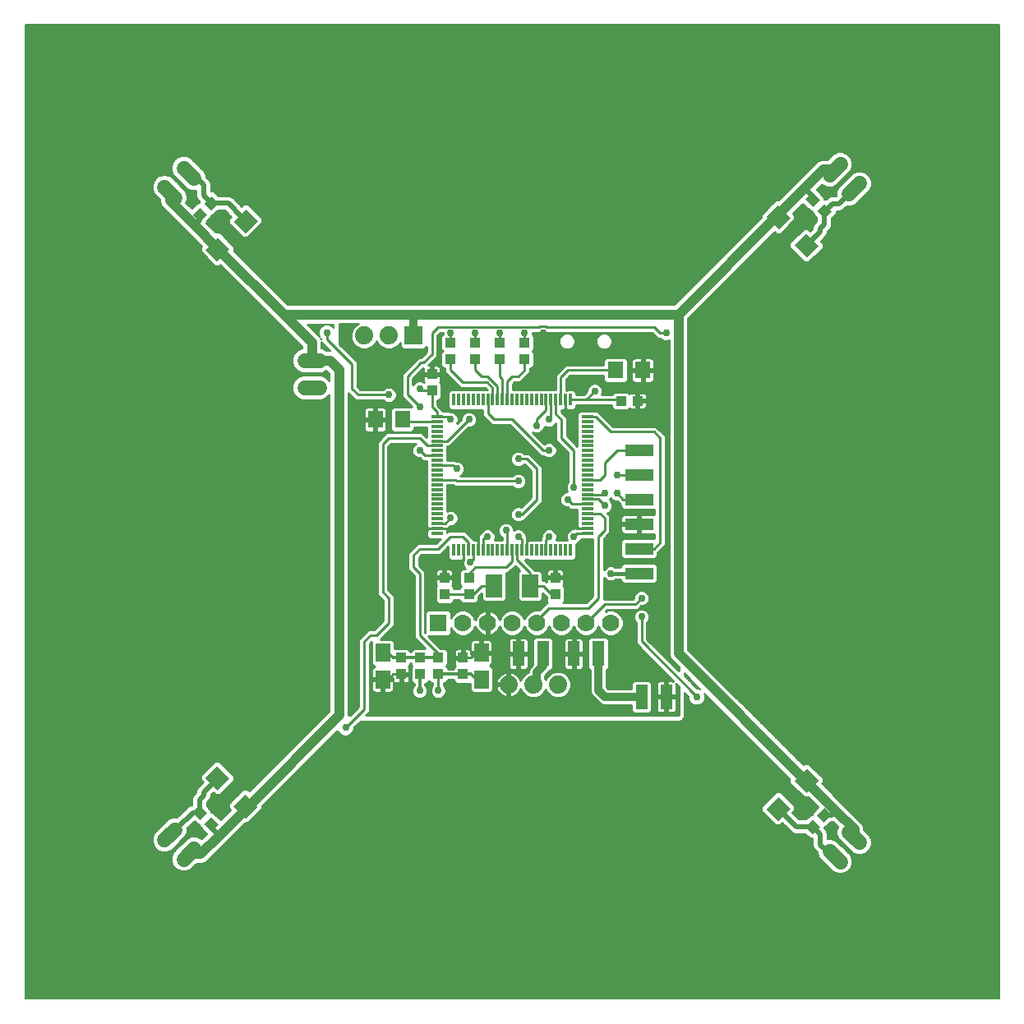
<source format=gbl>
G75*
%MOIN*%
%OFA0B0*%
%FSLAX25Y25*%
%IPPOS*%
%LPD*%
%AMOC8*
5,1,8,0,0,1.08239X$1,22.5*
%
%ADD10R,0.05906X0.07677*%
%ADD11R,0.03937X0.04331*%
%ADD12R,0.06299X0.07087*%
%ADD13R,0.04331X0.03937*%
%ADD14R,0.07000X0.07000*%
%ADD15C,0.07000*%
%ADD16R,0.01181X0.04724*%
%ADD17R,0.04724X0.01181*%
%ADD18R,0.06693X0.09449*%
%ADD19C,0.06000*%
%ADD20R,0.07087X0.06693*%
%ADD21R,0.07400X0.07400*%
%ADD22C,0.07400*%
%ADD23R,0.11811X0.04921*%
%ADD24R,0.05000X0.10000*%
%ADD25C,0.01000*%
%ADD26C,0.02978*%
%ADD27C,0.01600*%
%ADD28C,0.01200*%
%ADD29C,0.03765*%
%ADD30C,0.03200*%
%ADD31C,0.02000*%
%ADD32C,0.04000*%
%ADD33C,0.00600*%
D10*
X0441576Y0221438D03*
X0441576Y0232265D03*
X0481576Y0232265D03*
X0481576Y0221438D03*
D11*
X0474076Y0223505D03*
X0474076Y0230198D03*
X0456576Y0230198D03*
X0456576Y0223505D03*
X0449076Y0223505D03*
X0449076Y0230198D03*
X0466576Y0256005D03*
X0466576Y0262698D03*
X0511576Y0262698D03*
X0511576Y0256005D03*
X0461576Y0338505D03*
X0461576Y0345198D03*
D12*
X0449587Y0326851D03*
X0438564Y0326851D03*
X0536064Y0346851D03*
X0547087Y0346851D03*
D13*
X0544922Y0334351D03*
X0538229Y0334351D03*
X0499076Y0351379D03*
X0499076Y0358072D03*
X0489076Y0358072D03*
X0489076Y0351379D03*
X0479076Y0351379D03*
X0479076Y0358072D03*
X0469076Y0358072D03*
X0469076Y0351379D03*
G36*
X0375044Y0414676D02*
X0371983Y0411615D01*
X0369200Y0414398D01*
X0372261Y0417459D01*
X0375044Y0414676D01*
G37*
G36*
X0370311Y0409944D02*
X0367250Y0406883D01*
X0364467Y0409666D01*
X0367528Y0412727D01*
X0370311Y0409944D01*
G37*
X0476576Y0262698D03*
X0476576Y0256005D03*
X0464076Y0230198D03*
X0464076Y0223505D03*
G36*
X0371983Y0165587D02*
X0375044Y0162526D01*
X0372261Y0159743D01*
X0369200Y0162804D01*
X0371983Y0165587D01*
G37*
G36*
X0367250Y0170320D02*
X0370311Y0167259D01*
X0367528Y0164476D01*
X0364467Y0167537D01*
X0367250Y0170320D01*
G37*
G36*
X0613107Y0161526D02*
X0616168Y0164587D01*
X0618951Y0161804D01*
X0615890Y0158743D01*
X0613107Y0161526D01*
G37*
G36*
X0617840Y0166259D02*
X0620901Y0169320D01*
X0623684Y0166537D01*
X0620623Y0163476D01*
X0617840Y0166259D01*
G37*
G36*
X0620901Y0408383D02*
X0617840Y0411444D01*
X0620623Y0414227D01*
X0623684Y0411166D01*
X0620901Y0408383D01*
G37*
G36*
X0616168Y0413115D02*
X0613107Y0416176D01*
X0615890Y0418959D01*
X0618951Y0415898D01*
X0616168Y0413115D01*
G37*
D14*
X0464076Y0244351D03*
D15*
X0474076Y0244351D03*
X0484076Y0244351D03*
X0494076Y0244351D03*
X0504076Y0244351D03*
X0514076Y0244351D03*
X0524076Y0244351D03*
X0534076Y0244351D03*
D16*
X0517698Y0273839D03*
X0515729Y0273839D03*
X0513761Y0273839D03*
X0511792Y0273839D03*
X0509824Y0273839D03*
X0507855Y0273839D03*
X0505887Y0273839D03*
X0503918Y0273839D03*
X0501950Y0273839D03*
X0499981Y0273839D03*
X0498013Y0273839D03*
X0496044Y0273839D03*
X0494076Y0273839D03*
X0492107Y0273839D03*
X0490139Y0273839D03*
X0488170Y0273839D03*
X0486202Y0273839D03*
X0484233Y0273839D03*
X0482265Y0273839D03*
X0480296Y0273839D03*
X0478328Y0273839D03*
X0476359Y0273839D03*
X0474391Y0273839D03*
X0472422Y0273839D03*
X0470454Y0273839D03*
X0470454Y0334863D03*
X0472422Y0334863D03*
X0474391Y0334863D03*
X0476359Y0334863D03*
X0478328Y0334863D03*
X0480296Y0334863D03*
X0482265Y0334863D03*
X0484233Y0334863D03*
X0486202Y0334863D03*
X0488170Y0334863D03*
X0490139Y0334863D03*
X0492107Y0334863D03*
X0494076Y0334863D03*
X0496044Y0334863D03*
X0498013Y0334863D03*
X0499981Y0334863D03*
X0501950Y0334863D03*
X0503918Y0334863D03*
X0505887Y0334863D03*
X0507855Y0334863D03*
X0509824Y0334863D03*
X0511792Y0334863D03*
X0513761Y0334863D03*
X0515729Y0334863D03*
X0517698Y0334863D03*
D17*
X0524587Y0327973D03*
X0524587Y0326005D03*
X0524587Y0324036D03*
X0524587Y0322068D03*
X0524587Y0320099D03*
X0524587Y0318131D03*
X0524587Y0316162D03*
X0524587Y0314194D03*
X0524587Y0312225D03*
X0524587Y0310257D03*
X0524587Y0308288D03*
X0524587Y0306320D03*
X0524587Y0304351D03*
X0524587Y0302383D03*
X0524587Y0300414D03*
X0524587Y0298446D03*
X0524587Y0296477D03*
X0524587Y0294509D03*
X0524587Y0292540D03*
X0524587Y0290572D03*
X0524587Y0288603D03*
X0524587Y0286635D03*
X0524587Y0284666D03*
X0524587Y0282698D03*
X0524587Y0280729D03*
X0463564Y0280666D03*
X0463564Y0282698D03*
X0463564Y0284729D03*
X0463564Y0286635D03*
X0463564Y0288603D03*
X0463564Y0290572D03*
X0463564Y0292540D03*
X0463564Y0294509D03*
X0463564Y0296477D03*
X0463564Y0298446D03*
X0463564Y0300414D03*
X0463564Y0302383D03*
X0463564Y0304351D03*
X0463564Y0306320D03*
X0463564Y0308288D03*
X0463564Y0310257D03*
X0463564Y0312225D03*
X0463564Y0314194D03*
X0463564Y0316162D03*
X0463564Y0318131D03*
X0463564Y0320099D03*
X0463564Y0322068D03*
X0463564Y0324036D03*
X0463564Y0326005D03*
X0463564Y0327973D03*
D18*
X0486792Y0259351D03*
X0501359Y0259351D03*
D19*
X0415954Y0339658D02*
X0409954Y0339658D01*
X0409954Y0350658D02*
X0415954Y0350658D01*
X0357381Y0416767D02*
X0353139Y0421010D01*
X0360917Y0428788D02*
X0365160Y0424545D01*
X0622992Y0426045D02*
X0627234Y0430288D01*
X0635012Y0422510D02*
X0630770Y0418267D01*
X0630770Y0159435D02*
X0635012Y0155193D01*
X0627234Y0147414D02*
X0622992Y0151657D01*
X0365160Y0152657D02*
X0360917Y0148414D01*
X0353139Y0156193D02*
X0357381Y0160435D01*
D20*
G36*
X0374516Y0186216D02*
X0379526Y0181206D01*
X0374794Y0176474D01*
X0369784Y0181484D01*
X0374516Y0186216D01*
G37*
G36*
X0385930Y0174802D02*
X0390940Y0169792D01*
X0386208Y0165060D01*
X0381198Y0170070D01*
X0385930Y0174802D01*
G37*
G36*
X0597211Y0168792D02*
X0602221Y0173802D01*
X0606953Y0169070D01*
X0601943Y0164060D01*
X0597211Y0168792D01*
G37*
G36*
X0608625Y0180206D02*
X0613635Y0185216D01*
X0618367Y0180484D01*
X0613357Y0175474D01*
X0608625Y0180206D01*
G37*
G36*
X0613635Y0392486D02*
X0608625Y0397496D01*
X0613357Y0402228D01*
X0618367Y0397218D01*
X0613635Y0392486D01*
G37*
G36*
X0602221Y0403900D02*
X0597211Y0408910D01*
X0601943Y0413642D01*
X0606953Y0408632D01*
X0602221Y0403900D01*
G37*
G36*
X0390940Y0407410D02*
X0385930Y0402400D01*
X0381198Y0407132D01*
X0386208Y0412142D01*
X0390940Y0407410D01*
G37*
G36*
X0379526Y0395996D02*
X0374516Y0390986D01*
X0369784Y0395718D01*
X0374794Y0400728D01*
X0379526Y0395996D01*
G37*
D21*
X0454076Y0360851D03*
D22*
X0444076Y0360851D03*
X0434076Y0360851D03*
X0492639Y0219351D03*
X0502639Y0219351D03*
X0512639Y0219351D03*
D23*
X0545591Y0264351D03*
X0545591Y0274351D03*
X0545591Y0284351D03*
X0545591Y0294351D03*
X0545591Y0304351D03*
X0545591Y0314351D03*
D24*
X0529076Y0231851D03*
X0519076Y0231851D03*
X0506576Y0231851D03*
X0496576Y0231851D03*
X0546576Y0214351D03*
X0556576Y0214351D03*
D25*
X0557076Y0214668D02*
X0561576Y0214668D01*
X0561576Y0213670D02*
X0560576Y0213670D01*
X0560576Y0213851D02*
X0557076Y0213851D01*
X0557076Y0214851D01*
X0560576Y0214851D01*
X0560576Y0219549D01*
X0560506Y0219810D01*
X0561576Y0218740D01*
X0561576Y0206851D01*
X0434687Y0206851D01*
X0436276Y0208440D01*
X0436276Y0235940D01*
X0436923Y0236587D01*
X0436923Y0227722D01*
X0437919Y0226726D01*
X0438237Y0226726D01*
X0438044Y0226674D01*
X0437702Y0226477D01*
X0437423Y0226197D01*
X0437225Y0225855D01*
X0437123Y0225474D01*
X0437123Y0221938D01*
X0441076Y0221938D01*
X0441076Y0220938D01*
X0442076Y0220938D01*
X0445662Y0220938D01*
X0445607Y0221142D01*
X0445607Y0221938D01*
X0442076Y0221938D01*
X0442076Y0220938D01*
X0442076Y0216099D01*
X0444726Y0216099D01*
X0445107Y0216201D01*
X0445449Y0216399D01*
X0445729Y0216678D01*
X0445926Y0217020D01*
X0446028Y0217402D01*
X0446028Y0220297D01*
X0446186Y0220139D01*
X0446528Y0219942D01*
X0446910Y0219839D01*
X0448591Y0219839D01*
X0448591Y0223020D01*
X0449560Y0223020D01*
X0449560Y0219839D01*
X0451242Y0219839D01*
X0451623Y0219942D01*
X0451965Y0220139D01*
X0452244Y0220418D01*
X0452442Y0220760D01*
X0452544Y0221142D01*
X0452544Y0223020D01*
X0449560Y0223020D01*
X0449560Y0223989D01*
X0452544Y0223989D01*
X0452544Y0225868D01*
X0452442Y0226249D01*
X0452244Y0226591D01*
X0452126Y0226710D01*
X0452744Y0227328D01*
X0452744Y0227898D01*
X0452907Y0227898D01*
X0452907Y0227328D01*
X0453384Y0226851D01*
X0452907Y0226374D01*
X0452907Y0220635D01*
X0453903Y0219639D01*
X0454276Y0219639D01*
X0454276Y0219061D01*
X0453872Y0218658D01*
X0453387Y0217486D01*
X0453387Y0216217D01*
X0453872Y0215045D01*
X0454769Y0214148D01*
X0455941Y0213662D01*
X0457210Y0213662D01*
X0458382Y0214148D01*
X0459279Y0215045D01*
X0459765Y0216217D01*
X0459765Y0217486D01*
X0459279Y0218658D01*
X0458876Y0219061D01*
X0458876Y0219639D01*
X0459248Y0219639D01*
X0460244Y0220635D01*
X0460244Y0220798D01*
X0461206Y0219836D01*
X0461876Y0219836D01*
X0461876Y0219161D01*
X0461372Y0218658D01*
X0460887Y0217486D01*
X0460887Y0216217D01*
X0461372Y0215045D01*
X0462269Y0214148D01*
X0463441Y0213662D01*
X0464710Y0213662D01*
X0465882Y0214148D01*
X0466779Y0215045D01*
X0467265Y0216217D01*
X0467265Y0217486D01*
X0466779Y0218658D01*
X0466276Y0219161D01*
X0466276Y0219836D01*
X0466945Y0219836D01*
X0467941Y0220832D01*
X0467941Y0221205D01*
X0470407Y0221205D01*
X0470407Y0220635D01*
X0471403Y0219639D01*
X0476748Y0219639D01*
X0476923Y0219814D01*
X0476923Y0216895D01*
X0477919Y0215899D01*
X0485233Y0215899D01*
X0486228Y0216895D01*
X0486228Y0225981D01*
X0485233Y0226976D01*
X0484914Y0226976D01*
X0485107Y0227028D01*
X0485449Y0227226D01*
X0485729Y0227505D01*
X0485926Y0227847D01*
X0486028Y0228228D01*
X0486028Y0231765D01*
X0482076Y0231765D01*
X0482076Y0232765D01*
X0481076Y0232765D01*
X0481076Y0237603D01*
X0478425Y0237603D01*
X0478044Y0237501D01*
X0477702Y0237303D01*
X0477423Y0237024D01*
X0477225Y0236682D01*
X0477123Y0236301D01*
X0477123Y0233406D01*
X0476965Y0233563D01*
X0476623Y0233761D01*
X0476242Y0233863D01*
X0474560Y0233863D01*
X0474560Y0230682D01*
X0473591Y0230682D01*
X0473591Y0229713D01*
X0470607Y0229713D01*
X0470607Y0227835D01*
X0470709Y0227453D01*
X0470907Y0227111D01*
X0471025Y0226993D01*
X0470407Y0226374D01*
X0470407Y0225805D01*
X0467941Y0225805D01*
X0467941Y0226177D01*
X0467267Y0226851D01*
X0467941Y0227525D01*
X0467941Y0232870D01*
X0466945Y0233866D01*
X0465172Y0233866D01*
X0459887Y0239151D01*
X0468280Y0239151D01*
X0469276Y0240147D01*
X0469276Y0242351D01*
X0469667Y0241406D01*
X0471130Y0239943D01*
X0473041Y0239151D01*
X0475110Y0239151D01*
X0477021Y0239943D01*
X0478484Y0241406D01*
X0479208Y0243153D01*
X0479442Y0242432D01*
X0479799Y0241731D01*
X0480262Y0241094D01*
X0480818Y0240537D01*
X0481455Y0240075D01*
X0482156Y0239717D01*
X0482905Y0239474D01*
X0483576Y0239368D01*
X0483576Y0243851D01*
X0484576Y0243851D01*
X0484576Y0239368D01*
X0485246Y0239474D01*
X0485995Y0239717D01*
X0486696Y0240075D01*
X0487333Y0240537D01*
X0487889Y0241094D01*
X0488352Y0241731D01*
X0488709Y0242432D01*
X0488944Y0243153D01*
X0489667Y0241406D01*
X0491130Y0239943D01*
X0493041Y0239151D01*
X0495110Y0239151D01*
X0497021Y0239943D01*
X0498484Y0241406D01*
X0499076Y0242834D01*
X0499667Y0241406D01*
X0501130Y0239943D01*
X0503041Y0239151D01*
X0505110Y0239151D01*
X0507021Y0239943D01*
X0508484Y0241406D01*
X0509076Y0242834D01*
X0509667Y0241406D01*
X0511130Y0239943D01*
X0513041Y0239151D01*
X0515110Y0239151D01*
X0517021Y0239943D01*
X0518484Y0241406D01*
X0519076Y0242834D01*
X0519667Y0241406D01*
X0521130Y0239943D01*
X0523041Y0239151D01*
X0525110Y0239151D01*
X0527021Y0239943D01*
X0528484Y0241406D01*
X0529076Y0242834D01*
X0529667Y0241406D01*
X0531130Y0239943D01*
X0533041Y0239151D01*
X0535110Y0239151D01*
X0537021Y0239943D01*
X0538484Y0241406D01*
X0539276Y0243317D01*
X0539276Y0245386D01*
X0538484Y0247297D01*
X0537021Y0248760D01*
X0535110Y0249551D01*
X0533041Y0249551D01*
X0531924Y0249088D01*
X0532487Y0249651D01*
X0544987Y0249651D01*
X0546498Y0251162D01*
X0547210Y0251162D01*
X0548382Y0251648D01*
X0549279Y0252545D01*
X0549765Y0253717D01*
X0549765Y0254986D01*
X0549279Y0256158D01*
X0548382Y0257055D01*
X0547210Y0257540D01*
X0545941Y0257540D01*
X0544769Y0257055D01*
X0543872Y0256158D01*
X0543387Y0254986D01*
X0543387Y0254273D01*
X0543164Y0254051D01*
X0531276Y0254051D01*
X0531276Y0262778D01*
X0531372Y0262545D01*
X0532269Y0261648D01*
X0533441Y0261162D01*
X0534710Y0261162D01*
X0535882Y0261648D01*
X0536085Y0261851D01*
X0537986Y0261851D01*
X0537986Y0261186D01*
X0538982Y0260191D01*
X0552201Y0260191D01*
X0553197Y0261186D01*
X0553197Y0267516D01*
X0552201Y0268512D01*
X0538982Y0268512D01*
X0537986Y0267516D01*
X0537986Y0266851D01*
X0536085Y0266851D01*
X0535882Y0267055D01*
X0534710Y0267540D01*
X0533441Y0267540D01*
X0532269Y0267055D01*
X0531372Y0266158D01*
X0531276Y0265925D01*
X0531276Y0278440D01*
X0532487Y0279651D01*
X0533776Y0280940D01*
X0533776Y0287762D01*
X0532681Y0288857D01*
X0533382Y0289148D01*
X0534279Y0290045D01*
X0534765Y0291217D01*
X0534765Y0292486D01*
X0534279Y0293658D01*
X0533585Y0294351D01*
X0534076Y0294841D01*
X0534769Y0294148D01*
X0535941Y0293662D01*
X0536653Y0293662D01*
X0537986Y0292330D01*
X0537986Y0291186D01*
X0538982Y0290191D01*
X0551876Y0290191D01*
X0551876Y0288263D01*
X0551694Y0288312D01*
X0546091Y0288312D01*
X0546091Y0284851D01*
X0545091Y0284851D01*
X0545091Y0283851D01*
X0538186Y0283851D01*
X0538186Y0281693D01*
X0538288Y0281312D01*
X0538486Y0280970D01*
X0538765Y0280690D01*
X0539107Y0280493D01*
X0539488Y0280391D01*
X0545091Y0280391D01*
X0545091Y0283851D01*
X0546091Y0283851D01*
X0546091Y0280391D01*
X0551694Y0280391D01*
X0551876Y0280439D01*
X0551876Y0278512D01*
X0538982Y0278512D01*
X0537986Y0277516D01*
X0537986Y0271186D01*
X0538982Y0270191D01*
X0552201Y0270191D01*
X0553197Y0271186D01*
X0553197Y0272861D01*
X0554987Y0274651D01*
X0556276Y0275940D01*
X0556276Y0320262D01*
X0554987Y0321551D01*
X0554987Y0321551D01*
X0553776Y0322762D01*
X0553776Y0322762D01*
X0552487Y0324051D01*
X0534987Y0324051D01*
X0528865Y0330173D01*
X0527744Y0330173D01*
X0527654Y0330264D01*
X0521521Y0330264D01*
X0520525Y0329268D01*
X0520525Y0316013D01*
X0516276Y0320262D01*
X0516276Y0327762D01*
X0513992Y0330046D01*
X0513992Y0330801D01*
X0515055Y0330801D01*
X0515255Y0331001D01*
X0515729Y0331001D01*
X0515729Y0331475D01*
X0515729Y0331475D01*
X0515729Y0331475D01*
X0515729Y0331001D01*
X0516203Y0331001D01*
X0516403Y0330801D01*
X0518992Y0330801D01*
X0519988Y0331797D01*
X0519988Y0332663D01*
X0534364Y0332663D01*
X0534364Y0331679D01*
X0535360Y0330683D01*
X0541099Y0330683D01*
X0541717Y0331301D01*
X0541836Y0331182D01*
X0542178Y0330985D01*
X0542559Y0330883D01*
X0544438Y0330883D01*
X0544438Y0333867D01*
X0545406Y0333867D01*
X0545406Y0330883D01*
X0547285Y0330883D01*
X0547666Y0330985D01*
X0548008Y0331182D01*
X0548288Y0331462D01*
X0548485Y0331804D01*
X0548587Y0332185D01*
X0548587Y0333867D01*
X0545406Y0333867D01*
X0545406Y0334835D01*
X0548587Y0334835D01*
X0548587Y0336517D01*
X0548485Y0336899D01*
X0548288Y0337241D01*
X0548008Y0337520D01*
X0547666Y0337717D01*
X0547285Y0337820D01*
X0545406Y0337820D01*
X0545406Y0334836D01*
X0544438Y0334836D01*
X0544438Y0337820D01*
X0542559Y0337820D01*
X0542178Y0337717D01*
X0541836Y0337520D01*
X0541717Y0337401D01*
X0541099Y0338020D01*
X0535360Y0338020D01*
X0534403Y0337063D01*
X0530494Y0337063D01*
X0530765Y0337717D01*
X0530765Y0338986D01*
X0530279Y0340158D01*
X0529382Y0341055D01*
X0528210Y0341540D01*
X0526941Y0341540D01*
X0525769Y0341055D01*
X0524872Y0340158D01*
X0524387Y0338986D01*
X0524387Y0338273D01*
X0523176Y0337063D01*
X0519988Y0337063D01*
X0519988Y0337929D01*
X0518992Y0338925D01*
X0516403Y0338925D01*
X0516203Y0338725D01*
X0515961Y0338725D01*
X0515961Y0343125D01*
X0517487Y0344651D01*
X0531214Y0344651D01*
X0531214Y0342604D01*
X0532210Y0341608D01*
X0539918Y0341608D01*
X0540913Y0342604D01*
X0540913Y0351099D01*
X0539918Y0352094D01*
X0532210Y0352094D01*
X0531214Y0351099D01*
X0531214Y0349051D01*
X0515664Y0349051D01*
X0514376Y0347762D01*
X0511561Y0344947D01*
X0511561Y0338925D01*
X0494307Y0338925D01*
X0494307Y0341471D01*
X0494987Y0342151D01*
X0497487Y0342151D01*
X0499987Y0344651D01*
X0501276Y0345940D01*
X0501276Y0347710D01*
X0501945Y0347710D01*
X0502941Y0348706D01*
X0502941Y0354051D01*
X0502267Y0354725D01*
X0502941Y0355399D01*
X0502941Y0360744D01*
X0502265Y0361421D01*
X0502265Y0362151D01*
X0506033Y0362151D01*
X0506329Y0362447D01*
X0506822Y0362447D01*
X0507119Y0362151D01*
X0550664Y0362151D01*
X0553164Y0359651D01*
X0554266Y0359651D01*
X0554769Y0359148D01*
X0555941Y0358662D01*
X0557210Y0358662D01*
X0557876Y0358938D01*
X0557876Y0231115D01*
X0558439Y0229755D01*
X0559480Y0228714D01*
X0561576Y0226619D01*
X0561576Y0224962D01*
X0548776Y0237762D01*
X0548776Y0244541D01*
X0549279Y0245045D01*
X0549765Y0246217D01*
X0549765Y0247486D01*
X0549279Y0248658D01*
X0548382Y0249555D01*
X0547210Y0250040D01*
X0545941Y0250040D01*
X0544769Y0249555D01*
X0543872Y0248658D01*
X0543387Y0247486D01*
X0543387Y0246217D01*
X0543872Y0245045D01*
X0544376Y0244541D01*
X0544376Y0235940D01*
X0559534Y0220781D01*
X0559273Y0220851D01*
X0557076Y0220851D01*
X0557076Y0214851D01*
X0556076Y0214851D01*
X0556076Y0220851D01*
X0553878Y0220851D01*
X0553497Y0220749D01*
X0553155Y0220551D01*
X0552875Y0220272D01*
X0552678Y0219930D01*
X0552576Y0219549D01*
X0552576Y0214851D01*
X0556076Y0214851D01*
X0556076Y0213851D01*
X0557076Y0213851D01*
X0557076Y0207851D01*
X0559273Y0207851D01*
X0559655Y0207953D01*
X0559997Y0208151D01*
X0560276Y0208430D01*
X0560473Y0208772D01*
X0560576Y0209154D01*
X0560576Y0213851D01*
X0560576Y0212671D02*
X0561576Y0212671D01*
X0561576Y0211673D02*
X0560576Y0211673D01*
X0560576Y0210674D02*
X0561576Y0210674D01*
X0561576Y0209676D02*
X0560576Y0209676D01*
X0560418Y0208677D02*
X0561576Y0208677D01*
X0561576Y0207678D02*
X0549807Y0207678D01*
X0549780Y0207651D02*
X0550776Y0208647D01*
X0550776Y0220055D01*
X0549780Y0221051D01*
X0543371Y0221051D01*
X0542376Y0220055D01*
X0542376Y0217651D01*
X0532942Y0217651D01*
X0532376Y0218218D01*
X0532376Y0225247D01*
X0533276Y0226147D01*
X0533276Y0237555D01*
X0532280Y0238551D01*
X0525871Y0238551D01*
X0524876Y0237555D01*
X0524876Y0226147D01*
X0525776Y0225247D01*
X0525776Y0216195D01*
X0526278Y0214982D01*
X0529706Y0211554D01*
X0530919Y0211051D01*
X0542376Y0211051D01*
X0542376Y0208647D01*
X0543371Y0207651D01*
X0549780Y0207651D01*
X0550776Y0208677D02*
X0552733Y0208677D01*
X0552678Y0208772D02*
X0552875Y0208430D01*
X0553155Y0208151D01*
X0553497Y0207953D01*
X0553878Y0207851D01*
X0556076Y0207851D01*
X0556076Y0213851D01*
X0552576Y0213851D01*
X0552576Y0209154D01*
X0552678Y0208772D01*
X0552576Y0209676D02*
X0550776Y0209676D01*
X0550776Y0210674D02*
X0552576Y0210674D01*
X0552576Y0211673D02*
X0550776Y0211673D01*
X0550776Y0212671D02*
X0552576Y0212671D01*
X0552576Y0213670D02*
X0550776Y0213670D01*
X0550776Y0214668D02*
X0556076Y0214668D01*
X0556076Y0213670D02*
X0557076Y0213670D01*
X0557076Y0212671D02*
X0556076Y0212671D01*
X0556076Y0211673D02*
X0557076Y0211673D01*
X0557076Y0210674D02*
X0556076Y0210674D01*
X0556076Y0209676D02*
X0557076Y0209676D01*
X0557076Y0208677D02*
X0556076Y0208677D01*
X0556076Y0215667D02*
X0557076Y0215667D01*
X0557076Y0216665D02*
X0556076Y0216665D01*
X0556076Y0217664D02*
X0557076Y0217664D01*
X0557076Y0218662D02*
X0556076Y0218662D01*
X0556076Y0219661D02*
X0557076Y0219661D01*
X0557076Y0220659D02*
X0556076Y0220659D01*
X0557659Y0222656D02*
X0532376Y0222656D01*
X0532376Y0221658D02*
X0558658Y0221658D01*
X0560546Y0219661D02*
X0560655Y0219661D01*
X0560576Y0218662D02*
X0561576Y0218662D01*
X0561576Y0217664D02*
X0560576Y0217664D01*
X0560576Y0216665D02*
X0561576Y0216665D01*
X0561576Y0215667D02*
X0560576Y0215667D01*
X0552576Y0215667D02*
X0550776Y0215667D01*
X0550776Y0216665D02*
X0552576Y0216665D01*
X0552576Y0217664D02*
X0550776Y0217664D01*
X0550776Y0218662D02*
X0552576Y0218662D01*
X0552606Y0219661D02*
X0550776Y0219661D01*
X0550172Y0220659D02*
X0553341Y0220659D01*
X0556661Y0223655D02*
X0532376Y0223655D01*
X0532376Y0224653D02*
X0555662Y0224653D01*
X0554664Y0225652D02*
X0532780Y0225652D01*
X0533276Y0226650D02*
X0553665Y0226650D01*
X0552667Y0227649D02*
X0533276Y0227649D01*
X0533276Y0228647D02*
X0551668Y0228647D01*
X0550670Y0229646D02*
X0533276Y0229646D01*
X0533276Y0230644D02*
X0549671Y0230644D01*
X0548673Y0231643D02*
X0533276Y0231643D01*
X0533276Y0232641D02*
X0547674Y0232641D01*
X0546676Y0233640D02*
X0533276Y0233640D01*
X0533276Y0234638D02*
X0545677Y0234638D01*
X0544679Y0235637D02*
X0533276Y0235637D01*
X0533276Y0236635D02*
X0544376Y0236635D01*
X0544376Y0237634D02*
X0533197Y0237634D01*
X0531883Y0239631D02*
X0526268Y0239631D01*
X0527708Y0240629D02*
X0530443Y0240629D01*
X0529575Y0241628D02*
X0528576Y0241628D01*
X0528990Y0242626D02*
X0529162Y0242626D01*
X0524076Y0244351D02*
X0531576Y0251851D01*
X0544076Y0251851D01*
X0546576Y0254351D01*
X0548831Y0256606D02*
X0557876Y0256606D01*
X0557876Y0257604D02*
X0531276Y0257604D01*
X0531276Y0256606D02*
X0544320Y0256606D01*
X0543644Y0255607D02*
X0531276Y0255607D01*
X0531276Y0254609D02*
X0543387Y0254609D01*
X0545950Y0250614D02*
X0557876Y0250614D01*
X0557876Y0249616D02*
X0548234Y0249616D01*
X0549296Y0248617D02*
X0557876Y0248617D01*
X0557876Y0247619D02*
X0549709Y0247619D01*
X0549765Y0246620D02*
X0557876Y0246620D01*
X0557876Y0245622D02*
X0549518Y0245622D01*
X0548858Y0244623D02*
X0557876Y0244623D01*
X0557876Y0243625D02*
X0548776Y0243625D01*
X0548776Y0242626D02*
X0557876Y0242626D01*
X0557876Y0241628D02*
X0548776Y0241628D01*
X0548776Y0240629D02*
X0557876Y0240629D01*
X0557876Y0239631D02*
X0548776Y0239631D01*
X0548776Y0238632D02*
X0557876Y0238632D01*
X0557876Y0237634D02*
X0548904Y0237634D01*
X0549903Y0236635D02*
X0557876Y0236635D01*
X0557876Y0235637D02*
X0550901Y0235637D01*
X0551900Y0234638D02*
X0557876Y0234638D01*
X0557876Y0233640D02*
X0552898Y0233640D01*
X0553897Y0232641D02*
X0557876Y0232641D01*
X0557876Y0231643D02*
X0554895Y0231643D01*
X0555894Y0230644D02*
X0558071Y0230644D01*
X0558548Y0229646D02*
X0556892Y0229646D01*
X0557891Y0228647D02*
X0559547Y0228647D01*
X0559480Y0228714D02*
X0559480Y0228714D01*
X0558889Y0227649D02*
X0560545Y0227649D01*
X0559888Y0226650D02*
X0561544Y0226650D01*
X0561576Y0225652D02*
X0560886Y0225652D01*
X0569076Y0214351D02*
X0546576Y0236851D01*
X0546576Y0246851D01*
X0543633Y0245622D02*
X0539178Y0245622D01*
X0539276Y0244623D02*
X0544293Y0244623D01*
X0544376Y0243625D02*
X0539276Y0243625D01*
X0538990Y0242626D02*
X0544376Y0242626D01*
X0544376Y0241628D02*
X0538576Y0241628D01*
X0537708Y0240629D02*
X0544376Y0240629D01*
X0544376Y0239631D02*
X0536268Y0239631D01*
X0538764Y0246620D02*
X0543387Y0246620D01*
X0543442Y0247619D02*
X0538162Y0247619D01*
X0537163Y0248617D02*
X0543855Y0248617D01*
X0544917Y0249616D02*
X0532452Y0249616D01*
X0529076Y0254351D02*
X0529076Y0279351D01*
X0531576Y0281851D01*
X0531576Y0286851D01*
X0529824Y0288603D01*
X0524587Y0288603D01*
X0524587Y0292540D02*
X0518387Y0292540D01*
X0516576Y0294351D01*
X0513619Y0295547D02*
X0506276Y0295547D01*
X0506276Y0294549D02*
X0513387Y0294549D01*
X0513387Y0294986D02*
X0513387Y0293717D01*
X0513872Y0292545D01*
X0514769Y0291648D01*
X0515941Y0291162D01*
X0516653Y0291162D01*
X0517475Y0290340D01*
X0520525Y0290340D01*
X0520525Y0283371D01*
X0520725Y0283171D01*
X0520725Y0282929D01*
X0519598Y0282929D01*
X0519209Y0282540D01*
X0518441Y0282540D01*
X0517269Y0282055D01*
X0516372Y0281158D01*
X0515887Y0279986D01*
X0515887Y0278717D01*
X0516224Y0277902D01*
X0511927Y0277902D01*
X0512265Y0278717D01*
X0512265Y0279986D01*
X0511779Y0281158D01*
X0510882Y0282055D01*
X0509710Y0282540D01*
X0508441Y0282540D01*
X0507269Y0282055D01*
X0506372Y0281158D01*
X0505887Y0279986D01*
X0505887Y0279273D01*
X0505655Y0279042D01*
X0505655Y0277902D01*
X0500655Y0277902D01*
X0500455Y0277702D01*
X0500315Y0277702D01*
X0500323Y0277712D01*
X0500213Y0278452D01*
X0500213Y0279199D01*
X0500081Y0279331D01*
X0500054Y0279515D01*
X0499765Y0279729D01*
X0499765Y0279986D01*
X0499279Y0281158D01*
X0498382Y0282055D01*
X0497210Y0282540D01*
X0495941Y0282540D01*
X0494769Y0282055D01*
X0494765Y0282050D01*
X0494765Y0282486D01*
X0494279Y0283658D01*
X0493382Y0284555D01*
X0492210Y0285040D01*
X0490941Y0285040D01*
X0489769Y0284555D01*
X0488872Y0283658D01*
X0488387Y0282486D01*
X0488387Y0281217D01*
X0488872Y0280045D01*
X0489769Y0279148D01*
X0489907Y0279091D01*
X0489907Y0277902D01*
X0486927Y0277902D01*
X0487265Y0278717D01*
X0487265Y0279986D01*
X0486779Y0281158D01*
X0485882Y0282055D01*
X0484710Y0282540D01*
X0483441Y0282540D01*
X0482269Y0282055D01*
X0481372Y0281158D01*
X0481177Y0280685D01*
X0481042Y0280551D01*
X0480631Y0280394D01*
X0480423Y0279932D01*
X0480065Y0279573D01*
X0480065Y0279133D01*
X0479884Y0278732D01*
X0480065Y0278258D01*
X0480065Y0277702D01*
X0479822Y0277702D01*
X0479622Y0277902D01*
X0478559Y0277902D01*
X0478559Y0277979D01*
X0476276Y0280262D01*
X0474987Y0281551D01*
X0468164Y0281551D01*
X0467626Y0281013D01*
X0467626Y0281961D01*
X0467426Y0282161D01*
X0467426Y0282529D01*
X0467865Y0282529D01*
X0468998Y0283662D01*
X0469710Y0283662D01*
X0470882Y0284148D01*
X0471779Y0285045D01*
X0472265Y0286217D01*
X0472265Y0287486D01*
X0471779Y0288658D01*
X0470882Y0289555D01*
X0469710Y0290040D01*
X0468441Y0290040D01*
X0467626Y0289702D01*
X0467626Y0300183D01*
X0470133Y0300183D01*
X0470664Y0299651D01*
X0494266Y0299651D01*
X0494769Y0299148D01*
X0495941Y0298662D01*
X0497210Y0298662D01*
X0498382Y0299148D01*
X0499279Y0300045D01*
X0499765Y0301217D01*
X0499765Y0302486D01*
X0499279Y0303658D01*
X0498382Y0304555D01*
X0497210Y0305040D01*
X0495941Y0305040D01*
X0494769Y0304555D01*
X0494266Y0304051D01*
X0473149Y0304051D01*
X0473382Y0304148D01*
X0474279Y0305045D01*
X0474765Y0306217D01*
X0474765Y0307486D01*
X0474279Y0308658D01*
X0473382Y0309555D01*
X0472210Y0310040D01*
X0471498Y0310040D01*
X0471050Y0310488D01*
X0467626Y0310488D01*
X0467626Y0315931D01*
X0468766Y0315931D01*
X0476498Y0323662D01*
X0477210Y0323662D01*
X0478382Y0324148D01*
X0479279Y0325045D01*
X0479765Y0326217D01*
X0479765Y0327486D01*
X0479279Y0328658D01*
X0478382Y0329555D01*
X0477210Y0330040D01*
X0475941Y0330040D01*
X0474769Y0329555D01*
X0473872Y0328658D01*
X0473387Y0327486D01*
X0473387Y0326773D01*
X0471865Y0325252D01*
X0472265Y0326217D01*
X0472265Y0327486D01*
X0471779Y0328658D01*
X0470882Y0329555D01*
X0469710Y0330040D01*
X0468998Y0330040D01*
X0468865Y0330173D01*
X0466721Y0330173D01*
X0466630Y0330264D01*
X0465764Y0330264D01*
X0465764Y0330774D01*
X0463776Y0332762D01*
X0463776Y0334639D01*
X0464248Y0334639D01*
X0465244Y0335635D01*
X0465244Y0341374D01*
X0464626Y0341993D01*
X0464744Y0342111D01*
X0464942Y0342453D01*
X0465044Y0342835D01*
X0465044Y0344713D01*
X0462060Y0344713D01*
X0462060Y0345682D01*
X0465044Y0345682D01*
X0465044Y0347560D01*
X0464942Y0347942D01*
X0464744Y0348284D01*
X0464465Y0348563D01*
X0464123Y0348761D01*
X0463742Y0348863D01*
X0462060Y0348863D01*
X0462060Y0345682D01*
X0461091Y0345682D01*
X0461091Y0344713D01*
X0458107Y0344713D01*
X0458107Y0342835D01*
X0458209Y0342453D01*
X0458407Y0342111D01*
X0458525Y0341993D01*
X0458485Y0341952D01*
X0458382Y0342055D01*
X0457210Y0342540D01*
X0455941Y0342540D01*
X0454769Y0342055D01*
X0453872Y0341158D01*
X0453776Y0340925D01*
X0453776Y0343440D01*
X0457987Y0347651D01*
X0458131Y0347651D01*
X0458107Y0347560D01*
X0458107Y0345682D01*
X0461091Y0345682D01*
X0461091Y0348863D01*
X0460199Y0348863D01*
X0460276Y0348940D01*
X0463776Y0352440D01*
X0463776Y0360940D01*
X0464987Y0362151D01*
X0465887Y0362151D01*
X0465887Y0361421D01*
X0465210Y0360744D01*
X0465210Y0355399D01*
X0465884Y0354725D01*
X0465210Y0354051D01*
X0465210Y0348706D01*
X0466206Y0347710D01*
X0466876Y0347710D01*
X0466876Y0345940D01*
X0468164Y0344651D01*
X0473164Y0339651D01*
X0483164Y0339651D01*
X0483890Y0338925D01*
X0469159Y0338925D01*
X0468163Y0337929D01*
X0468163Y0331797D01*
X0469159Y0330801D01*
X0482033Y0330801D01*
X0482033Y0328282D01*
X0484376Y0325940D01*
X0485664Y0324651D01*
X0493164Y0324651D01*
X0505664Y0312151D01*
X0506766Y0312151D01*
X0507269Y0311648D01*
X0508441Y0311162D01*
X0509710Y0311162D01*
X0510882Y0311648D01*
X0511779Y0312545D01*
X0512265Y0313717D01*
X0512265Y0314986D01*
X0511779Y0316158D01*
X0510882Y0317055D01*
X0509710Y0317540D01*
X0508441Y0317540D01*
X0507269Y0317055D01*
X0507126Y0316912D01*
X0502476Y0321562D01*
X0503441Y0321162D01*
X0504710Y0321162D01*
X0505882Y0321648D01*
X0506779Y0322545D01*
X0507265Y0323717D01*
X0507265Y0324152D01*
X0507269Y0324148D01*
X0508441Y0323662D01*
X0509710Y0323662D01*
X0510882Y0324148D01*
X0511779Y0325045D01*
X0511876Y0325278D01*
X0511876Y0318440D01*
X0513164Y0317151D01*
X0516876Y0313440D01*
X0516876Y0301661D01*
X0516372Y0301158D01*
X0515887Y0299986D01*
X0515887Y0298717D01*
X0516372Y0297545D01*
X0516377Y0297540D01*
X0515941Y0297540D01*
X0514769Y0297055D01*
X0513872Y0296158D01*
X0513387Y0294986D01*
X0513456Y0293550D02*
X0506276Y0293550D01*
X0506276Y0293440D02*
X0506276Y0307762D01*
X0500987Y0313051D01*
X0498885Y0313051D01*
X0498382Y0313555D01*
X0497210Y0314040D01*
X0495941Y0314040D01*
X0494769Y0313555D01*
X0493872Y0312658D01*
X0493387Y0311486D01*
X0493387Y0310217D01*
X0493872Y0309045D01*
X0494769Y0308148D01*
X0495941Y0307662D01*
X0497210Y0307662D01*
X0498382Y0308148D01*
X0498885Y0308651D01*
X0499164Y0308651D01*
X0501876Y0305940D01*
X0501876Y0295262D01*
X0497877Y0291264D01*
X0497210Y0291540D01*
X0495941Y0291540D01*
X0494769Y0291055D01*
X0493872Y0290158D01*
X0493387Y0288986D01*
X0493387Y0287717D01*
X0493872Y0286545D01*
X0494769Y0285648D01*
X0495941Y0285162D01*
X0497210Y0285162D01*
X0498382Y0285648D01*
X0498885Y0286151D01*
X0498987Y0286151D01*
X0504987Y0292151D01*
X0506276Y0293440D01*
X0505388Y0292552D02*
X0513869Y0292552D01*
X0514997Y0291553D02*
X0504389Y0291553D01*
X0503391Y0290555D02*
X0517261Y0290555D01*
X0520525Y0289556D02*
X0502392Y0289556D01*
X0501394Y0288558D02*
X0520525Y0288558D01*
X0520525Y0287559D02*
X0500395Y0287559D01*
X0499397Y0286561D02*
X0520525Y0286561D01*
X0520525Y0285562D02*
X0498176Y0285562D01*
X0498076Y0288351D02*
X0504076Y0294351D01*
X0504076Y0306851D01*
X0500076Y0310851D01*
X0496576Y0310851D01*
X0498762Y0308528D02*
X0499287Y0308528D01*
X0500286Y0307530D02*
X0474746Y0307530D01*
X0474765Y0306531D02*
X0501284Y0306531D01*
X0501876Y0305533D02*
X0474481Y0305533D01*
X0473768Y0304534D02*
X0494749Y0304534D01*
X0496576Y0301851D02*
X0471576Y0301851D01*
X0471044Y0302383D01*
X0463564Y0302383D01*
X0459502Y0302537D02*
X0443776Y0302537D01*
X0443776Y0301539D02*
X0459502Y0301539D01*
X0459502Y0300540D02*
X0443776Y0300540D01*
X0443776Y0299542D02*
X0459502Y0299542D01*
X0459502Y0298543D02*
X0443776Y0298543D01*
X0443776Y0297545D02*
X0459502Y0297545D01*
X0459502Y0296546D02*
X0443776Y0296546D01*
X0443776Y0295547D02*
X0459502Y0295547D01*
X0459502Y0294549D02*
X0443776Y0294549D01*
X0443776Y0293550D02*
X0459502Y0293550D01*
X0459502Y0292552D02*
X0443776Y0292552D01*
X0443776Y0291553D02*
X0459502Y0291553D01*
X0459502Y0290555D02*
X0443776Y0290555D01*
X0443776Y0289556D02*
X0459502Y0289556D01*
X0459502Y0288558D02*
X0443776Y0288558D01*
X0443776Y0287559D02*
X0459502Y0287559D01*
X0459502Y0286561D02*
X0443776Y0286561D01*
X0443776Y0285562D02*
X0459502Y0285562D01*
X0459502Y0284564D02*
X0443776Y0284564D01*
X0443776Y0283565D02*
X0459502Y0283565D01*
X0459502Y0283434D02*
X0459702Y0283234D01*
X0459702Y0282698D01*
X0460238Y0282698D01*
X0460238Y0282698D01*
X0459702Y0282698D01*
X0459702Y0282161D01*
X0459502Y0281961D01*
X0459502Y0279371D01*
X0460497Y0278376D01*
X0464989Y0278376D01*
X0463164Y0276551D01*
X0455664Y0276551D01*
X0454376Y0275262D01*
X0451876Y0272762D01*
X0451876Y0265940D01*
X0453164Y0264651D01*
X0454376Y0263440D01*
X0454376Y0238440D01*
X0455664Y0237151D01*
X0458753Y0234063D01*
X0453903Y0234063D01*
X0452907Y0233067D01*
X0452907Y0232498D01*
X0452744Y0232498D01*
X0452744Y0233067D01*
X0451748Y0234063D01*
X0446403Y0234063D01*
X0446228Y0233888D01*
X0446228Y0236807D01*
X0445233Y0237803D01*
X0440639Y0237803D01*
X0441276Y0238440D01*
X0446276Y0243440D01*
X0446276Y0255262D01*
X0444987Y0256551D01*
X0443776Y0257762D01*
X0443776Y0315940D01*
X0444987Y0317151D01*
X0455002Y0317151D01*
X0454769Y0317055D01*
X0453872Y0316158D01*
X0453387Y0314986D01*
X0453387Y0313717D01*
X0453872Y0312545D01*
X0454769Y0311648D01*
X0455941Y0311162D01*
X0456653Y0311162D01*
X0457790Y0310025D01*
X0459502Y0310025D01*
X0459502Y0283434D01*
X0459922Y0282698D02*
X0459076Y0281851D01*
X0459502Y0281568D02*
X0443776Y0281568D01*
X0443776Y0280570D02*
X0459502Y0280570D01*
X0459502Y0279571D02*
X0443776Y0279571D01*
X0443776Y0278573D02*
X0460300Y0278573D01*
X0463189Y0276576D02*
X0443776Y0276576D01*
X0443776Y0277574D02*
X0464187Y0277574D01*
X0464076Y0274351D02*
X0469076Y0279351D01*
X0474076Y0279351D01*
X0476359Y0277068D01*
X0476359Y0273839D01*
X0474391Y0273839D02*
X0474391Y0269722D01*
X0474048Y0269379D01*
X0459103Y0269379D01*
X0459076Y0269351D01*
X0456276Y0269586D02*
X0473928Y0269586D01*
X0473887Y0269486D02*
X0473887Y0268217D01*
X0474372Y0267045D01*
X0475051Y0266366D01*
X0473706Y0266366D01*
X0472710Y0265370D01*
X0472710Y0260025D01*
X0473384Y0259351D01*
X0472710Y0258677D01*
X0472710Y0258205D01*
X0470244Y0258205D01*
X0470244Y0258874D01*
X0469626Y0259493D01*
X0469744Y0259611D01*
X0469942Y0259953D01*
X0470044Y0260335D01*
X0470044Y0262213D01*
X0467060Y0262213D01*
X0467060Y0263182D01*
X0470044Y0263182D01*
X0470044Y0265060D01*
X0469942Y0265442D01*
X0469744Y0265784D01*
X0469465Y0266063D01*
X0469123Y0266261D01*
X0468742Y0266363D01*
X0467060Y0266363D01*
X0467060Y0263182D01*
X0466091Y0263182D01*
X0466091Y0262213D01*
X0463107Y0262213D01*
X0463107Y0260335D01*
X0463209Y0259953D01*
X0463407Y0259611D01*
X0463525Y0259493D01*
X0462907Y0258874D01*
X0462907Y0253135D01*
X0463903Y0252139D01*
X0469248Y0252139D01*
X0470244Y0253135D01*
X0470244Y0253805D01*
X0472710Y0253805D01*
X0472710Y0253332D01*
X0473706Y0252336D01*
X0479445Y0252336D01*
X0480441Y0253332D01*
X0480441Y0255105D01*
X0481746Y0256410D01*
X0481746Y0253923D01*
X0482741Y0252927D01*
X0490843Y0252927D01*
X0491839Y0253923D01*
X0491839Y0264651D01*
X0492487Y0264651D01*
X0493776Y0265940D01*
X0494987Y0267151D01*
X0495326Y0267490D01*
X0497174Y0265641D01*
X0496313Y0264780D01*
X0496313Y0253923D01*
X0497308Y0252927D01*
X0505410Y0252927D01*
X0506405Y0253923D01*
X0506405Y0256410D01*
X0507907Y0254908D01*
X0507907Y0253135D01*
X0508491Y0252551D01*
X0508164Y0252551D01*
X0506876Y0251262D01*
X0505148Y0249535D01*
X0505110Y0249551D01*
X0503041Y0249551D01*
X0501130Y0248760D01*
X0499667Y0247297D01*
X0499076Y0245868D01*
X0498484Y0247297D01*
X0497021Y0248760D01*
X0495110Y0249551D01*
X0493041Y0249551D01*
X0491130Y0248760D01*
X0489667Y0247297D01*
X0488944Y0245550D01*
X0488709Y0246271D01*
X0488352Y0246972D01*
X0487889Y0247608D01*
X0487333Y0248165D01*
X0486696Y0248628D01*
X0485995Y0248985D01*
X0485246Y0249228D01*
X0484576Y0249334D01*
X0484576Y0244851D01*
X0483576Y0244851D01*
X0483576Y0249334D01*
X0482905Y0249228D01*
X0482156Y0248985D01*
X0481455Y0248628D01*
X0480818Y0248165D01*
X0480262Y0247608D01*
X0479799Y0246972D01*
X0479442Y0246271D01*
X0479208Y0245550D01*
X0478484Y0247297D01*
X0477021Y0248760D01*
X0475110Y0249551D01*
X0473041Y0249551D01*
X0471130Y0248760D01*
X0469667Y0247297D01*
X0469276Y0246351D01*
X0469276Y0248555D01*
X0468280Y0249551D01*
X0459871Y0249551D01*
X0458876Y0248555D01*
X0458876Y0240162D01*
X0458776Y0240262D01*
X0458776Y0265262D01*
X0456276Y0267762D01*
X0456276Y0270940D01*
X0457487Y0272151D01*
X0464987Y0272151D01*
X0468163Y0275327D01*
X0468163Y0270773D01*
X0469159Y0269777D01*
X0473717Y0269777D01*
X0473917Y0269977D01*
X0474090Y0269977D01*
X0473887Y0269486D01*
X0473887Y0268588D02*
X0456276Y0268588D01*
X0456449Y0267589D02*
X0474147Y0267589D01*
X0474826Y0266591D02*
X0457447Y0266591D01*
X0458446Y0265592D02*
X0463296Y0265592D01*
X0463209Y0265442D02*
X0463107Y0265060D01*
X0463107Y0263182D01*
X0466091Y0263182D01*
X0466091Y0266363D01*
X0464410Y0266363D01*
X0464028Y0266261D01*
X0463686Y0266063D01*
X0463407Y0265784D01*
X0463209Y0265442D01*
X0463107Y0264594D02*
X0458776Y0264594D01*
X0458776Y0263595D02*
X0463107Y0263595D01*
X0463107Y0261598D02*
X0458776Y0261598D01*
X0458776Y0260600D02*
X0463107Y0260600D01*
X0463417Y0259601D02*
X0458776Y0259601D01*
X0458776Y0258603D02*
X0462907Y0258603D01*
X0462907Y0257604D02*
X0458776Y0257604D01*
X0458776Y0256606D02*
X0462907Y0256606D01*
X0462907Y0255607D02*
X0458776Y0255607D01*
X0458776Y0254609D02*
X0462907Y0254609D01*
X0462907Y0253610D02*
X0458776Y0253610D01*
X0458776Y0252612D02*
X0463431Y0252612D01*
X0466576Y0256005D02*
X0476576Y0256005D01*
X0478229Y0256005D01*
X0481576Y0259351D01*
X0486792Y0259351D01*
X0491839Y0259601D02*
X0496313Y0259601D01*
X0496313Y0258603D02*
X0491839Y0258603D01*
X0491839Y0257604D02*
X0496313Y0257604D01*
X0496313Y0256606D02*
X0491839Y0256606D01*
X0491839Y0255607D02*
X0496313Y0255607D01*
X0496313Y0254609D02*
X0491839Y0254609D01*
X0491526Y0253610D02*
X0496625Y0253610D01*
X0497163Y0248617D02*
X0500988Y0248617D01*
X0499989Y0247619D02*
X0498162Y0247619D01*
X0498764Y0246620D02*
X0499387Y0246620D01*
X0499162Y0242626D02*
X0498990Y0242626D01*
X0498576Y0241628D02*
X0499575Y0241628D01*
X0500443Y0240629D02*
X0497708Y0240629D01*
X0496268Y0239631D02*
X0501883Y0239631D01*
X0503371Y0238551D02*
X0502376Y0237555D01*
X0502376Y0227318D01*
X0502206Y0227149D01*
X0501278Y0226220D01*
X0500776Y0225008D01*
X0500776Y0224424D01*
X0499580Y0223929D01*
X0498061Y0222410D01*
X0497529Y0221127D01*
X0497458Y0221347D01*
X0497086Y0222077D01*
X0496605Y0222739D01*
X0496026Y0223318D01*
X0495364Y0223799D01*
X0494635Y0224170D01*
X0493856Y0224423D01*
X0493139Y0224537D01*
X0493139Y0219851D01*
X0492139Y0219851D01*
X0492139Y0224537D01*
X0491421Y0224423D01*
X0490642Y0224170D01*
X0489913Y0223799D01*
X0489251Y0223318D01*
X0488672Y0222739D01*
X0488191Y0222077D01*
X0487820Y0221347D01*
X0487567Y0220569D01*
X0487453Y0219851D01*
X0492139Y0219851D01*
X0492139Y0218851D01*
X0493139Y0218851D01*
X0493139Y0214166D01*
X0493856Y0214279D01*
X0494635Y0214532D01*
X0495364Y0214904D01*
X0496026Y0215385D01*
X0496605Y0215964D01*
X0497086Y0216626D01*
X0497458Y0217355D01*
X0497529Y0217575D01*
X0498061Y0216292D01*
X0499580Y0214773D01*
X0501564Y0213951D01*
X0503713Y0213951D01*
X0505697Y0214773D01*
X0507216Y0216292D01*
X0507639Y0217311D01*
X0508061Y0216292D01*
X0509580Y0214773D01*
X0511564Y0213951D01*
X0513713Y0213951D01*
X0515697Y0214773D01*
X0517216Y0216292D01*
X0518039Y0218277D01*
X0518039Y0220425D01*
X0517216Y0222410D01*
X0515697Y0223929D01*
X0513713Y0224751D01*
X0511564Y0224751D01*
X0509580Y0223929D01*
X0508061Y0222410D01*
X0507639Y0221391D01*
X0507376Y0222026D01*
X0507376Y0222984D01*
X0509373Y0224982D01*
X0509443Y0225151D01*
X0509780Y0225151D01*
X0510776Y0226147D01*
X0510776Y0237555D01*
X0509780Y0238551D01*
X0503371Y0238551D01*
X0502454Y0237634D02*
X0500356Y0237634D01*
X0500276Y0237772D02*
X0499997Y0238051D01*
X0499655Y0238249D01*
X0499273Y0238351D01*
X0497076Y0238351D01*
X0497076Y0232351D01*
X0500576Y0232351D01*
X0500576Y0237049D01*
X0500473Y0237430D01*
X0500276Y0237772D01*
X0500576Y0236635D02*
X0502376Y0236635D01*
X0502376Y0235637D02*
X0500576Y0235637D01*
X0500576Y0234638D02*
X0502376Y0234638D01*
X0502376Y0233640D02*
X0500576Y0233640D01*
X0500576Y0232641D02*
X0502376Y0232641D01*
X0502376Y0231643D02*
X0497076Y0231643D01*
X0497076Y0231351D02*
X0497076Y0232351D01*
X0496076Y0232351D01*
X0496076Y0238351D01*
X0493878Y0238351D01*
X0493497Y0238249D01*
X0493155Y0238051D01*
X0492875Y0237772D01*
X0492678Y0237430D01*
X0492576Y0237049D01*
X0492576Y0232351D01*
X0496076Y0232351D01*
X0496076Y0231351D01*
X0497076Y0231351D01*
X0500576Y0231351D01*
X0500576Y0226654D01*
X0500473Y0226272D01*
X0500276Y0225930D01*
X0499997Y0225651D01*
X0499655Y0225453D01*
X0499273Y0225351D01*
X0497076Y0225351D01*
X0497076Y0231351D01*
X0497076Y0230644D02*
X0496076Y0230644D01*
X0496076Y0231351D02*
X0496076Y0225351D01*
X0493878Y0225351D01*
X0493497Y0225453D01*
X0493155Y0225651D01*
X0492875Y0225930D01*
X0492678Y0226272D01*
X0492576Y0226654D01*
X0492576Y0231351D01*
X0496076Y0231351D01*
X0496076Y0231643D02*
X0486028Y0231643D01*
X0486028Y0230644D02*
X0492576Y0230644D01*
X0492576Y0229646D02*
X0486028Y0229646D01*
X0486028Y0228647D02*
X0492576Y0228647D01*
X0492576Y0227649D02*
X0485812Y0227649D01*
X0485559Y0226650D02*
X0492577Y0226650D01*
X0493154Y0225652D02*
X0486228Y0225652D01*
X0486228Y0224653D02*
X0500776Y0224653D01*
X0501042Y0225652D02*
X0499997Y0225652D01*
X0500575Y0226650D02*
X0501708Y0226650D01*
X0502376Y0227649D02*
X0500576Y0227649D01*
X0500576Y0228647D02*
X0502376Y0228647D01*
X0502376Y0229646D02*
X0500576Y0229646D01*
X0500576Y0230644D02*
X0502376Y0230644D01*
X0497076Y0229646D02*
X0496076Y0229646D01*
X0496076Y0228647D02*
X0497076Y0228647D01*
X0497076Y0227649D02*
X0496076Y0227649D01*
X0496076Y0226650D02*
X0497076Y0226650D01*
X0497076Y0225652D02*
X0496076Y0225652D01*
X0495562Y0223655D02*
X0499305Y0223655D01*
X0498307Y0222656D02*
X0496665Y0222656D01*
X0497299Y0221658D02*
X0497749Y0221658D01*
X0493139Y0221658D02*
X0492139Y0221658D01*
X0492139Y0222656D02*
X0493139Y0222656D01*
X0493139Y0223655D02*
X0492139Y0223655D01*
X0489715Y0223655D02*
X0486228Y0223655D01*
X0486228Y0222656D02*
X0488612Y0222656D01*
X0487978Y0221658D02*
X0486228Y0221658D01*
X0486228Y0220659D02*
X0487596Y0220659D01*
X0486228Y0219661D02*
X0492139Y0219661D01*
X0492139Y0218851D02*
X0487453Y0218851D01*
X0487567Y0218134D01*
X0487820Y0217355D01*
X0488191Y0216626D01*
X0488672Y0215964D01*
X0489251Y0215385D01*
X0489913Y0214904D01*
X0490642Y0214532D01*
X0491421Y0214279D01*
X0492139Y0214166D01*
X0492139Y0218851D01*
X0492139Y0218662D02*
X0493139Y0218662D01*
X0493139Y0217664D02*
X0492139Y0217664D01*
X0492139Y0216665D02*
X0493139Y0216665D01*
X0493139Y0215667D02*
X0492139Y0215667D01*
X0492139Y0214668D02*
X0493139Y0214668D01*
X0494901Y0214668D02*
X0499834Y0214668D01*
X0498686Y0215667D02*
X0496308Y0215667D01*
X0497106Y0216665D02*
X0497906Y0216665D01*
X0493139Y0220659D02*
X0492139Y0220659D01*
X0487483Y0218662D02*
X0486228Y0218662D01*
X0486228Y0217664D02*
X0487719Y0217664D01*
X0488171Y0216665D02*
X0485998Y0216665D01*
X0488969Y0215667D02*
X0467037Y0215667D01*
X0467265Y0216665D02*
X0477153Y0216665D01*
X0476923Y0217664D02*
X0467191Y0217664D01*
X0466775Y0218662D02*
X0476923Y0218662D01*
X0476923Y0219661D02*
X0476770Y0219661D01*
X0471382Y0219661D02*
X0466276Y0219661D01*
X0467768Y0220659D02*
X0470407Y0220659D01*
X0470683Y0226650D02*
X0467468Y0226650D01*
X0467941Y0227649D02*
X0470657Y0227649D01*
X0470607Y0228647D02*
X0467941Y0228647D01*
X0467941Y0229646D02*
X0470607Y0229646D01*
X0470607Y0230682D02*
X0473591Y0230682D01*
X0473591Y0233863D01*
X0471910Y0233863D01*
X0471528Y0233761D01*
X0471186Y0233563D01*
X0470907Y0233284D01*
X0470709Y0232942D01*
X0470607Y0232560D01*
X0470607Y0230682D01*
X0470607Y0231643D02*
X0467941Y0231643D01*
X0467941Y0232641D02*
X0470629Y0232641D01*
X0471319Y0233640D02*
X0467171Y0233640D01*
X0464400Y0234638D02*
X0477123Y0234638D01*
X0477123Y0233640D02*
X0476833Y0233640D01*
X0477489Y0232765D02*
X0481076Y0232765D01*
X0481076Y0231765D01*
X0477544Y0231765D01*
X0477544Y0232560D01*
X0477489Y0232765D01*
X0477522Y0232641D02*
X0481076Y0232641D01*
X0481576Y0232265D02*
X0481162Y0231851D01*
X0479076Y0231851D01*
X0477422Y0230198D01*
X0474076Y0230198D01*
X0473591Y0230644D02*
X0467941Y0230644D01*
X0464076Y0230198D02*
X0464076Y0231851D01*
X0456576Y0239351D01*
X0456576Y0264351D01*
X0454076Y0266851D01*
X0454076Y0271851D01*
X0456576Y0274351D01*
X0464076Y0274351D01*
X0465417Y0272582D02*
X0468163Y0272582D01*
X0468163Y0273580D02*
X0466416Y0273580D01*
X0467414Y0274579D02*
X0468163Y0274579D01*
X0468163Y0271583D02*
X0456919Y0271583D01*
X0456276Y0270585D02*
X0468351Y0270585D01*
X0467060Y0265592D02*
X0466091Y0265592D01*
X0466091Y0264594D02*
X0467060Y0264594D01*
X0467060Y0263595D02*
X0466091Y0263595D01*
X0466091Y0262597D02*
X0458776Y0262597D01*
X0454376Y0262597D02*
X0443776Y0262597D01*
X0443776Y0263595D02*
X0454220Y0263595D01*
X0453222Y0264594D02*
X0443776Y0264594D01*
X0443776Y0265592D02*
X0452223Y0265592D01*
X0451876Y0266591D02*
X0443776Y0266591D01*
X0443776Y0267589D02*
X0451876Y0267589D01*
X0451876Y0268588D02*
X0443776Y0268588D01*
X0443776Y0269586D02*
X0451876Y0269586D01*
X0451876Y0270585D02*
X0443776Y0270585D01*
X0443776Y0271583D02*
X0451876Y0271583D01*
X0451876Y0272582D02*
X0443776Y0272582D01*
X0443776Y0273580D02*
X0452693Y0273580D01*
X0453692Y0274579D02*
X0443776Y0274579D01*
X0443776Y0275577D02*
X0454690Y0275577D01*
X0459702Y0282567D02*
X0443776Y0282567D01*
X0439376Y0282567D02*
X0427776Y0282567D01*
X0427776Y0283565D02*
X0439376Y0283565D01*
X0439376Y0284564D02*
X0427776Y0284564D01*
X0427776Y0285562D02*
X0439376Y0285562D01*
X0439376Y0286561D02*
X0427776Y0286561D01*
X0427776Y0287559D02*
X0439376Y0287559D01*
X0439376Y0288558D02*
X0427776Y0288558D01*
X0427776Y0289556D02*
X0439376Y0289556D01*
X0439376Y0290555D02*
X0427776Y0290555D01*
X0427776Y0291553D02*
X0439376Y0291553D01*
X0439376Y0292552D02*
X0427776Y0292552D01*
X0427776Y0293550D02*
X0439376Y0293550D01*
X0439376Y0294549D02*
X0427776Y0294549D01*
X0427776Y0295547D02*
X0439376Y0295547D01*
X0439376Y0296546D02*
X0427776Y0296546D01*
X0427776Y0297545D02*
X0439376Y0297545D01*
X0439376Y0298543D02*
X0427776Y0298543D01*
X0427776Y0299542D02*
X0439376Y0299542D01*
X0439376Y0300540D02*
X0427776Y0300540D01*
X0427776Y0301539D02*
X0439376Y0301539D01*
X0439376Y0302537D02*
X0427776Y0302537D01*
X0427776Y0303536D02*
X0439376Y0303536D01*
X0439376Y0304534D02*
X0427776Y0304534D01*
X0427776Y0305533D02*
X0439376Y0305533D01*
X0439376Y0306531D02*
X0427776Y0306531D01*
X0427776Y0307530D02*
X0439376Y0307530D01*
X0439376Y0308528D02*
X0427776Y0308528D01*
X0427776Y0309527D02*
X0439376Y0309527D01*
X0439376Y0310525D02*
X0427776Y0310525D01*
X0427776Y0311524D02*
X0439376Y0311524D01*
X0439376Y0312522D02*
X0427776Y0312522D01*
X0427776Y0313521D02*
X0439376Y0313521D01*
X0439376Y0314519D02*
X0427776Y0314519D01*
X0427776Y0315518D02*
X0439376Y0315518D01*
X0439376Y0316516D02*
X0427776Y0316516D01*
X0427776Y0317515D02*
X0439376Y0317515D01*
X0439376Y0317762D02*
X0439376Y0255940D01*
X0441876Y0253440D01*
X0441876Y0245262D01*
X0438164Y0241551D01*
X0435664Y0241551D01*
X0433164Y0239051D01*
X0431876Y0237762D01*
X0431876Y0210262D01*
X0428464Y0206851D01*
X0427776Y0206851D01*
X0427776Y0337540D01*
X0428164Y0337151D01*
X0430664Y0334651D01*
X0441766Y0334651D01*
X0442269Y0334148D01*
X0443441Y0333662D01*
X0444710Y0333662D01*
X0445882Y0334148D01*
X0446779Y0335045D01*
X0447265Y0336217D01*
X0447265Y0337486D01*
X0446779Y0338658D01*
X0445882Y0339555D01*
X0444710Y0340040D01*
X0443441Y0340040D01*
X0442269Y0339555D01*
X0441766Y0339051D01*
X0432487Y0339051D01*
X0431276Y0340262D01*
X0431276Y0350262D01*
X0424076Y0357462D01*
X0424076Y0365651D01*
X0431553Y0365651D01*
X0431017Y0365429D01*
X0429498Y0363910D01*
X0428676Y0361925D01*
X0428676Y0359777D01*
X0429498Y0357792D01*
X0431017Y0356273D01*
X0433001Y0355451D01*
X0435150Y0355451D01*
X0437134Y0356273D01*
X0438653Y0357792D01*
X0439076Y0358811D01*
X0439498Y0357792D01*
X0441017Y0356273D01*
X0443001Y0355451D01*
X0445150Y0355451D01*
X0447134Y0356273D01*
X0448653Y0357792D01*
X0448676Y0357846D01*
X0448676Y0356447D01*
X0449671Y0355451D01*
X0458480Y0355451D01*
X0459376Y0356347D01*
X0459376Y0354262D01*
X0457164Y0352051D01*
X0456164Y0352051D01*
X0449376Y0345262D01*
X0449376Y0335940D01*
X0453221Y0332094D01*
X0445734Y0332094D01*
X0444738Y0331099D01*
X0444738Y0322604D01*
X0445734Y0321608D01*
X0453441Y0321608D01*
X0454437Y0322604D01*
X0454437Y0323805D01*
X0459502Y0323805D01*
X0459502Y0319536D01*
X0457487Y0321551D01*
X0443164Y0321551D01*
X0441876Y0320262D01*
X0440664Y0319051D01*
X0439376Y0317762D01*
X0440126Y0318513D02*
X0427776Y0318513D01*
X0427776Y0319512D02*
X0441125Y0319512D01*
X0440664Y0319051D02*
X0440664Y0319051D01*
X0441876Y0320262D02*
X0441876Y0320262D01*
X0442123Y0320510D02*
X0427776Y0320510D01*
X0427776Y0321509D02*
X0443122Y0321509D01*
X0442634Y0322108D02*
X0442914Y0322387D01*
X0443111Y0322729D01*
X0443213Y0323110D01*
X0443213Y0326351D01*
X0439064Y0326351D01*
X0439064Y0327351D01*
X0443213Y0327351D01*
X0443213Y0330592D01*
X0443111Y0330973D01*
X0442914Y0331316D01*
X0442634Y0331595D01*
X0442292Y0331792D01*
X0441911Y0331894D01*
X0439064Y0331894D01*
X0439064Y0327351D01*
X0438064Y0327351D01*
X0438064Y0331894D01*
X0435217Y0331894D01*
X0434835Y0331792D01*
X0434493Y0331595D01*
X0434214Y0331316D01*
X0434016Y0330973D01*
X0433914Y0330592D01*
X0433914Y0327351D01*
X0438064Y0327351D01*
X0438064Y0326351D01*
X0439064Y0326351D01*
X0439064Y0321808D01*
X0441911Y0321808D01*
X0442292Y0321910D01*
X0442634Y0322108D01*
X0442983Y0322507D02*
X0444834Y0322507D01*
X0444738Y0323506D02*
X0443213Y0323506D01*
X0443213Y0324504D02*
X0444738Y0324504D01*
X0444738Y0325503D02*
X0443213Y0325503D01*
X0444738Y0326501D02*
X0439064Y0326501D01*
X0439064Y0325503D02*
X0438064Y0325503D01*
X0438064Y0326351D02*
X0438064Y0321808D01*
X0435217Y0321808D01*
X0434835Y0321910D01*
X0434493Y0322108D01*
X0434214Y0322387D01*
X0434016Y0322729D01*
X0433914Y0323110D01*
X0433914Y0326351D01*
X0438064Y0326351D01*
X0438064Y0326501D02*
X0427776Y0326501D01*
X0427776Y0325503D02*
X0433914Y0325503D01*
X0433914Y0324504D02*
X0427776Y0324504D01*
X0427776Y0323506D02*
X0433914Y0323506D01*
X0434144Y0322507D02*
X0427776Y0322507D01*
X0427776Y0327500D02*
X0433914Y0327500D01*
X0433914Y0328498D02*
X0427776Y0328498D01*
X0427776Y0329497D02*
X0433914Y0329497D01*
X0433914Y0330495D02*
X0427776Y0330495D01*
X0427776Y0331494D02*
X0434392Y0331494D01*
X0438064Y0331494D02*
X0439064Y0331494D01*
X0439064Y0330495D02*
X0438064Y0330495D01*
X0438064Y0329497D02*
X0439064Y0329497D01*
X0439064Y0328498D02*
X0438064Y0328498D01*
X0438064Y0327500D02*
X0439064Y0327500D01*
X0439064Y0324504D02*
X0438064Y0324504D01*
X0438064Y0323506D02*
X0439064Y0323506D01*
X0439064Y0322507D02*
X0438064Y0322507D01*
X0441576Y0316851D02*
X0444076Y0319351D01*
X0456576Y0319351D01*
X0459765Y0316162D01*
X0463564Y0316162D01*
X0463564Y0318131D02*
X0467855Y0318131D01*
X0476576Y0326851D01*
X0478739Y0324504D02*
X0493311Y0324504D01*
X0494310Y0323506D02*
X0476341Y0323506D01*
X0475343Y0322507D02*
X0495308Y0322507D01*
X0496307Y0321509D02*
X0474344Y0321509D01*
X0473346Y0320510D02*
X0497305Y0320510D01*
X0498304Y0319512D02*
X0472347Y0319512D01*
X0471349Y0318513D02*
X0499302Y0318513D01*
X0500301Y0317515D02*
X0470350Y0317515D01*
X0469352Y0316516D02*
X0501299Y0316516D01*
X0502298Y0315518D02*
X0467626Y0315518D01*
X0467626Y0314519D02*
X0503296Y0314519D01*
X0504295Y0313521D02*
X0498416Y0313521D01*
X0501516Y0312522D02*
X0505293Y0312522D01*
X0506576Y0314351D02*
X0494076Y0326851D01*
X0486576Y0326851D01*
X0484233Y0329194D01*
X0484233Y0334863D01*
X0486202Y0334863D02*
X0486202Y0339725D01*
X0484076Y0341851D01*
X0474076Y0341851D01*
X0469076Y0346851D01*
X0469076Y0351379D01*
X0465210Y0351464D02*
X0462800Y0351464D01*
X0463776Y0352463D02*
X0465210Y0352463D01*
X0465210Y0353461D02*
X0463776Y0353461D01*
X0463776Y0354460D02*
X0465619Y0354460D01*
X0465210Y0355458D02*
X0463776Y0355458D01*
X0463776Y0356457D02*
X0465210Y0356457D01*
X0465210Y0357455D02*
X0463776Y0357455D01*
X0463776Y0358454D02*
X0465210Y0358454D01*
X0465210Y0359452D02*
X0463776Y0359452D01*
X0463776Y0360451D02*
X0465210Y0360451D01*
X0465887Y0361449D02*
X0464285Y0361449D01*
X0461576Y0361851D02*
X0461576Y0353351D01*
X0458076Y0349851D01*
X0457076Y0349851D01*
X0451576Y0344351D01*
X0451576Y0336851D01*
X0456576Y0331851D01*
X0452823Y0332492D02*
X0427776Y0332492D01*
X0427776Y0333491D02*
X0451825Y0333491D01*
X0450826Y0334489D02*
X0446224Y0334489D01*
X0446963Y0335488D02*
X0449828Y0335488D01*
X0449376Y0336486D02*
X0447265Y0336486D01*
X0447265Y0337485D02*
X0449376Y0337485D01*
X0449376Y0338483D02*
X0446851Y0338483D01*
X0445955Y0339482D02*
X0449376Y0339482D01*
X0449376Y0340480D02*
X0431276Y0340480D01*
X0431276Y0341479D02*
X0449376Y0341479D01*
X0449376Y0342478D02*
X0431276Y0342478D01*
X0431276Y0343476D02*
X0449376Y0343476D01*
X0449376Y0344475D02*
X0431276Y0344475D01*
X0431276Y0345473D02*
X0449586Y0345473D01*
X0450585Y0346472D02*
X0431276Y0346472D01*
X0431276Y0347470D02*
X0451583Y0347470D01*
X0452582Y0348469D02*
X0431276Y0348469D01*
X0431276Y0349467D02*
X0453580Y0349467D01*
X0454579Y0350466D02*
X0431072Y0350466D01*
X0430074Y0351464D02*
X0455577Y0351464D01*
X0457576Y0352463D02*
X0429075Y0352463D01*
X0428077Y0353461D02*
X0458574Y0353461D01*
X0459376Y0354460D02*
X0427078Y0354460D01*
X0426080Y0355458D02*
X0432985Y0355458D01*
X0435167Y0355458D02*
X0442985Y0355458D01*
X0445167Y0355458D02*
X0449664Y0355458D01*
X0448676Y0356457D02*
X0447318Y0356457D01*
X0448316Y0357455D02*
X0448676Y0357455D01*
X0440833Y0356457D02*
X0437318Y0356457D01*
X0438316Y0357455D02*
X0439835Y0357455D01*
X0439224Y0358454D02*
X0438927Y0358454D01*
X0430833Y0356457D02*
X0425081Y0356457D01*
X0424083Y0357455D02*
X0429835Y0357455D01*
X0429224Y0358454D02*
X0424076Y0358454D01*
X0424076Y0359452D02*
X0428810Y0359452D01*
X0428676Y0360451D02*
X0424076Y0360451D01*
X0424076Y0361449D02*
X0428676Y0361449D01*
X0428892Y0362448D02*
X0424076Y0362448D01*
X0424076Y0363446D02*
X0429306Y0363446D01*
X0430032Y0364445D02*
X0424076Y0364445D01*
X0424076Y0365443D02*
X0431051Y0365443D01*
X0419076Y0361851D02*
X0419076Y0359351D01*
X0429076Y0349351D01*
X0429076Y0339351D01*
X0431576Y0336851D01*
X0444076Y0336851D01*
X0441927Y0334489D02*
X0427776Y0334489D01*
X0427776Y0335488D02*
X0429828Y0335488D01*
X0428829Y0336486D02*
X0427776Y0336486D01*
X0427776Y0337485D02*
X0427831Y0337485D01*
X0432056Y0339482D02*
X0442197Y0339482D01*
X0442735Y0331494D02*
X0445133Y0331494D01*
X0444738Y0330495D02*
X0443213Y0330495D01*
X0443213Y0329497D02*
X0444738Y0329497D01*
X0444738Y0328498D02*
X0443213Y0328498D01*
X0443213Y0327500D02*
X0444738Y0327500D01*
X0449587Y0326851D02*
X0450434Y0326005D01*
X0463564Y0326005D01*
X0463564Y0327973D02*
X0467954Y0327973D01*
X0469076Y0326851D01*
X0471969Y0325503D02*
X0472116Y0325503D01*
X0472265Y0326501D02*
X0473114Y0326501D01*
X0473393Y0327500D02*
X0472259Y0327500D01*
X0471845Y0328498D02*
X0473806Y0328498D01*
X0474711Y0329497D02*
X0470940Y0329497D01*
X0468466Y0331494D02*
X0465044Y0331494D01*
X0465764Y0330495D02*
X0482033Y0330495D01*
X0482033Y0329497D02*
X0478440Y0329497D01*
X0479345Y0328498D02*
X0482033Y0328498D01*
X0482816Y0327500D02*
X0479759Y0327500D01*
X0479765Y0326501D02*
X0483814Y0326501D01*
X0484813Y0325503D02*
X0479469Y0325503D01*
X0488170Y0334863D02*
X0488170Y0340312D01*
X0484824Y0343658D01*
X0484769Y0343658D01*
X0484076Y0344351D01*
X0481576Y0344351D01*
X0479076Y0346851D01*
X0479076Y0351379D01*
X0479076Y0358072D02*
X0479076Y0361851D01*
X0489076Y0361851D02*
X0489076Y0358072D01*
X0489076Y0351379D02*
X0489076Y0344351D01*
X0490139Y0343288D01*
X0490139Y0334863D01*
X0492107Y0334863D02*
X0492107Y0342383D01*
X0494076Y0344351D01*
X0496576Y0344351D01*
X0499076Y0346851D01*
X0499076Y0351379D01*
X0502941Y0351464D02*
X0531580Y0351464D01*
X0531214Y0350466D02*
X0502941Y0350466D01*
X0502941Y0349467D02*
X0531214Y0349467D01*
X0531214Y0344475D02*
X0517310Y0344475D01*
X0516312Y0343476D02*
X0531214Y0343476D01*
X0531340Y0342478D02*
X0515961Y0342478D01*
X0515961Y0341479D02*
X0526794Y0341479D01*
X0528358Y0341479D02*
X0557876Y0341479D01*
X0557876Y0340480D02*
X0529956Y0340480D01*
X0530559Y0339482D02*
X0557876Y0339482D01*
X0557876Y0338483D02*
X0530765Y0338483D01*
X0530669Y0337485D02*
X0534825Y0337485D01*
X0537717Y0334863D02*
X0524076Y0334863D01*
X0524087Y0334863D01*
X0527576Y0338351D01*
X0524592Y0339482D02*
X0515961Y0339482D01*
X0515961Y0340480D02*
X0525195Y0340480D01*
X0524387Y0338483D02*
X0519434Y0338483D01*
X0519988Y0337485D02*
X0523598Y0337485D01*
X0524076Y0334863D02*
X0517698Y0334863D01*
X0515729Y0334863D02*
X0515729Y0330198D01*
X0516576Y0329351D01*
X0515540Y0328498D02*
X0520525Y0328498D01*
X0520525Y0327500D02*
X0516276Y0327500D01*
X0516276Y0326501D02*
X0520525Y0326501D01*
X0520525Y0325503D02*
X0516276Y0325503D01*
X0516276Y0324504D02*
X0520525Y0324504D01*
X0520525Y0323506D02*
X0516276Y0323506D01*
X0516276Y0322507D02*
X0520525Y0322507D01*
X0520525Y0321509D02*
X0516276Y0321509D01*
X0516276Y0320510D02*
X0520525Y0320510D01*
X0520525Y0319512D02*
X0517026Y0319512D01*
X0518025Y0318513D02*
X0520525Y0318513D01*
X0520525Y0317515D02*
X0519023Y0317515D01*
X0520022Y0316516D02*
X0520525Y0316516D01*
X0519076Y0314351D02*
X0514076Y0319351D01*
X0514076Y0326851D01*
X0511792Y0329135D01*
X0511792Y0334863D01*
X0509824Y0334863D02*
X0509824Y0327599D01*
X0509076Y0326851D01*
X0511239Y0324504D02*
X0511876Y0324504D01*
X0511876Y0323506D02*
X0507177Y0323506D01*
X0506742Y0322507D02*
X0511876Y0322507D01*
X0511876Y0321509D02*
X0505547Y0321509D01*
X0504526Y0319512D02*
X0511876Y0319512D01*
X0511876Y0320510D02*
X0503528Y0320510D01*
X0502605Y0321509D02*
X0502529Y0321509D01*
X0504076Y0324351D02*
X0504076Y0326851D01*
X0507855Y0330631D01*
X0507855Y0334863D01*
X0513761Y0334863D02*
X0513761Y0344036D01*
X0516576Y0346851D01*
X0536064Y0346851D01*
X0540913Y0346472D02*
X0546587Y0346472D01*
X0546587Y0346351D02*
X0542438Y0346351D01*
X0542438Y0343110D01*
X0542540Y0342729D01*
X0542738Y0342387D01*
X0543017Y0342108D01*
X0543359Y0341910D01*
X0543740Y0341808D01*
X0546587Y0341808D01*
X0546587Y0346351D01*
X0546587Y0347351D01*
X0542438Y0347351D01*
X0542438Y0350592D01*
X0542540Y0350973D01*
X0542738Y0351316D01*
X0543017Y0351595D01*
X0543359Y0351792D01*
X0543740Y0351894D01*
X0546587Y0351894D01*
X0546587Y0347351D01*
X0547587Y0347351D01*
X0547587Y0351894D01*
X0550434Y0351894D01*
X0550816Y0351792D01*
X0551158Y0351595D01*
X0551437Y0351316D01*
X0551635Y0350973D01*
X0551737Y0350592D01*
X0551737Y0347351D01*
X0547587Y0347351D01*
X0547587Y0346351D01*
X0547587Y0341808D01*
X0550434Y0341808D01*
X0550816Y0341910D01*
X0551158Y0342108D01*
X0551437Y0342387D01*
X0551635Y0342729D01*
X0551737Y0343110D01*
X0551737Y0346351D01*
X0547587Y0346351D01*
X0546587Y0346351D01*
X0546587Y0345473D02*
X0547587Y0345473D01*
X0547587Y0344475D02*
X0546587Y0344475D01*
X0546587Y0343476D02*
X0547587Y0343476D01*
X0547587Y0342478D02*
X0546587Y0342478D01*
X0542685Y0342478D02*
X0540787Y0342478D01*
X0540913Y0343476D02*
X0542438Y0343476D01*
X0542438Y0344475D02*
X0540913Y0344475D01*
X0540913Y0345473D02*
X0542438Y0345473D01*
X0542438Y0347470D02*
X0540913Y0347470D01*
X0540913Y0348469D02*
X0542438Y0348469D01*
X0542438Y0349467D02*
X0540913Y0349467D01*
X0540913Y0350466D02*
X0542438Y0350466D01*
X0542886Y0351464D02*
X0540548Y0351464D01*
X0546587Y0351464D02*
X0547587Y0351464D01*
X0547587Y0350466D02*
X0546587Y0350466D01*
X0546587Y0349467D02*
X0547587Y0349467D01*
X0547587Y0348469D02*
X0546587Y0348469D01*
X0546587Y0347470D02*
X0547587Y0347470D01*
X0547587Y0346472D02*
X0557876Y0346472D01*
X0557876Y0347470D02*
X0551737Y0347470D01*
X0551737Y0348469D02*
X0557876Y0348469D01*
X0557876Y0349467D02*
X0551737Y0349467D01*
X0551737Y0350466D02*
X0557876Y0350466D01*
X0557876Y0351464D02*
X0551289Y0351464D01*
X0551737Y0345473D02*
X0557876Y0345473D01*
X0557876Y0344475D02*
X0551737Y0344475D01*
X0551737Y0343476D02*
X0557876Y0343476D01*
X0557876Y0342478D02*
X0551490Y0342478D01*
X0548043Y0337485D02*
X0557876Y0337485D01*
X0557876Y0336486D02*
X0548587Y0336486D01*
X0548587Y0335488D02*
X0557876Y0335488D01*
X0557876Y0334489D02*
X0545406Y0334489D01*
X0545406Y0333491D02*
X0544438Y0333491D01*
X0544438Y0332492D02*
X0545406Y0332492D01*
X0545406Y0331494D02*
X0544438Y0331494D01*
X0548306Y0331494D02*
X0557876Y0331494D01*
X0557876Y0332492D02*
X0548587Y0332492D01*
X0548587Y0333491D02*
X0557876Y0333491D01*
X0557876Y0330495D02*
X0513992Y0330495D01*
X0514541Y0329497D02*
X0520754Y0329497D01*
X0519685Y0331494D02*
X0534548Y0331494D01*
X0534364Y0332492D02*
X0519988Y0332492D01*
X0524587Y0327973D02*
X0527954Y0327973D01*
X0534076Y0321851D01*
X0551576Y0321851D01*
X0554076Y0319351D01*
X0554076Y0276851D01*
X0551576Y0274351D01*
X0545591Y0274351D01*
X0545091Y0280570D02*
X0546091Y0280570D01*
X0546091Y0281568D02*
X0545091Y0281568D01*
X0545091Y0282567D02*
X0546091Y0282567D01*
X0546091Y0283565D02*
X0545091Y0283565D01*
X0545091Y0284564D02*
X0533776Y0284564D01*
X0533776Y0285562D02*
X0538186Y0285562D01*
X0538186Y0284851D02*
X0545091Y0284851D01*
X0545091Y0288312D01*
X0539488Y0288312D01*
X0539107Y0288210D01*
X0538765Y0288012D01*
X0538486Y0287733D01*
X0538288Y0287391D01*
X0538186Y0287009D01*
X0538186Y0284851D01*
X0538186Y0283565D02*
X0533776Y0283565D01*
X0533776Y0282567D02*
X0538186Y0282567D01*
X0538219Y0281568D02*
X0533776Y0281568D01*
X0533405Y0280570D02*
X0538973Y0280570D01*
X0538044Y0277574D02*
X0531276Y0277574D01*
X0531276Y0276576D02*
X0537986Y0276576D01*
X0537986Y0275577D02*
X0531276Y0275577D01*
X0531276Y0274579D02*
X0537986Y0274579D01*
X0537986Y0273580D02*
X0531276Y0273580D01*
X0531276Y0272582D02*
X0537986Y0272582D01*
X0537986Y0271583D02*
X0531276Y0271583D01*
X0531276Y0270585D02*
X0538588Y0270585D01*
X0538059Y0267589D02*
X0531276Y0267589D01*
X0531276Y0266591D02*
X0531805Y0266591D01*
X0531276Y0268588D02*
X0557876Y0268588D01*
X0557876Y0269586D02*
X0531276Y0269586D01*
X0526876Y0269586D02*
X0499452Y0269586D01*
X0499307Y0269777D02*
X0499507Y0269977D01*
X0499981Y0269977D01*
X0499981Y0270451D01*
X0499981Y0270451D01*
X0499981Y0270451D01*
X0499981Y0269977D01*
X0500455Y0269977D01*
X0500655Y0269777D01*
X0518992Y0269777D01*
X0519988Y0270773D01*
X0519988Y0276277D01*
X0520882Y0276648D01*
X0521779Y0277545D01*
X0522149Y0278439D01*
X0526876Y0278439D01*
X0526876Y0255262D01*
X0524164Y0252551D01*
X0514660Y0252551D01*
X0515244Y0253135D01*
X0515244Y0258874D01*
X0514626Y0259493D01*
X0514744Y0259611D01*
X0514942Y0259953D01*
X0515044Y0260335D01*
X0515044Y0262213D01*
X0512060Y0262213D01*
X0512060Y0263182D01*
X0515044Y0263182D01*
X0515044Y0265060D01*
X0514942Y0265442D01*
X0514744Y0265784D01*
X0514465Y0266063D01*
X0514123Y0266261D01*
X0513742Y0266363D01*
X0512060Y0266363D01*
X0512060Y0263182D01*
X0511091Y0263182D01*
X0511091Y0262213D01*
X0508107Y0262213D01*
X0508107Y0260931D01*
X0507487Y0261551D01*
X0506405Y0261551D01*
X0506405Y0264780D01*
X0505410Y0265776D01*
X0503262Y0265776D01*
X0499261Y0269777D01*
X0499307Y0269777D01*
X0500450Y0268588D02*
X0526876Y0268588D01*
X0526876Y0267589D02*
X0501449Y0267589D01*
X0502447Y0266591D02*
X0526876Y0266591D01*
X0526876Y0265592D02*
X0514855Y0265592D01*
X0515044Y0264594D02*
X0526876Y0264594D01*
X0526876Y0263595D02*
X0515044Y0263595D01*
X0515044Y0261598D02*
X0526876Y0261598D01*
X0526876Y0260600D02*
X0515044Y0260600D01*
X0514734Y0259601D02*
X0526876Y0259601D01*
X0526876Y0258603D02*
X0515244Y0258603D01*
X0515244Y0257604D02*
X0526876Y0257604D01*
X0526876Y0256606D02*
X0515244Y0256606D01*
X0515244Y0255607D02*
X0526876Y0255607D01*
X0526222Y0254609D02*
X0515244Y0254609D01*
X0515244Y0253610D02*
X0525223Y0253610D01*
X0524225Y0252612D02*
X0514720Y0252612D01*
X0511576Y0256005D02*
X0509922Y0256005D01*
X0506576Y0259351D01*
X0501359Y0259351D01*
X0501359Y0264568D01*
X0496044Y0269883D01*
X0496044Y0273839D01*
X0494076Y0273839D02*
X0494076Y0269351D01*
X0491576Y0266851D01*
X0479076Y0266851D01*
X0476576Y0264351D01*
X0476576Y0262698D01*
X0472710Y0262597D02*
X0467060Y0262597D01*
X0470044Y0263595D02*
X0472710Y0263595D01*
X0472710Y0264594D02*
X0470044Y0264594D01*
X0469855Y0265592D02*
X0472932Y0265592D01*
X0472710Y0261598D02*
X0470044Y0261598D01*
X0470044Y0260600D02*
X0472710Y0260600D01*
X0473134Y0259601D02*
X0469734Y0259601D01*
X0470244Y0258603D02*
X0472710Y0258603D01*
X0472710Y0253610D02*
X0470244Y0253610D01*
X0469720Y0252612D02*
X0473431Y0252612D01*
X0470988Y0248617D02*
X0469213Y0248617D01*
X0469276Y0247619D02*
X0469989Y0247619D01*
X0469387Y0246620D02*
X0469276Y0246620D01*
X0469276Y0241628D02*
X0469575Y0241628D01*
X0469276Y0240629D02*
X0470443Y0240629D01*
X0471883Y0239631D02*
X0468759Y0239631D01*
X0463401Y0235637D02*
X0477123Y0235637D01*
X0477213Y0236635D02*
X0462403Y0236635D01*
X0461404Y0237634D02*
X0492795Y0237634D01*
X0492576Y0236635D02*
X0485939Y0236635D01*
X0485926Y0236682D02*
X0485729Y0237024D01*
X0485449Y0237303D01*
X0485107Y0237501D01*
X0484726Y0237603D01*
X0482076Y0237603D01*
X0482076Y0232765D01*
X0486028Y0232765D01*
X0486028Y0236301D01*
X0485926Y0236682D01*
X0486028Y0235637D02*
X0492576Y0235637D01*
X0492576Y0234638D02*
X0486028Y0234638D01*
X0486028Y0233640D02*
X0492576Y0233640D01*
X0492576Y0232641D02*
X0482076Y0232641D01*
X0482076Y0233640D02*
X0481076Y0233640D01*
X0481076Y0234638D02*
X0482076Y0234638D01*
X0482076Y0235637D02*
X0481076Y0235637D01*
X0481076Y0236635D02*
X0482076Y0236635D01*
X0482423Y0239631D02*
X0476268Y0239631D01*
X0477708Y0240629D02*
X0480726Y0240629D01*
X0479874Y0241628D02*
X0478576Y0241628D01*
X0478990Y0242626D02*
X0479379Y0242626D01*
X0479231Y0245622D02*
X0479178Y0245622D01*
X0478764Y0246620D02*
X0479620Y0246620D01*
X0480272Y0247619D02*
X0478162Y0247619D01*
X0477163Y0248617D02*
X0481441Y0248617D01*
X0483576Y0248617D02*
X0484576Y0248617D01*
X0484576Y0247619D02*
X0483576Y0247619D01*
X0483576Y0246620D02*
X0484576Y0246620D01*
X0484576Y0245622D02*
X0483576Y0245622D01*
X0483576Y0243625D02*
X0484576Y0243625D01*
X0484576Y0242626D02*
X0483576Y0242626D01*
X0483576Y0241628D02*
X0484576Y0241628D01*
X0484576Y0240629D02*
X0483576Y0240629D01*
X0483576Y0239631D02*
X0484576Y0239631D01*
X0485728Y0239631D02*
X0491883Y0239631D01*
X0490443Y0240629D02*
X0487425Y0240629D01*
X0488277Y0241628D02*
X0489575Y0241628D01*
X0489162Y0242626D02*
X0488772Y0242626D01*
X0488920Y0245622D02*
X0488974Y0245622D01*
X0489387Y0246620D02*
X0488531Y0246620D01*
X0487879Y0247619D02*
X0489989Y0247619D01*
X0490988Y0248617D02*
X0486710Y0248617D01*
X0482058Y0253610D02*
X0480441Y0253610D01*
X0480441Y0254609D02*
X0481746Y0254609D01*
X0481746Y0255607D02*
X0480943Y0255607D01*
X0479720Y0252612D02*
X0508431Y0252612D01*
X0507907Y0253610D02*
X0506093Y0253610D01*
X0506405Y0254609D02*
X0507907Y0254609D01*
X0507208Y0255607D02*
X0506405Y0255607D01*
X0507226Y0251613D02*
X0458776Y0251613D01*
X0458776Y0250614D02*
X0506228Y0250614D01*
X0505229Y0249616D02*
X0458776Y0249616D01*
X0458776Y0248617D02*
X0458938Y0248617D01*
X0458876Y0247619D02*
X0458776Y0247619D01*
X0458776Y0246620D02*
X0458876Y0246620D01*
X0458876Y0245622D02*
X0458776Y0245622D01*
X0458776Y0244623D02*
X0458876Y0244623D01*
X0458876Y0243625D02*
X0458776Y0243625D01*
X0458776Y0242626D02*
X0458876Y0242626D01*
X0458876Y0241628D02*
X0458776Y0241628D01*
X0458776Y0240629D02*
X0458876Y0240629D01*
X0460406Y0238632D02*
X0544376Y0238632D01*
X0548298Y0251613D02*
X0557876Y0251613D01*
X0557876Y0252612D02*
X0549307Y0252612D01*
X0549720Y0253610D02*
X0557876Y0253610D01*
X0557876Y0254609D02*
X0549765Y0254609D01*
X0549507Y0255607D02*
X0557876Y0255607D01*
X0557876Y0258603D02*
X0531276Y0258603D01*
X0531276Y0259601D02*
X0557876Y0259601D01*
X0557876Y0260600D02*
X0552610Y0260600D01*
X0553197Y0261598D02*
X0557876Y0261598D01*
X0557876Y0262597D02*
X0553197Y0262597D01*
X0553197Y0263595D02*
X0557876Y0263595D01*
X0557876Y0264594D02*
X0553197Y0264594D01*
X0553197Y0265592D02*
X0557876Y0265592D01*
X0557876Y0266591D02*
X0553197Y0266591D01*
X0553124Y0267589D02*
X0557876Y0267589D01*
X0557876Y0270585D02*
X0552595Y0270585D01*
X0553197Y0271583D02*
X0557876Y0271583D01*
X0557876Y0272582D02*
X0553197Y0272582D01*
X0553916Y0273580D02*
X0557876Y0273580D01*
X0557876Y0274579D02*
X0554914Y0274579D01*
X0555913Y0275577D02*
X0557876Y0275577D01*
X0557876Y0276576D02*
X0556276Y0276576D01*
X0556276Y0277574D02*
X0557876Y0277574D01*
X0557876Y0278573D02*
X0556276Y0278573D01*
X0556276Y0279571D02*
X0557876Y0279571D01*
X0557876Y0280570D02*
X0556276Y0280570D01*
X0556276Y0281568D02*
X0557876Y0281568D01*
X0557876Y0282567D02*
X0556276Y0282567D01*
X0556276Y0283565D02*
X0557876Y0283565D01*
X0557876Y0284564D02*
X0556276Y0284564D01*
X0556276Y0285562D02*
X0557876Y0285562D01*
X0557876Y0286561D02*
X0556276Y0286561D01*
X0556276Y0287559D02*
X0557876Y0287559D01*
X0557876Y0288558D02*
X0556276Y0288558D01*
X0556276Y0289556D02*
X0557876Y0289556D01*
X0557876Y0290555D02*
X0556276Y0290555D01*
X0556276Y0291553D02*
X0557876Y0291553D01*
X0557876Y0292552D02*
X0556276Y0292552D01*
X0556276Y0293550D02*
X0557876Y0293550D01*
X0557876Y0294549D02*
X0556276Y0294549D01*
X0556276Y0295547D02*
X0557876Y0295547D01*
X0557876Y0296546D02*
X0556276Y0296546D01*
X0556276Y0297545D02*
X0557876Y0297545D01*
X0557876Y0298543D02*
X0556276Y0298543D01*
X0556276Y0299542D02*
X0557876Y0299542D01*
X0557876Y0300540D02*
X0556276Y0300540D01*
X0556276Y0301539D02*
X0557876Y0301539D01*
X0557876Y0302537D02*
X0556276Y0302537D01*
X0556276Y0303536D02*
X0557876Y0303536D01*
X0557876Y0304534D02*
X0556276Y0304534D01*
X0556276Y0305533D02*
X0557876Y0305533D01*
X0557876Y0306531D02*
X0556276Y0306531D01*
X0556276Y0307530D02*
X0557876Y0307530D01*
X0557876Y0308528D02*
X0556276Y0308528D01*
X0556276Y0309527D02*
X0557876Y0309527D01*
X0557876Y0310525D02*
X0556276Y0310525D01*
X0556276Y0311524D02*
X0557876Y0311524D01*
X0557876Y0312522D02*
X0556276Y0312522D01*
X0556276Y0313521D02*
X0557876Y0313521D01*
X0557876Y0314519D02*
X0556276Y0314519D01*
X0556276Y0315518D02*
X0557876Y0315518D01*
X0557876Y0316516D02*
X0556276Y0316516D01*
X0556276Y0317515D02*
X0557876Y0317515D01*
X0557876Y0318513D02*
X0556276Y0318513D01*
X0556276Y0319512D02*
X0557876Y0319512D01*
X0557876Y0320510D02*
X0556028Y0320510D01*
X0555029Y0321509D02*
X0557876Y0321509D01*
X0557876Y0322507D02*
X0554031Y0322507D01*
X0553032Y0323506D02*
X0557876Y0323506D01*
X0557876Y0324504D02*
X0534534Y0324504D01*
X0533535Y0325503D02*
X0557876Y0325503D01*
X0557876Y0326501D02*
X0532537Y0326501D01*
X0531538Y0327500D02*
X0557876Y0327500D01*
X0557876Y0328498D02*
X0530540Y0328498D01*
X0529541Y0329497D02*
X0557876Y0329497D01*
X0545406Y0335488D02*
X0544438Y0335488D01*
X0544438Y0336486D02*
X0545406Y0336486D01*
X0545406Y0337485D02*
X0544438Y0337485D01*
X0541801Y0337485D02*
X0541633Y0337485D01*
X0538229Y0334351D02*
X0537717Y0334863D01*
X0536576Y0314351D02*
X0531576Y0309351D01*
X0531576Y0304351D01*
X0529607Y0302383D01*
X0524587Y0302383D01*
X0524587Y0296477D02*
X0531202Y0296477D01*
X0531576Y0296851D01*
X0533783Y0294549D02*
X0534368Y0294549D01*
X0534323Y0293550D02*
X0536765Y0293550D01*
X0537764Y0292552D02*
X0534737Y0292552D01*
X0534765Y0291553D02*
X0537986Y0291553D01*
X0538617Y0290555D02*
X0534490Y0290555D01*
X0533791Y0289556D02*
X0551876Y0289556D01*
X0551876Y0288558D02*
X0532980Y0288558D01*
X0533776Y0287559D02*
X0538385Y0287559D01*
X0538186Y0286561D02*
X0533776Y0286561D01*
X0531576Y0291851D02*
X0528918Y0294509D01*
X0524587Y0294509D01*
X0519076Y0299351D02*
X0519076Y0314351D01*
X0516795Y0313521D02*
X0512183Y0313521D01*
X0512265Y0314519D02*
X0515796Y0314519D01*
X0514798Y0315518D02*
X0512044Y0315518D01*
X0511420Y0316516D02*
X0513799Y0316516D01*
X0512801Y0317515D02*
X0509771Y0317515D01*
X0508380Y0317515D02*
X0506523Y0317515D01*
X0505525Y0318513D02*
X0511876Y0318513D01*
X0509076Y0314351D02*
X0506576Y0314351D01*
X0507569Y0311524D02*
X0502514Y0311524D01*
X0503513Y0310525D02*
X0516876Y0310525D01*
X0516876Y0309527D02*
X0504511Y0309527D01*
X0505510Y0308528D02*
X0516876Y0308528D01*
X0516876Y0307530D02*
X0506276Y0307530D01*
X0506276Y0306531D02*
X0516876Y0306531D01*
X0516876Y0305533D02*
X0506276Y0305533D01*
X0506276Y0304534D02*
X0516876Y0304534D01*
X0516876Y0303536D02*
X0506276Y0303536D01*
X0506276Y0302537D02*
X0516876Y0302537D01*
X0516753Y0301539D02*
X0506276Y0301539D01*
X0506276Y0300540D02*
X0516116Y0300540D01*
X0515887Y0299542D02*
X0506276Y0299542D01*
X0506276Y0298543D02*
X0515959Y0298543D01*
X0516372Y0297545D02*
X0506276Y0297545D01*
X0506276Y0296546D02*
X0514261Y0296546D01*
X0516576Y0286851D02*
X0519922Y0283505D01*
X0519922Y0282698D01*
X0524587Y0282698D01*
X0524587Y0280729D02*
X0520509Y0280729D01*
X0519824Y0280044D01*
X0519769Y0280044D01*
X0519076Y0279351D01*
X0516129Y0280570D02*
X0512023Y0280570D01*
X0512265Y0279571D02*
X0515887Y0279571D01*
X0515946Y0278573D02*
X0512205Y0278573D01*
X0511368Y0281568D02*
X0516783Y0281568D01*
X0519236Y0282567D02*
X0494731Y0282567D01*
X0494317Y0283565D02*
X0520525Y0283565D01*
X0520525Y0284564D02*
X0493360Y0284564D01*
X0494975Y0285562D02*
X0471993Y0285562D01*
X0472265Y0286561D02*
X0493865Y0286561D01*
X0493452Y0287559D02*
X0472234Y0287559D01*
X0471820Y0288558D02*
X0493387Y0288558D01*
X0493623Y0289556D02*
X0470878Y0289556D01*
X0469076Y0286851D02*
X0466954Y0284729D01*
X0463564Y0284729D01*
X0463564Y0282698D02*
X0459922Y0282698D01*
X0460238Y0282698D02*
X0460238Y0282698D01*
X0463564Y0282698D02*
X0468229Y0282698D01*
X0469076Y0281851D01*
X0467903Y0282567D02*
X0488420Y0282567D01*
X0488387Y0281568D02*
X0486368Y0281568D01*
X0487023Y0280570D02*
X0488655Y0280570D01*
X0489346Y0279571D02*
X0487265Y0279571D01*
X0487205Y0278573D02*
X0489907Y0278573D01*
X0492107Y0281320D02*
X0492107Y0273839D01*
X0498013Y0273839D02*
X0498013Y0278288D01*
X0496576Y0279351D01*
X0499523Y0280570D02*
X0506129Y0280570D01*
X0505887Y0279571D02*
X0499977Y0279571D01*
X0500213Y0278573D02*
X0505655Y0278573D01*
X0507855Y0278131D02*
X0509076Y0279351D01*
X0507855Y0278131D02*
X0507855Y0273839D01*
X0506783Y0281568D02*
X0498868Y0281568D01*
X0501576Y0279351D02*
X0499981Y0277757D01*
X0499981Y0273839D01*
X0492107Y0281320D02*
X0491576Y0281851D01*
X0488834Y0283565D02*
X0468901Y0283565D01*
X0467626Y0281568D02*
X0481783Y0281568D01*
X0481061Y0280570D02*
X0475968Y0280570D01*
X0476967Y0279571D02*
X0480065Y0279571D01*
X0479945Y0278573D02*
X0477965Y0278573D01*
X0480296Y0280631D02*
X0480296Y0273839D01*
X0478328Y0273839D02*
X0478328Y0270103D01*
X0477076Y0268851D01*
X0482265Y0273839D02*
X0482265Y0278662D01*
X0484076Y0279351D01*
X0480296Y0280631D02*
X0479076Y0281851D01*
X0471298Y0284564D02*
X0489791Y0284564D01*
X0494269Y0290555D02*
X0467626Y0290555D01*
X0467626Y0291553D02*
X0498167Y0291553D01*
X0499165Y0292552D02*
X0467626Y0292552D01*
X0467626Y0293550D02*
X0500164Y0293550D01*
X0501162Y0294549D02*
X0467626Y0294549D01*
X0467626Y0295547D02*
X0501876Y0295547D01*
X0501876Y0296546D02*
X0467626Y0296546D01*
X0467626Y0297545D02*
X0501876Y0297545D01*
X0501876Y0298543D02*
X0467626Y0298543D01*
X0467626Y0299542D02*
X0494375Y0299542D01*
X0498776Y0299542D02*
X0501876Y0299542D01*
X0501876Y0300540D02*
X0499484Y0300540D01*
X0499765Y0301539D02*
X0501876Y0301539D01*
X0501876Y0302537D02*
X0499743Y0302537D01*
X0499330Y0303536D02*
X0501876Y0303536D01*
X0501876Y0304534D02*
X0498403Y0304534D01*
X0494389Y0308528D02*
X0474333Y0308528D01*
X0473410Y0309527D02*
X0493673Y0309527D01*
X0493387Y0310525D02*
X0467626Y0310525D01*
X0467626Y0311524D02*
X0493402Y0311524D01*
X0493816Y0312522D02*
X0467626Y0312522D01*
X0467626Y0313521D02*
X0494735Y0313521D01*
X0510583Y0311524D02*
X0516876Y0311524D01*
X0516876Y0312522D02*
X0511756Y0312522D01*
X0536576Y0314351D02*
X0545591Y0314351D01*
X0545591Y0304351D02*
X0536576Y0304351D01*
X0536576Y0296851D02*
X0539076Y0294351D01*
X0545591Y0294351D01*
X0545091Y0287559D02*
X0546091Y0287559D01*
X0546091Y0286561D02*
X0545091Y0286561D01*
X0545091Y0285562D02*
X0546091Y0285562D01*
X0551876Y0279571D02*
X0532407Y0279571D01*
X0531408Y0278573D02*
X0551876Y0278573D01*
X0537986Y0261598D02*
X0535762Y0261598D01*
X0538573Y0260600D02*
X0531276Y0260600D01*
X0531276Y0261598D02*
X0532389Y0261598D01*
X0531351Y0262597D02*
X0531276Y0262597D01*
X0526876Y0262597D02*
X0512060Y0262597D01*
X0511091Y0262597D02*
X0506405Y0262597D01*
X0506405Y0263595D02*
X0508107Y0263595D01*
X0508107Y0263182D02*
X0511091Y0263182D01*
X0511091Y0266363D01*
X0509410Y0266363D01*
X0509028Y0266261D01*
X0508686Y0266063D01*
X0508407Y0265784D01*
X0508209Y0265442D01*
X0508107Y0265060D01*
X0508107Y0263182D01*
X0508107Y0264594D02*
X0506405Y0264594D01*
X0505593Y0265592D02*
X0508296Y0265592D01*
X0511091Y0265592D02*
X0512060Y0265592D01*
X0512060Y0264594D02*
X0511091Y0264594D01*
X0511091Y0263595D02*
X0512060Y0263595D01*
X0508107Y0261598D02*
X0506405Y0261598D01*
X0496313Y0261598D02*
X0491839Y0261598D01*
X0491839Y0260600D02*
X0496313Y0260600D01*
X0496313Y0262597D02*
X0491839Y0262597D01*
X0491839Y0263595D02*
X0496313Y0263595D01*
X0496313Y0264594D02*
X0491839Y0264594D01*
X0493428Y0265592D02*
X0497125Y0265592D01*
X0496225Y0266591D02*
X0494426Y0266591D01*
X0494987Y0267151D02*
X0494987Y0267151D01*
X0493776Y0265940D02*
X0493776Y0265940D01*
X0509076Y0250351D02*
X0525076Y0250351D01*
X0529076Y0254351D01*
X0519162Y0242626D02*
X0518990Y0242626D01*
X0518576Y0241628D02*
X0519575Y0241628D01*
X0520443Y0240629D02*
X0517708Y0240629D01*
X0516268Y0239631D02*
X0521883Y0239631D01*
X0521773Y0238351D02*
X0519576Y0238351D01*
X0519576Y0232351D01*
X0523076Y0232351D01*
X0523076Y0237049D01*
X0522973Y0237430D01*
X0522776Y0237772D01*
X0522497Y0238051D01*
X0522155Y0238249D01*
X0521773Y0238351D01*
X0522856Y0237634D02*
X0524954Y0237634D01*
X0524876Y0236635D02*
X0523076Y0236635D01*
X0523076Y0235637D02*
X0524876Y0235637D01*
X0524876Y0234638D02*
X0523076Y0234638D01*
X0523076Y0233640D02*
X0524876Y0233640D01*
X0524876Y0232641D02*
X0523076Y0232641D01*
X0523076Y0231351D02*
X0519576Y0231351D01*
X0519576Y0232351D01*
X0518576Y0232351D01*
X0518576Y0238351D01*
X0516378Y0238351D01*
X0515997Y0238249D01*
X0515655Y0238051D01*
X0515375Y0237772D01*
X0515178Y0237430D01*
X0515076Y0237049D01*
X0515076Y0232351D01*
X0518576Y0232351D01*
X0518576Y0231351D01*
X0519576Y0231351D01*
X0519576Y0225351D01*
X0521773Y0225351D01*
X0522155Y0225453D01*
X0522497Y0225651D01*
X0522776Y0225930D01*
X0522973Y0226272D01*
X0523076Y0226654D01*
X0523076Y0231351D01*
X0523076Y0230644D02*
X0524876Y0230644D01*
X0524876Y0229646D02*
X0523076Y0229646D01*
X0523076Y0228647D02*
X0524876Y0228647D01*
X0524876Y0227649D02*
X0523076Y0227649D01*
X0523075Y0226650D02*
X0524876Y0226650D01*
X0525371Y0225652D02*
X0522497Y0225652D01*
X0519576Y0225652D02*
X0518576Y0225652D01*
X0518576Y0225351D02*
X0516378Y0225351D01*
X0515997Y0225453D01*
X0515655Y0225651D01*
X0515375Y0225930D01*
X0515178Y0226272D01*
X0515076Y0226654D01*
X0515076Y0231351D01*
X0518576Y0231351D01*
X0518576Y0225351D01*
X0518576Y0226650D02*
X0519576Y0226650D01*
X0519576Y0227649D02*
X0518576Y0227649D01*
X0518576Y0228647D02*
X0519576Y0228647D01*
X0519576Y0229646D02*
X0518576Y0229646D01*
X0518576Y0230644D02*
X0519576Y0230644D01*
X0519576Y0231643D02*
X0524876Y0231643D01*
X0519576Y0232641D02*
X0518576Y0232641D01*
X0518576Y0231643D02*
X0510776Y0231643D01*
X0510776Y0232641D02*
X0515076Y0232641D01*
X0515076Y0233640D02*
X0510776Y0233640D01*
X0510776Y0234638D02*
X0515076Y0234638D01*
X0515076Y0235637D02*
X0510776Y0235637D01*
X0510776Y0236635D02*
X0515076Y0236635D01*
X0515295Y0237634D02*
X0510697Y0237634D01*
X0511883Y0239631D02*
X0506268Y0239631D01*
X0507708Y0240629D02*
X0510443Y0240629D01*
X0509575Y0241628D02*
X0508576Y0241628D01*
X0508990Y0242626D02*
X0509162Y0242626D01*
X0504076Y0244351D02*
X0504076Y0245351D01*
X0509076Y0250351D01*
X0518576Y0237634D02*
X0519576Y0237634D01*
X0519576Y0236635D02*
X0518576Y0236635D01*
X0518576Y0235637D02*
X0519576Y0235637D01*
X0519576Y0234638D02*
X0518576Y0234638D01*
X0518576Y0233640D02*
X0519576Y0233640D01*
X0515076Y0230644D02*
X0510776Y0230644D01*
X0510776Y0229646D02*
X0515076Y0229646D01*
X0515076Y0228647D02*
X0510776Y0228647D01*
X0510776Y0227649D02*
X0515076Y0227649D01*
X0515077Y0226650D02*
X0510776Y0226650D01*
X0510280Y0225652D02*
X0515654Y0225652D01*
X0513949Y0224653D02*
X0525776Y0224653D01*
X0525776Y0223655D02*
X0515972Y0223655D01*
X0516970Y0222656D02*
X0525776Y0222656D01*
X0525776Y0221658D02*
X0517528Y0221658D01*
X0517942Y0220659D02*
X0525776Y0220659D01*
X0525776Y0219661D02*
X0518039Y0219661D01*
X0518039Y0218662D02*
X0525776Y0218662D01*
X0525776Y0217664D02*
X0517784Y0217664D01*
X0517371Y0216665D02*
X0525776Y0216665D01*
X0525994Y0215667D02*
X0516591Y0215667D01*
X0515443Y0214668D02*
X0526592Y0214668D01*
X0527590Y0213670D02*
X0464728Y0213670D01*
X0463423Y0213670D02*
X0457228Y0213670D01*
X0455923Y0213670D02*
X0436276Y0213670D01*
X0436276Y0214668D02*
X0454249Y0214668D01*
X0453615Y0215667D02*
X0436276Y0215667D01*
X0436276Y0216665D02*
X0437436Y0216665D01*
X0437423Y0216678D02*
X0437702Y0216399D01*
X0438044Y0216201D01*
X0438425Y0216099D01*
X0441076Y0216099D01*
X0441076Y0220938D01*
X0437123Y0220938D01*
X0437123Y0217402D01*
X0437225Y0217020D01*
X0437423Y0216678D01*
X0437123Y0217664D02*
X0436276Y0217664D01*
X0436276Y0218662D02*
X0437123Y0218662D01*
X0437123Y0219661D02*
X0436276Y0219661D01*
X0436276Y0220659D02*
X0437123Y0220659D01*
X0436276Y0221658D02*
X0441076Y0221658D01*
X0441576Y0221438D02*
X0443662Y0221438D01*
X0445729Y0223505D01*
X0449076Y0223505D01*
X0449560Y0223655D02*
X0452907Y0223655D01*
X0452907Y0224653D02*
X0452544Y0224653D01*
X0452544Y0225652D02*
X0452907Y0225652D01*
X0453183Y0226650D02*
X0452185Y0226650D01*
X0452744Y0227649D02*
X0452907Y0227649D01*
X0452907Y0232641D02*
X0452744Y0232641D01*
X0452171Y0233640D02*
X0453480Y0233640D01*
X0456180Y0236635D02*
X0446228Y0236635D01*
X0446228Y0235637D02*
X0457179Y0235637D01*
X0458177Y0234638D02*
X0446228Y0234638D01*
X0445402Y0237634D02*
X0455182Y0237634D01*
X0454376Y0238632D02*
X0441468Y0238632D01*
X0442467Y0239631D02*
X0454376Y0239631D01*
X0454376Y0240629D02*
X0443465Y0240629D01*
X0444464Y0241628D02*
X0454376Y0241628D01*
X0454376Y0242626D02*
X0445462Y0242626D01*
X0446276Y0243625D02*
X0454376Y0243625D01*
X0454376Y0244623D02*
X0446276Y0244623D01*
X0446276Y0245622D02*
X0454376Y0245622D01*
X0454376Y0246620D02*
X0446276Y0246620D01*
X0446276Y0247619D02*
X0454376Y0247619D01*
X0454376Y0248617D02*
X0446276Y0248617D01*
X0446276Y0249616D02*
X0454376Y0249616D01*
X0454376Y0250614D02*
X0446276Y0250614D01*
X0446276Y0251613D02*
X0454376Y0251613D01*
X0454376Y0252612D02*
X0446276Y0252612D01*
X0446276Y0253610D02*
X0454376Y0253610D01*
X0454376Y0254609D02*
X0446276Y0254609D01*
X0445931Y0255607D02*
X0454376Y0255607D01*
X0454376Y0256606D02*
X0444932Y0256606D01*
X0443934Y0257604D02*
X0454376Y0257604D01*
X0454376Y0258603D02*
X0443776Y0258603D01*
X0443776Y0259601D02*
X0454376Y0259601D01*
X0454376Y0260600D02*
X0443776Y0260600D01*
X0443776Y0261598D02*
X0454376Y0261598D01*
X0444076Y0254351D02*
X0444076Y0244351D01*
X0439076Y0239351D01*
X0436576Y0239351D01*
X0434076Y0236851D01*
X0434076Y0209351D01*
X0426576Y0201851D01*
X0429076Y0204351D01*
X0429292Y0207678D02*
X0427776Y0207678D01*
X0427776Y0208677D02*
X0430290Y0208677D01*
X0431289Y0209676D02*
X0427776Y0209676D01*
X0427776Y0210674D02*
X0431876Y0210674D01*
X0431876Y0211673D02*
X0427776Y0211673D01*
X0427776Y0212671D02*
X0431876Y0212671D01*
X0431876Y0213670D02*
X0427776Y0213670D01*
X0427776Y0214668D02*
X0431876Y0214668D01*
X0431876Y0215667D02*
X0427776Y0215667D01*
X0427776Y0216665D02*
X0431876Y0216665D01*
X0431876Y0217664D02*
X0427776Y0217664D01*
X0427776Y0218662D02*
X0431876Y0218662D01*
X0431876Y0219661D02*
X0427776Y0219661D01*
X0427776Y0220659D02*
X0431876Y0220659D01*
X0431876Y0221658D02*
X0427776Y0221658D01*
X0427776Y0222656D02*
X0431876Y0222656D01*
X0431876Y0223655D02*
X0427776Y0223655D01*
X0427776Y0224653D02*
X0431876Y0224653D01*
X0431876Y0225652D02*
X0427776Y0225652D01*
X0427776Y0226650D02*
X0431876Y0226650D01*
X0431876Y0227649D02*
X0427776Y0227649D01*
X0427776Y0228647D02*
X0431876Y0228647D01*
X0431876Y0229646D02*
X0427776Y0229646D01*
X0427776Y0230644D02*
X0431876Y0230644D01*
X0431876Y0231643D02*
X0427776Y0231643D01*
X0427776Y0232641D02*
X0431876Y0232641D01*
X0431876Y0233640D02*
X0427776Y0233640D01*
X0427776Y0234638D02*
X0431876Y0234638D01*
X0431876Y0235637D02*
X0427776Y0235637D01*
X0427776Y0236635D02*
X0431876Y0236635D01*
X0431876Y0237634D02*
X0427776Y0237634D01*
X0427776Y0238632D02*
X0432745Y0238632D01*
X0433744Y0239631D02*
X0427776Y0239631D01*
X0427776Y0240629D02*
X0434743Y0240629D01*
X0438241Y0241628D02*
X0427776Y0241628D01*
X0427776Y0242626D02*
X0439240Y0242626D01*
X0440238Y0243625D02*
X0427776Y0243625D01*
X0427776Y0244623D02*
X0441237Y0244623D01*
X0441876Y0245622D02*
X0427776Y0245622D01*
X0427776Y0246620D02*
X0441876Y0246620D01*
X0441876Y0247619D02*
X0427776Y0247619D01*
X0427776Y0248617D02*
X0441876Y0248617D01*
X0441876Y0249616D02*
X0427776Y0249616D01*
X0427776Y0250614D02*
X0441876Y0250614D01*
X0441876Y0251613D02*
X0427776Y0251613D01*
X0427776Y0252612D02*
X0441876Y0252612D01*
X0441705Y0253610D02*
X0427776Y0253610D01*
X0427776Y0254609D02*
X0440707Y0254609D01*
X0439708Y0255607D02*
X0427776Y0255607D01*
X0427776Y0256606D02*
X0439376Y0256606D01*
X0439376Y0257604D02*
X0427776Y0257604D01*
X0427776Y0258603D02*
X0439376Y0258603D01*
X0439376Y0259601D02*
X0427776Y0259601D01*
X0427776Y0260600D02*
X0439376Y0260600D01*
X0439376Y0261598D02*
X0427776Y0261598D01*
X0427776Y0262597D02*
X0439376Y0262597D01*
X0439376Y0263595D02*
X0427776Y0263595D01*
X0427776Y0264594D02*
X0439376Y0264594D01*
X0439376Y0265592D02*
X0427776Y0265592D01*
X0427776Y0266591D02*
X0439376Y0266591D01*
X0439376Y0267589D02*
X0427776Y0267589D01*
X0427776Y0268588D02*
X0439376Y0268588D01*
X0439376Y0269586D02*
X0427776Y0269586D01*
X0427776Y0270585D02*
X0439376Y0270585D01*
X0439376Y0271583D02*
X0427776Y0271583D01*
X0427776Y0272582D02*
X0439376Y0272582D01*
X0439376Y0273580D02*
X0427776Y0273580D01*
X0427776Y0274579D02*
X0439376Y0274579D01*
X0439376Y0275577D02*
X0427776Y0275577D01*
X0427776Y0276576D02*
X0439376Y0276576D01*
X0439376Y0277574D02*
X0427776Y0277574D01*
X0427776Y0278573D02*
X0439376Y0278573D01*
X0439376Y0279571D02*
X0427776Y0279571D01*
X0427776Y0280570D02*
X0439376Y0280570D01*
X0439376Y0281568D02*
X0427776Y0281568D01*
X0443776Y0303536D02*
X0459502Y0303536D01*
X0459502Y0304534D02*
X0443776Y0304534D01*
X0443776Y0305533D02*
X0459502Y0305533D01*
X0459502Y0306531D02*
X0443776Y0306531D01*
X0443776Y0307530D02*
X0459502Y0307530D01*
X0459502Y0308528D02*
X0443776Y0308528D01*
X0443776Y0309527D02*
X0459502Y0309527D01*
X0457290Y0310525D02*
X0443776Y0310525D01*
X0443776Y0311524D02*
X0455069Y0311524D01*
X0453895Y0312522D02*
X0443776Y0312522D01*
X0443776Y0313521D02*
X0453468Y0313521D01*
X0453387Y0314519D02*
X0443776Y0314519D01*
X0443776Y0315518D02*
X0453607Y0315518D01*
X0454231Y0316516D02*
X0444352Y0316516D01*
X0441576Y0316851D02*
X0441576Y0256851D01*
X0444076Y0254351D01*
X0436923Y0235637D02*
X0436276Y0235637D01*
X0436276Y0234638D02*
X0436923Y0234638D01*
X0436923Y0233640D02*
X0436276Y0233640D01*
X0436276Y0232641D02*
X0436923Y0232641D01*
X0436923Y0231643D02*
X0436276Y0231643D01*
X0436276Y0230644D02*
X0436923Y0230644D01*
X0436923Y0229646D02*
X0436276Y0229646D01*
X0436276Y0228647D02*
X0436923Y0228647D01*
X0436996Y0227649D02*
X0436276Y0227649D01*
X0436276Y0226650D02*
X0438002Y0226650D01*
X0437170Y0225652D02*
X0436276Y0225652D01*
X0436276Y0224653D02*
X0437123Y0224653D01*
X0437123Y0223655D02*
X0436276Y0223655D01*
X0436276Y0222656D02*
X0437123Y0222656D01*
X0441076Y0220659D02*
X0442076Y0220659D01*
X0442076Y0219661D02*
X0441076Y0219661D01*
X0441076Y0218662D02*
X0442076Y0218662D01*
X0442076Y0217664D02*
X0441076Y0217664D01*
X0441076Y0216665D02*
X0442076Y0216665D01*
X0445716Y0216665D02*
X0453387Y0216665D01*
X0453460Y0217664D02*
X0446028Y0217664D01*
X0446028Y0218662D02*
X0453877Y0218662D01*
X0453882Y0219661D02*
X0446028Y0219661D01*
X0445607Y0221658D02*
X0442076Y0221658D01*
X0448591Y0221658D02*
X0449560Y0221658D01*
X0449560Y0222656D02*
X0448591Y0222656D01*
X0448591Y0220659D02*
X0449560Y0220659D01*
X0452383Y0220659D02*
X0452907Y0220659D01*
X0452907Y0221658D02*
X0452544Y0221658D01*
X0452544Y0222656D02*
X0452907Y0222656D01*
X0459270Y0219661D02*
X0461876Y0219661D01*
X0461377Y0218662D02*
X0459275Y0218662D01*
X0459691Y0217664D02*
X0460960Y0217664D01*
X0460887Y0216665D02*
X0459765Y0216665D01*
X0459537Y0215667D02*
X0461115Y0215667D01*
X0461749Y0214668D02*
X0458902Y0214668D01*
X0464076Y0216851D02*
X0464076Y0223505D01*
X0460383Y0220659D02*
X0460244Y0220659D01*
X0466402Y0214668D02*
X0490376Y0214668D01*
X0505443Y0214668D02*
X0509834Y0214668D01*
X0508686Y0215667D02*
X0506591Y0215667D01*
X0507371Y0216665D02*
X0507906Y0216665D01*
X0507749Y0221658D02*
X0507528Y0221658D01*
X0507376Y0222656D02*
X0508307Y0222656D01*
X0508046Y0223655D02*
X0509305Y0223655D01*
X0509044Y0224653D02*
X0511328Y0224653D01*
X0497076Y0232641D02*
X0496076Y0232641D01*
X0496076Y0233640D02*
X0497076Y0233640D01*
X0497076Y0234638D02*
X0496076Y0234638D01*
X0496076Y0235637D02*
X0497076Y0235637D01*
X0497076Y0236635D02*
X0496076Y0236635D01*
X0496076Y0237634D02*
X0497076Y0237634D01*
X0474560Y0233640D02*
X0473591Y0233640D01*
X0473591Y0232641D02*
X0474560Y0232641D01*
X0474560Y0231643D02*
X0473591Y0231643D01*
X0436276Y0212671D02*
X0528589Y0212671D01*
X0529587Y0211673D02*
X0436276Y0211673D01*
X0436276Y0210674D02*
X0542376Y0210674D01*
X0542376Y0209676D02*
X0436276Y0209676D01*
X0436276Y0208677D02*
X0542376Y0208677D01*
X0543344Y0207678D02*
X0435514Y0207678D01*
X0519800Y0270585D02*
X0526876Y0270585D01*
X0526876Y0271583D02*
X0519988Y0271583D01*
X0519988Y0272582D02*
X0526876Y0272582D01*
X0526876Y0273580D02*
X0519988Y0273580D01*
X0519988Y0274579D02*
X0526876Y0274579D01*
X0526876Y0275577D02*
X0519988Y0275577D01*
X0520708Y0276576D02*
X0526876Y0276576D01*
X0526876Y0277574D02*
X0521791Y0277574D01*
X0498076Y0288351D02*
X0496576Y0288351D01*
X0471576Y0306851D02*
X0470139Y0308288D01*
X0463564Y0308288D01*
X0463564Y0312225D02*
X0459076Y0312225D01*
X0458702Y0312225D01*
X0456576Y0314351D01*
X0458702Y0312225D02*
X0459076Y0312225D01*
X0459502Y0320510D02*
X0458528Y0320510D01*
X0459502Y0321509D02*
X0457529Y0321509D01*
X0459502Y0322507D02*
X0454341Y0322507D01*
X0454437Y0323506D02*
X0459502Y0323506D01*
X0463564Y0327973D02*
X0463564Y0329863D01*
X0461576Y0331851D01*
X0461576Y0338505D01*
X0457422Y0338505D01*
X0456576Y0339351D01*
X0454194Y0341479D02*
X0453776Y0341479D01*
X0453776Y0342478D02*
X0455790Y0342478D01*
X0457361Y0342478D02*
X0458203Y0342478D01*
X0458107Y0343476D02*
X0453812Y0343476D01*
X0454810Y0344475D02*
X0458107Y0344475D01*
X0458107Y0346472D02*
X0456807Y0346472D01*
X0457806Y0347470D02*
X0458107Y0347470D01*
X0461091Y0347470D02*
X0462060Y0347470D01*
X0462060Y0346472D02*
X0461091Y0346472D01*
X0461091Y0345473D02*
X0455809Y0345473D01*
X0461091Y0348469D02*
X0462060Y0348469D01*
X0460803Y0349467D02*
X0465210Y0349467D01*
X0465210Y0350466D02*
X0461801Y0350466D01*
X0464560Y0348469D02*
X0465448Y0348469D01*
X0465044Y0347470D02*
X0466876Y0347470D01*
X0466876Y0346472D02*
X0465044Y0346472D01*
X0465044Y0344475D02*
X0468341Y0344475D01*
X0467342Y0345473D02*
X0462060Y0345473D01*
X0465044Y0343476D02*
X0469339Y0343476D01*
X0470338Y0342478D02*
X0464948Y0342478D01*
X0465139Y0341479D02*
X0471336Y0341479D01*
X0472335Y0340480D02*
X0465244Y0340480D01*
X0465244Y0339482D02*
X0483334Y0339482D01*
X0494307Y0339482D02*
X0511561Y0339482D01*
X0511561Y0340480D02*
X0494307Y0340480D01*
X0494315Y0341479D02*
X0511561Y0341479D01*
X0511561Y0342478D02*
X0497813Y0342478D01*
X0498812Y0343476D02*
X0511561Y0343476D01*
X0511561Y0344475D02*
X0499810Y0344475D01*
X0500809Y0345473D02*
X0512086Y0345473D01*
X0513085Y0346472D02*
X0501276Y0346472D01*
X0501276Y0347470D02*
X0514083Y0347470D01*
X0515082Y0348469D02*
X0502703Y0348469D01*
X0502941Y0352463D02*
X0557876Y0352463D01*
X0557876Y0353461D02*
X0502941Y0353461D01*
X0502533Y0354460D02*
X0557876Y0354460D01*
X0557876Y0355458D02*
X0532638Y0355458D01*
X0533223Y0355700D02*
X0534171Y0356649D01*
X0534685Y0357889D01*
X0534685Y0359231D01*
X0534171Y0360471D01*
X0533223Y0361420D01*
X0531983Y0361933D01*
X0530641Y0361933D01*
X0529401Y0361420D01*
X0528452Y0360471D01*
X0527939Y0359231D01*
X0527939Y0357889D01*
X0528452Y0356649D01*
X0529401Y0355700D01*
X0530641Y0355187D01*
X0531983Y0355187D01*
X0533223Y0355700D01*
X0533979Y0356457D02*
X0557876Y0356457D01*
X0557876Y0357455D02*
X0534505Y0357455D01*
X0534685Y0358454D02*
X0557876Y0358454D01*
X0554465Y0359452D02*
X0534593Y0359452D01*
X0534180Y0360451D02*
X0552365Y0360451D01*
X0551366Y0361449D02*
X0533151Y0361449D01*
X0529473Y0361449D02*
X0518190Y0361449D01*
X0518262Y0361420D02*
X0517022Y0361933D01*
X0515680Y0361933D01*
X0514440Y0361420D01*
X0513491Y0360471D01*
X0512978Y0359231D01*
X0512978Y0357889D01*
X0513491Y0356649D01*
X0514440Y0355700D01*
X0515680Y0355187D01*
X0517022Y0355187D01*
X0518262Y0355700D01*
X0519211Y0356649D01*
X0519724Y0357889D01*
X0519724Y0359231D01*
X0519211Y0360471D01*
X0518262Y0361420D01*
X0519219Y0360451D02*
X0528444Y0360451D01*
X0528030Y0359452D02*
X0519633Y0359452D01*
X0519724Y0358454D02*
X0527939Y0358454D01*
X0528118Y0357455D02*
X0519545Y0357455D01*
X0519018Y0356457D02*
X0528645Y0356457D01*
X0529985Y0355458D02*
X0517678Y0355458D01*
X0515025Y0355458D02*
X0502941Y0355458D01*
X0502941Y0356457D02*
X0513684Y0356457D01*
X0513158Y0357455D02*
X0502941Y0357455D01*
X0502941Y0358454D02*
X0512978Y0358454D01*
X0513070Y0359452D02*
X0502941Y0359452D01*
X0502941Y0360451D02*
X0513483Y0360451D01*
X0514512Y0361449D02*
X0502265Y0361449D01*
X0499076Y0361851D02*
X0499076Y0358072D01*
X0505121Y0364351D02*
X0464076Y0364351D01*
X0461576Y0361851D01*
X0459376Y0355458D02*
X0458487Y0355458D01*
X0469076Y0358072D02*
X0469076Y0361851D01*
X0468717Y0338483D02*
X0465244Y0338483D01*
X0465244Y0337485D02*
X0468163Y0337485D01*
X0468163Y0336486D02*
X0465244Y0336486D01*
X0465097Y0335488D02*
X0468163Y0335488D01*
X0468163Y0334489D02*
X0463776Y0334489D01*
X0463776Y0333491D02*
X0468163Y0333491D01*
X0468163Y0332492D02*
X0464046Y0332492D01*
X0505121Y0364351D02*
X0505417Y0364647D01*
X0507734Y0364647D01*
X0508030Y0364351D01*
X0551576Y0364351D01*
X0554076Y0361851D01*
X0556576Y0361851D01*
X0542979Y0220659D02*
X0532376Y0220659D01*
X0532376Y0219661D02*
X0542376Y0219661D01*
X0542376Y0218662D02*
X0532376Y0218662D01*
X0532930Y0217664D02*
X0542376Y0217664D01*
D26*
X0539076Y0219351D03*
X0529076Y0216851D03*
X0546576Y0246851D03*
X0546576Y0254351D03*
X0534076Y0264351D03*
X0519076Y0256851D03*
X0519076Y0279351D03*
X0509076Y0279351D03*
X0504076Y0284351D03*
X0496576Y0288351D03*
X0491576Y0281851D03*
X0496576Y0279351D03*
X0484076Y0279351D03*
X0477076Y0268851D03*
X0459076Y0269351D03*
X0459076Y0281851D03*
X0469076Y0286851D03*
X0484076Y0286851D03*
X0496576Y0301851D03*
X0496576Y0310851D03*
X0499076Y0316851D03*
X0504076Y0324351D03*
X0509076Y0326851D03*
X0509076Y0314351D03*
X0514076Y0301851D03*
X0519076Y0299351D03*
X0516576Y0294351D03*
X0531576Y0291851D03*
X0531576Y0296851D03*
X0536576Y0296851D03*
X0536576Y0304351D03*
X0527576Y0338351D03*
X0504076Y0341851D03*
X0506576Y0361851D03*
X0499076Y0361851D03*
X0489076Y0361851D03*
X0479076Y0361851D03*
X0469076Y0361851D03*
X0456576Y0339351D03*
X0456576Y0331851D03*
X0469076Y0326851D03*
X0476576Y0326851D03*
X0456576Y0314351D03*
X0471576Y0306851D03*
X0484076Y0309351D03*
X0449076Y0286851D03*
X0429076Y0321851D03*
X0429076Y0326851D03*
X0429076Y0331851D03*
X0444076Y0336851D03*
X0419076Y0361851D03*
X0436576Y0244351D03*
X0456576Y0216851D03*
X0464076Y0216851D03*
X0426576Y0201851D03*
X0569076Y0214351D03*
X0556576Y0361851D03*
D27*
X0545591Y0264351D02*
X0534076Y0264351D01*
D28*
X0481576Y0221438D02*
X0481162Y0221851D01*
X0479076Y0221851D01*
X0477422Y0223505D01*
X0474076Y0223505D01*
X0464076Y0223505D01*
X0464076Y0230198D02*
X0456576Y0230198D01*
X0449076Y0230198D01*
X0445729Y0230198D01*
X0444076Y0231851D01*
X0441989Y0231851D01*
X0441576Y0232265D01*
X0456576Y0223505D02*
X0456576Y0216851D01*
D29*
X0436576Y0296851D03*
D30*
X0454076Y0360851D02*
X0454076Y0369351D01*
X0506576Y0231851D02*
X0506576Y0226851D01*
X0504076Y0224351D01*
X0504076Y0220788D01*
X0502639Y0219351D01*
X0529076Y0216851D02*
X0531576Y0214351D01*
X0546576Y0214351D01*
X0529076Y0216851D02*
X0529076Y0231851D01*
D31*
X0602082Y0168931D02*
X0606576Y0164437D01*
X0606576Y0164351D01*
X0609262Y0161665D01*
X0616029Y0161665D01*
X0619076Y0158619D01*
X0619076Y0154351D01*
X0623891Y0149536D01*
X0625113Y0149536D01*
X0623622Y0166398D02*
X0625326Y0168101D01*
X0623622Y0166398D02*
X0620762Y0166398D01*
X0614076Y0179351D02*
X0613496Y0179931D01*
X0613496Y0180345D01*
X0386576Y0169351D02*
X0386069Y0169857D01*
X0386069Y0169931D01*
X0372122Y0162665D02*
X0372122Y0161305D01*
X0375326Y0158101D01*
X0364622Y0167398D02*
X0361576Y0164351D01*
X0361297Y0164351D01*
X0355260Y0158314D01*
X0364622Y0167398D02*
X0367389Y0167398D01*
X0367389Y0172665D01*
X0369076Y0174351D01*
X0369076Y0175765D01*
X0374655Y0181345D01*
X0374655Y0395857D02*
X0374862Y0396064D01*
X0365326Y0405601D02*
X0367389Y0407665D01*
X0367389Y0409805D01*
X0372122Y0414537D02*
X0378889Y0414537D01*
X0381576Y0411851D01*
X0381576Y0411765D01*
X0386069Y0407271D01*
X0372122Y0414537D02*
X0369076Y0417584D01*
X0369076Y0421851D01*
X0364260Y0426667D01*
X0363038Y0426667D01*
X0602082Y0409857D02*
X0602826Y0410601D01*
X0602082Y0409857D02*
X0602082Y0408771D01*
X0616029Y0416037D02*
X0616029Y0417398D01*
X0612826Y0420601D01*
X0621576Y0411851D02*
X0624076Y0414351D01*
X0626576Y0414351D01*
X0632613Y0420388D01*
X0632891Y0420388D01*
X0621576Y0411851D02*
X0621308Y0411851D01*
X0620762Y0411305D01*
X0620762Y0406037D01*
X0619076Y0404351D01*
X0619076Y0402937D01*
X0613496Y0397357D01*
D32*
X0602826Y0410601D02*
X0561576Y0369351D01*
X0561576Y0231851D01*
X0614076Y0179351D01*
X0625326Y0168101D01*
X0632891Y0160536D01*
X0632891Y0157314D01*
X0424076Y0206851D02*
X0386576Y0169351D01*
X0375326Y0158101D01*
X0367760Y0150536D01*
X0363038Y0150536D01*
X0424076Y0206851D02*
X0424076Y0346851D01*
X0420269Y0350658D01*
X0412954Y0350658D01*
X0412954Y0357973D01*
X0401576Y0369351D01*
X0374862Y0396064D01*
X0365326Y0405601D01*
X0355260Y0415667D01*
X0355260Y0418888D01*
X0401576Y0369351D02*
X0454076Y0369351D01*
X0561576Y0369351D01*
X0602826Y0410601D02*
X0612826Y0420601D01*
X0620391Y0428167D01*
X0625113Y0428167D01*
D33*
X0691576Y0091851D02*
X0296576Y0091851D01*
X0296576Y0486851D01*
X0691576Y0486851D01*
X0691576Y0091851D01*
X0296576Y0091851D01*
X0296576Y0092450D02*
X0691576Y0092450D01*
X0691576Y0093048D02*
X0296576Y0093048D01*
X0296576Y0093647D02*
X0691576Y0093647D01*
X0691576Y0094245D02*
X0296576Y0094245D01*
X0296576Y0094844D02*
X0691576Y0094844D01*
X0691576Y0095442D02*
X0296576Y0095442D01*
X0296576Y0096041D02*
X0691576Y0096041D01*
X0691576Y0096639D02*
X0296576Y0096639D01*
X0296576Y0097238D02*
X0691576Y0097238D01*
X0691576Y0097836D02*
X0296576Y0097836D01*
X0296576Y0098435D02*
X0691576Y0098435D01*
X0691576Y0099033D02*
X0296576Y0099033D01*
X0296576Y0099632D02*
X0691576Y0099632D01*
X0691576Y0100230D02*
X0296576Y0100230D01*
X0296576Y0100829D02*
X0691576Y0100829D01*
X0691576Y0101427D02*
X0296576Y0101427D01*
X0296576Y0102026D02*
X0691576Y0102026D01*
X0691576Y0102624D02*
X0296576Y0102624D01*
X0296576Y0103223D02*
X0691576Y0103223D01*
X0691576Y0103821D02*
X0296576Y0103821D01*
X0296576Y0104420D02*
X0691576Y0104420D01*
X0691576Y0105018D02*
X0296576Y0105018D01*
X0296576Y0105617D02*
X0691576Y0105617D01*
X0691576Y0106215D02*
X0296576Y0106215D01*
X0296576Y0106814D02*
X0691576Y0106814D01*
X0691576Y0107412D02*
X0296576Y0107412D01*
X0296576Y0108011D02*
X0691576Y0108011D01*
X0691576Y0108609D02*
X0296576Y0108609D01*
X0296576Y0109208D02*
X0691576Y0109208D01*
X0691576Y0109807D02*
X0296576Y0109807D01*
X0296576Y0110405D02*
X0691576Y0110405D01*
X0691576Y0111004D02*
X0296576Y0111004D01*
X0296576Y0111602D02*
X0691576Y0111602D01*
X0691576Y0112201D02*
X0296576Y0112201D01*
X0296576Y0112799D02*
X0691576Y0112799D01*
X0691576Y0113398D02*
X0296576Y0113398D01*
X0296576Y0113996D02*
X0691576Y0113996D01*
X0691576Y0114595D02*
X0296576Y0114595D01*
X0296576Y0115193D02*
X0691576Y0115193D01*
X0691576Y0115792D02*
X0296576Y0115792D01*
X0296576Y0116390D02*
X0691576Y0116390D01*
X0691576Y0116989D02*
X0296576Y0116989D01*
X0296576Y0117587D02*
X0691576Y0117587D01*
X0691576Y0118186D02*
X0296576Y0118186D01*
X0296576Y0118784D02*
X0691576Y0118784D01*
X0691576Y0119383D02*
X0296576Y0119383D01*
X0296576Y0119981D02*
X0691576Y0119981D01*
X0691576Y0120580D02*
X0296576Y0120580D01*
X0296576Y0121178D02*
X0691576Y0121178D01*
X0691576Y0121777D02*
X0296576Y0121777D01*
X0296576Y0122375D02*
X0691576Y0122375D01*
X0691576Y0122974D02*
X0296576Y0122974D01*
X0296576Y0123572D02*
X0691576Y0123572D01*
X0691576Y0124171D02*
X0296576Y0124171D01*
X0296576Y0124769D02*
X0691576Y0124769D01*
X0691576Y0125368D02*
X0296576Y0125368D01*
X0296576Y0125966D02*
X0691576Y0125966D01*
X0691576Y0126565D02*
X0296576Y0126565D01*
X0296576Y0127163D02*
X0691576Y0127163D01*
X0691576Y0127762D02*
X0296576Y0127762D01*
X0296576Y0128360D02*
X0691576Y0128360D01*
X0691576Y0128959D02*
X0296576Y0128959D01*
X0296576Y0129557D02*
X0691576Y0129557D01*
X0691576Y0130156D02*
X0296576Y0130156D01*
X0296576Y0130754D02*
X0691576Y0130754D01*
X0691576Y0131353D02*
X0296576Y0131353D01*
X0296576Y0131951D02*
X0691576Y0131951D01*
X0691576Y0132550D02*
X0296576Y0132550D01*
X0296576Y0133148D02*
X0691576Y0133148D01*
X0691576Y0133747D02*
X0296576Y0133747D01*
X0296576Y0134345D02*
X0691576Y0134345D01*
X0691576Y0134944D02*
X0296576Y0134944D01*
X0296576Y0135543D02*
X0691576Y0135543D01*
X0691576Y0136141D02*
X0296576Y0136141D01*
X0296576Y0136740D02*
X0691576Y0136740D01*
X0691576Y0137338D02*
X0296576Y0137338D01*
X0296576Y0137937D02*
X0691576Y0137937D01*
X0691576Y0138535D02*
X0296576Y0138535D01*
X0296576Y0139134D02*
X0691576Y0139134D01*
X0691576Y0139732D02*
X0296576Y0139732D01*
X0296576Y0140331D02*
X0691576Y0140331D01*
X0691576Y0140929D02*
X0296576Y0140929D01*
X0296576Y0141528D02*
X0691576Y0141528D01*
X0691576Y0142126D02*
X0296576Y0142126D01*
X0296576Y0142725D02*
X0625752Y0142725D01*
X0626260Y0142514D02*
X0628209Y0142514D01*
X0630010Y0143260D01*
X0631388Y0144639D01*
X0632134Y0146440D01*
X0632134Y0148389D01*
X0631388Y0150190D01*
X0625767Y0155811D01*
X0623966Y0156557D01*
X0622017Y0156557D01*
X0621976Y0156540D01*
X0621976Y0159195D01*
X0621534Y0160261D01*
X0620815Y0160980D01*
X0620852Y0161017D01*
X0620852Y0161575D01*
X0621410Y0161575D01*
X0623333Y0163498D01*
X0624199Y0163498D01*
X0624351Y0163561D01*
X0626348Y0161564D01*
X0625870Y0160410D01*
X0625870Y0158460D01*
X0626616Y0156660D01*
X0632237Y0151039D01*
X0634038Y0150293D01*
X0635987Y0150293D01*
X0637788Y0151039D01*
X0639166Y0152417D01*
X0639912Y0154218D01*
X0639912Y0156167D01*
X0639166Y0157968D01*
X0636791Y0160343D01*
X0636791Y0161311D01*
X0636197Y0162745D01*
X0627535Y0171407D01*
X0619756Y0179186D01*
X0620268Y0179697D01*
X0620268Y0181271D01*
X0614422Y0187117D01*
X0612848Y0187117D01*
X0612337Y0186605D01*
X0565476Y0233467D01*
X0565476Y0367736D01*
X0600587Y0402847D01*
X0601434Y0402000D01*
X0603008Y0402000D01*
X0608854Y0407845D01*
X0608854Y0409419D01*
X0608006Y0410266D01*
X0612168Y0414428D01*
X0615381Y0411214D01*
X0615939Y0411214D01*
X0615939Y0410657D01*
X0617862Y0408734D01*
X0617862Y0407239D01*
X0617433Y0406810D01*
X0616617Y0405994D01*
X0616176Y0404928D01*
X0616176Y0404138D01*
X0615155Y0403118D01*
X0614144Y0404129D01*
X0612570Y0404129D01*
X0606724Y0398284D01*
X0606724Y0396710D01*
X0612848Y0390586D01*
X0614422Y0390586D01*
X0620268Y0396431D01*
X0620268Y0398005D01*
X0619256Y0399017D01*
X0621534Y0401295D01*
X0621976Y0402360D01*
X0621976Y0403150D01*
X0623220Y0404395D01*
X0623662Y0405460D01*
X0623662Y0408455D01*
X0625585Y0410378D01*
X0625585Y0411451D01*
X0627152Y0411451D01*
X0628218Y0411893D01*
X0629034Y0412708D01*
X0629723Y0413397D01*
X0629795Y0413367D01*
X0631744Y0413367D01*
X0633545Y0414113D01*
X0639166Y0419734D01*
X0639912Y0421535D01*
X0639912Y0423484D01*
X0639166Y0425285D01*
X0637788Y0426664D01*
X0635987Y0427410D01*
X0634038Y0427410D01*
X0632237Y0426664D01*
X0626616Y0421043D01*
X0625870Y0419242D01*
X0625870Y0417747D01*
X0625374Y0417251D01*
X0623499Y0417251D01*
X0622433Y0416810D01*
X0621580Y0415957D01*
X0621410Y0416128D01*
X0620852Y0416128D01*
X0620852Y0416685D01*
X0617639Y0419899D01*
X0619924Y0422184D01*
X0620216Y0421891D01*
X0622017Y0421145D01*
X0623966Y0421145D01*
X0625767Y0421891D01*
X0631388Y0427512D01*
X0632134Y0429313D01*
X0632134Y0431263D01*
X0631388Y0433064D01*
X0630010Y0434442D01*
X0628209Y0435188D01*
X0626260Y0435188D01*
X0624459Y0434442D01*
X0622083Y0432067D01*
X0619615Y0432067D01*
X0618182Y0431473D01*
X0610616Y0423907D01*
X0602252Y0415543D01*
X0601156Y0415543D01*
X0595310Y0409698D01*
X0595310Y0408601D01*
X0559960Y0373251D01*
X0403191Y0373251D01*
X0381330Y0395112D01*
X0381427Y0395210D01*
X0381427Y0396784D01*
X0375582Y0402629D01*
X0374008Y0402629D01*
X0373910Y0402532D01*
X0370015Y0406427D01*
X0370289Y0407088D01*
X0370289Y0407234D01*
X0372213Y0409157D01*
X0372213Y0409714D01*
X0372770Y0409714D01*
X0374693Y0411637D01*
X0377688Y0411637D01*
X0379056Y0410269D01*
X0379117Y0410122D01*
X0380309Y0408931D01*
X0379298Y0407919D01*
X0379298Y0406345D01*
X0385143Y0400500D01*
X0386717Y0400500D01*
X0392841Y0406624D01*
X0392841Y0408198D01*
X0386996Y0414043D01*
X0385422Y0414043D01*
X0384410Y0413032D01*
X0384095Y0413347D01*
X0384034Y0413494D01*
X0383218Y0414310D01*
X0381348Y0416180D01*
X0380532Y0416996D01*
X0379466Y0417437D01*
X0374971Y0417437D01*
X0373048Y0419360D01*
X0371976Y0419360D01*
X0371976Y0422428D01*
X0371534Y0423494D01*
X0370718Y0424310D01*
X0370060Y0424968D01*
X0370060Y0425520D01*
X0369314Y0427321D01*
X0363693Y0432942D01*
X0361892Y0433688D01*
X0359942Y0433688D01*
X0358141Y0432942D01*
X0356763Y0431564D01*
X0356017Y0429763D01*
X0356017Y0427813D01*
X0356763Y0426012D01*
X0362384Y0420391D01*
X0364185Y0419645D01*
X0366134Y0419645D01*
X0366176Y0419662D01*
X0366176Y0417007D01*
X0366617Y0415941D01*
X0367336Y0415222D01*
X0367299Y0415185D01*
X0367299Y0414628D01*
X0366742Y0414628D01*
X0364278Y0412164D01*
X0361803Y0414639D01*
X0362281Y0415793D01*
X0362281Y0417742D01*
X0361535Y0419543D01*
X0355914Y0425164D01*
X0354113Y0425910D01*
X0352164Y0425910D01*
X0350363Y0425164D01*
X0348985Y0423785D01*
X0348239Y0421984D01*
X0348239Y0420035D01*
X0348985Y0418234D01*
X0351360Y0415859D01*
X0351360Y0414891D01*
X0351954Y0413458D01*
X0362019Y0403392D01*
X0368395Y0397016D01*
X0367884Y0396505D01*
X0367884Y0394931D01*
X0373729Y0389086D01*
X0375303Y0389086D01*
X0375814Y0389597D01*
X0399366Y0366045D01*
X0399366Y0366045D01*
X0409054Y0356358D01*
X0409054Y0355558D01*
X0408979Y0355558D01*
X0407178Y0354812D01*
X0405800Y0353434D01*
X0405054Y0351633D01*
X0405054Y0349684D01*
X0405800Y0347883D01*
X0407178Y0346504D01*
X0408979Y0345758D01*
X0416928Y0345758D01*
X0418729Y0346504D01*
X0418818Y0346593D01*
X0420176Y0345236D01*
X0420176Y0342270D01*
X0420108Y0342434D01*
X0418729Y0343812D01*
X0416928Y0344558D01*
X0408979Y0344558D01*
X0407178Y0343812D01*
X0405800Y0342434D01*
X0405054Y0340633D01*
X0405054Y0338684D01*
X0405800Y0336883D01*
X0407178Y0335504D01*
X0408979Y0334758D01*
X0416928Y0334758D01*
X0418729Y0335504D01*
X0420108Y0336883D01*
X0420176Y0337047D01*
X0420176Y0208467D01*
X0387564Y0175855D01*
X0386717Y0176703D01*
X0385143Y0176703D01*
X0379298Y0170857D01*
X0379298Y0169283D01*
X0380145Y0168436D01*
X0375984Y0164275D01*
X0372770Y0167488D01*
X0372213Y0167488D01*
X0372213Y0168045D01*
X0370289Y0169969D01*
X0370289Y0171464D01*
X0370718Y0171893D01*
X0371534Y0172708D01*
X0371976Y0173774D01*
X0371976Y0174564D01*
X0372996Y0175585D01*
X0374008Y0174573D01*
X0375582Y0174573D01*
X0381427Y0180419D01*
X0381427Y0181993D01*
X0375303Y0188117D01*
X0373729Y0188117D01*
X0367884Y0182271D01*
X0367884Y0180697D01*
X0368895Y0179686D01*
X0366617Y0177408D01*
X0366176Y0176342D01*
X0366176Y0175552D01*
X0364931Y0174308D01*
X0364489Y0173242D01*
X0364489Y0170298D01*
X0364045Y0170298D01*
X0362979Y0169856D01*
X0360130Y0167006D01*
X0359655Y0166810D01*
X0358180Y0165335D01*
X0356407Y0165335D01*
X0354606Y0164589D01*
X0348985Y0158968D01*
X0348239Y0157167D01*
X0348239Y0155218D01*
X0348985Y0153417D01*
X0350363Y0152039D01*
X0352164Y0151293D01*
X0354113Y0151293D01*
X0355914Y0152039D01*
X0361535Y0157660D01*
X0362281Y0159460D01*
X0362281Y0161234D01*
X0362743Y0161696D01*
X0363218Y0161893D01*
X0364034Y0162708D01*
X0365321Y0163995D01*
X0366742Y0162575D01*
X0367299Y0162575D01*
X0367299Y0162017D01*
X0370513Y0158804D01*
X0368228Y0156519D01*
X0367935Y0156811D01*
X0366134Y0157557D01*
X0364185Y0157557D01*
X0362384Y0156811D01*
X0356763Y0151190D01*
X0356017Y0149389D01*
X0356017Y0147440D01*
X0356763Y0145639D01*
X0358141Y0144260D01*
X0359942Y0143514D01*
X0361892Y0143514D01*
X0363693Y0144260D01*
X0366068Y0146636D01*
X0368536Y0146636D01*
X0369969Y0147229D01*
X0371066Y0148327D01*
X0378632Y0155892D01*
X0385899Y0163159D01*
X0386996Y0163159D01*
X0392841Y0169005D01*
X0392841Y0170101D01*
X0423401Y0200661D01*
X0423703Y0199931D01*
X0424656Y0198978D01*
X0425901Y0198462D01*
X0427250Y0198462D01*
X0428495Y0198978D01*
X0429449Y0199931D01*
X0429965Y0201177D01*
X0429965Y0201846D01*
X0431110Y0202992D01*
X0432570Y0204451D01*
X0562053Y0204451D01*
X0562935Y0204817D01*
X0563610Y0205492D01*
X0563976Y0206374D01*
X0563976Y0216057D01*
X0565687Y0214346D01*
X0565687Y0213677D01*
X0566203Y0212431D01*
X0567156Y0211478D01*
X0568401Y0210962D01*
X0569750Y0210962D01*
X0570995Y0211478D01*
X0571949Y0212431D01*
X0572465Y0213677D01*
X0572465Y0215025D01*
X0572166Y0215745D01*
X0606821Y0181090D01*
X0606724Y0180993D01*
X0606724Y0179419D01*
X0612570Y0173573D01*
X0614144Y0173573D01*
X0614241Y0173670D01*
X0618402Y0169509D01*
X0615939Y0167045D01*
X0615939Y0166488D01*
X0615381Y0166488D01*
X0613458Y0164565D01*
X0610463Y0164565D01*
X0609095Y0165933D01*
X0609034Y0166080D01*
X0607842Y0167272D01*
X0608854Y0168283D01*
X0608854Y0169857D01*
X0603008Y0175703D01*
X0601434Y0175703D01*
X0595310Y0169579D01*
X0595310Y0168005D01*
X0601156Y0162159D01*
X0602730Y0162159D01*
X0603741Y0163171D01*
X0604056Y0162855D01*
X0604117Y0162708D01*
X0604933Y0161893D01*
X0607619Y0159207D01*
X0608685Y0158765D01*
X0613180Y0158765D01*
X0615103Y0156842D01*
X0616176Y0156842D01*
X0616176Y0153774D01*
X0616617Y0152708D01*
X0617433Y0151893D01*
X0618092Y0151234D01*
X0618092Y0150682D01*
X0618838Y0148881D01*
X0624459Y0143260D01*
X0626260Y0142514D01*
X0624396Y0143323D02*
X0296576Y0143323D01*
X0296576Y0143922D02*
X0358959Y0143922D01*
X0357881Y0144520D02*
X0296576Y0144520D01*
X0296576Y0145119D02*
X0357283Y0145119D01*
X0356730Y0145717D02*
X0296576Y0145717D01*
X0296576Y0146316D02*
X0356483Y0146316D01*
X0356235Y0146914D02*
X0296576Y0146914D01*
X0296576Y0147513D02*
X0356017Y0147513D01*
X0356017Y0148111D02*
X0296576Y0148111D01*
X0296576Y0148710D02*
X0356017Y0148710D01*
X0356017Y0149308D02*
X0296576Y0149308D01*
X0296576Y0149907D02*
X0356231Y0149907D01*
X0356479Y0150505D02*
X0296576Y0150505D01*
X0296576Y0151104D02*
X0356727Y0151104D01*
X0357275Y0151702D02*
X0355103Y0151702D01*
X0356177Y0152301D02*
X0357874Y0152301D01*
X0358472Y0152899D02*
X0356775Y0152899D01*
X0357374Y0153498D02*
X0359071Y0153498D01*
X0359669Y0154096D02*
X0357972Y0154096D01*
X0358571Y0154695D02*
X0360268Y0154695D01*
X0360866Y0155293D02*
X0359169Y0155293D01*
X0359768Y0155892D02*
X0361465Y0155892D01*
X0362063Y0156490D02*
X0360366Y0156490D01*
X0360965Y0157089D02*
X0363055Y0157089D01*
X0361547Y0157687D02*
X0369396Y0157687D01*
X0368798Y0157089D02*
X0367264Y0157089D01*
X0369995Y0158286D02*
X0361795Y0158286D01*
X0362043Y0158884D02*
X0370432Y0158884D01*
X0369833Y0159483D02*
X0362281Y0159483D01*
X0362281Y0160081D02*
X0369235Y0160081D01*
X0368636Y0160680D02*
X0362281Y0160680D01*
X0362326Y0161278D02*
X0368038Y0161278D01*
X0367439Y0161877D02*
X0363180Y0161877D01*
X0363801Y0162476D02*
X0367299Y0162476D01*
X0366242Y0163074D02*
X0364400Y0163074D01*
X0364998Y0163673D02*
X0365644Y0163673D01*
X0360985Y0167862D02*
X0296576Y0167862D01*
X0296576Y0167264D02*
X0360387Y0167264D01*
X0359510Y0166665D02*
X0296576Y0166665D01*
X0296576Y0166067D02*
X0358912Y0166067D01*
X0358313Y0165468D02*
X0296576Y0165468D01*
X0296576Y0164870D02*
X0355283Y0164870D01*
X0354288Y0164271D02*
X0296576Y0164271D01*
X0296576Y0163673D02*
X0353689Y0163673D01*
X0353091Y0163074D02*
X0296576Y0163074D01*
X0296576Y0162476D02*
X0352492Y0162476D01*
X0351894Y0161877D02*
X0296576Y0161877D01*
X0296576Y0161278D02*
X0351295Y0161278D01*
X0350697Y0160680D02*
X0296576Y0160680D01*
X0296576Y0160081D02*
X0350098Y0160081D01*
X0349500Y0159483D02*
X0296576Y0159483D01*
X0296576Y0158884D02*
X0348950Y0158884D01*
X0348702Y0158286D02*
X0296576Y0158286D01*
X0296576Y0157687D02*
X0348454Y0157687D01*
X0348239Y0157089D02*
X0296576Y0157089D01*
X0296576Y0156490D02*
X0348239Y0156490D01*
X0348239Y0155892D02*
X0296576Y0155892D01*
X0296576Y0155293D02*
X0348239Y0155293D01*
X0348455Y0154695D02*
X0296576Y0154695D01*
X0296576Y0154096D02*
X0348703Y0154096D01*
X0348951Y0153498D02*
X0296576Y0153498D01*
X0296576Y0152899D02*
X0349502Y0152899D01*
X0350101Y0152301D02*
X0296576Y0152301D01*
X0296576Y0151702D02*
X0351175Y0151702D01*
X0362875Y0143922D02*
X0623797Y0143922D01*
X0623199Y0144520D02*
X0363952Y0144520D01*
X0364551Y0145119D02*
X0622600Y0145119D01*
X0622002Y0145717D02*
X0365149Y0145717D01*
X0365748Y0146316D02*
X0621403Y0146316D01*
X0620805Y0146914D02*
X0369208Y0146914D01*
X0370253Y0147513D02*
X0620206Y0147513D01*
X0619608Y0148111D02*
X0370851Y0148111D01*
X0371066Y0148327D02*
X0371066Y0148327D01*
X0371450Y0148710D02*
X0619009Y0148710D01*
X0618661Y0149308D02*
X0372048Y0149308D01*
X0372647Y0149907D02*
X0618413Y0149907D01*
X0618165Y0150505D02*
X0373245Y0150505D01*
X0373844Y0151104D02*
X0618092Y0151104D01*
X0617623Y0151702D02*
X0374442Y0151702D01*
X0375041Y0152301D02*
X0617025Y0152301D01*
X0616538Y0152899D02*
X0375639Y0152899D01*
X0376238Y0153498D02*
X0616290Y0153498D01*
X0616176Y0154096D02*
X0376836Y0154096D01*
X0377435Y0154695D02*
X0616176Y0154695D01*
X0616176Y0155293D02*
X0378033Y0155293D01*
X0378632Y0155892D02*
X0616176Y0155892D01*
X0616176Y0156490D02*
X0379230Y0156490D01*
X0378632Y0155892D02*
X0378632Y0155892D01*
X0379829Y0157089D02*
X0614856Y0157089D01*
X0614257Y0157687D02*
X0380427Y0157687D01*
X0381026Y0158286D02*
X0613659Y0158286D01*
X0608397Y0158884D02*
X0381624Y0158884D01*
X0382223Y0159483D02*
X0607343Y0159483D01*
X0606744Y0160081D02*
X0382821Y0160081D01*
X0383420Y0160680D02*
X0606146Y0160680D01*
X0605547Y0161278D02*
X0384018Y0161278D01*
X0384617Y0161877D02*
X0604949Y0161877D01*
X0604350Y0162476D02*
X0603046Y0162476D01*
X0603644Y0163074D02*
X0603838Y0163074D01*
X0600839Y0162476D02*
X0385215Y0162476D01*
X0385814Y0163074D02*
X0600241Y0163074D01*
X0599642Y0163673D02*
X0387509Y0163673D01*
X0388107Y0164271D02*
X0599044Y0164271D01*
X0598445Y0164870D02*
X0388706Y0164870D01*
X0389304Y0165468D02*
X0597847Y0165468D01*
X0597248Y0166067D02*
X0389903Y0166067D01*
X0390501Y0166665D02*
X0596650Y0166665D01*
X0596051Y0167264D02*
X0391100Y0167264D01*
X0391698Y0167862D02*
X0595453Y0167862D01*
X0595310Y0168461D02*
X0392297Y0168461D01*
X0392841Y0169059D02*
X0595310Y0169059D01*
X0595389Y0169658D02*
X0392841Y0169658D01*
X0392996Y0170256D02*
X0595987Y0170256D01*
X0596586Y0170855D02*
X0393595Y0170855D01*
X0394193Y0171453D02*
X0597184Y0171453D01*
X0597783Y0172052D02*
X0394792Y0172052D01*
X0395390Y0172650D02*
X0598381Y0172650D01*
X0598980Y0173249D02*
X0395989Y0173249D01*
X0396587Y0173847D02*
X0599578Y0173847D01*
X0600177Y0174446D02*
X0397186Y0174446D01*
X0397784Y0175044D02*
X0600775Y0175044D01*
X0601374Y0175643D02*
X0398383Y0175643D01*
X0398981Y0176241D02*
X0609901Y0176241D01*
X0609303Y0176840D02*
X0399580Y0176840D01*
X0400178Y0177438D02*
X0608704Y0177438D01*
X0608106Y0178037D02*
X0400777Y0178037D01*
X0401375Y0178635D02*
X0607507Y0178635D01*
X0606909Y0179234D02*
X0401974Y0179234D01*
X0402572Y0179832D02*
X0606724Y0179832D01*
X0606724Y0180431D02*
X0403171Y0180431D01*
X0403769Y0181029D02*
X0606761Y0181029D01*
X0606283Y0181628D02*
X0404368Y0181628D01*
X0404966Y0182226D02*
X0605685Y0182226D01*
X0605086Y0182825D02*
X0405565Y0182825D01*
X0406163Y0183423D02*
X0604488Y0183423D01*
X0603889Y0184022D02*
X0406762Y0184022D01*
X0407360Y0184620D02*
X0603291Y0184620D01*
X0602692Y0185219D02*
X0407959Y0185219D01*
X0408557Y0185817D02*
X0602094Y0185817D01*
X0601495Y0186416D02*
X0409156Y0186416D01*
X0409754Y0187014D02*
X0600897Y0187014D01*
X0600298Y0187613D02*
X0410353Y0187613D01*
X0410951Y0188212D02*
X0599700Y0188212D01*
X0599101Y0188810D02*
X0411550Y0188810D01*
X0412148Y0189409D02*
X0598503Y0189409D01*
X0597904Y0190007D02*
X0412747Y0190007D01*
X0413345Y0190606D02*
X0597306Y0190606D01*
X0596707Y0191204D02*
X0413944Y0191204D01*
X0414542Y0191803D02*
X0596109Y0191803D01*
X0595510Y0192401D02*
X0415141Y0192401D01*
X0415739Y0193000D02*
X0594912Y0193000D01*
X0594313Y0193598D02*
X0416338Y0193598D01*
X0416936Y0194197D02*
X0593715Y0194197D01*
X0593116Y0194795D02*
X0417535Y0194795D01*
X0418133Y0195394D02*
X0592518Y0195394D01*
X0591919Y0195992D02*
X0418732Y0195992D01*
X0419330Y0196591D02*
X0591321Y0196591D01*
X0590722Y0197189D02*
X0419929Y0197189D01*
X0420528Y0197788D02*
X0590124Y0197788D01*
X0589525Y0198386D02*
X0421126Y0198386D01*
X0421725Y0198985D02*
X0424649Y0198985D01*
X0424051Y0199583D02*
X0422323Y0199583D01*
X0422922Y0200182D02*
X0423599Y0200182D01*
X0428502Y0198985D02*
X0588927Y0198985D01*
X0588328Y0199583D02*
X0429100Y0199583D01*
X0429552Y0200182D02*
X0587730Y0200182D01*
X0587131Y0200780D02*
X0429800Y0200780D01*
X0429965Y0201379D02*
X0586533Y0201379D01*
X0585934Y0201977D02*
X0430096Y0201977D01*
X0430694Y0202576D02*
X0585336Y0202576D01*
X0584737Y0203174D02*
X0431293Y0203174D01*
X0431110Y0202992D02*
X0431110Y0202992D01*
X0431891Y0203773D02*
X0584139Y0203773D01*
X0583540Y0204371D02*
X0432490Y0204371D01*
X0420176Y0208561D02*
X0296576Y0208561D01*
X0296576Y0209159D02*
X0420176Y0209159D01*
X0420176Y0209758D02*
X0296576Y0209758D01*
X0296576Y0210356D02*
X0420176Y0210356D01*
X0420176Y0210955D02*
X0296576Y0210955D01*
X0296576Y0211553D02*
X0420176Y0211553D01*
X0420176Y0212152D02*
X0296576Y0212152D01*
X0296576Y0212750D02*
X0420176Y0212750D01*
X0420176Y0213349D02*
X0296576Y0213349D01*
X0296576Y0213947D02*
X0420176Y0213947D01*
X0420176Y0214546D02*
X0296576Y0214546D01*
X0296576Y0215145D02*
X0420176Y0215145D01*
X0420176Y0215743D02*
X0296576Y0215743D01*
X0296576Y0216342D02*
X0420176Y0216342D01*
X0420176Y0216940D02*
X0296576Y0216940D01*
X0296576Y0217539D02*
X0420176Y0217539D01*
X0420176Y0218137D02*
X0296576Y0218137D01*
X0296576Y0218736D02*
X0420176Y0218736D01*
X0420176Y0219334D02*
X0296576Y0219334D01*
X0296576Y0219933D02*
X0420176Y0219933D01*
X0420176Y0220531D02*
X0296576Y0220531D01*
X0296576Y0221130D02*
X0420176Y0221130D01*
X0420176Y0221728D02*
X0296576Y0221728D01*
X0296576Y0222327D02*
X0420176Y0222327D01*
X0420176Y0222925D02*
X0296576Y0222925D01*
X0296576Y0223524D02*
X0420176Y0223524D01*
X0420176Y0224122D02*
X0296576Y0224122D01*
X0296576Y0224721D02*
X0420176Y0224721D01*
X0420176Y0225319D02*
X0296576Y0225319D01*
X0296576Y0225918D02*
X0420176Y0225918D01*
X0420176Y0226516D02*
X0296576Y0226516D01*
X0296576Y0227115D02*
X0420176Y0227115D01*
X0420176Y0227713D02*
X0296576Y0227713D01*
X0296576Y0228312D02*
X0420176Y0228312D01*
X0420176Y0228910D02*
X0296576Y0228910D01*
X0296576Y0229509D02*
X0420176Y0229509D01*
X0420176Y0230107D02*
X0296576Y0230107D01*
X0296576Y0230706D02*
X0420176Y0230706D01*
X0420176Y0231304D02*
X0296576Y0231304D01*
X0296576Y0231903D02*
X0420176Y0231903D01*
X0420176Y0232501D02*
X0296576Y0232501D01*
X0296576Y0233100D02*
X0420176Y0233100D01*
X0420176Y0233698D02*
X0296576Y0233698D01*
X0296576Y0234297D02*
X0420176Y0234297D01*
X0420176Y0234895D02*
X0296576Y0234895D01*
X0296576Y0235494D02*
X0420176Y0235494D01*
X0420176Y0236092D02*
X0296576Y0236092D01*
X0296576Y0236691D02*
X0420176Y0236691D01*
X0420176Y0237289D02*
X0296576Y0237289D01*
X0296576Y0237888D02*
X0420176Y0237888D01*
X0420176Y0238486D02*
X0296576Y0238486D01*
X0296576Y0239085D02*
X0420176Y0239085D01*
X0420176Y0239683D02*
X0296576Y0239683D01*
X0296576Y0240282D02*
X0420176Y0240282D01*
X0420176Y0240880D02*
X0296576Y0240880D01*
X0296576Y0241479D02*
X0420176Y0241479D01*
X0420176Y0242078D02*
X0296576Y0242078D01*
X0296576Y0242676D02*
X0420176Y0242676D01*
X0420176Y0243275D02*
X0296576Y0243275D01*
X0296576Y0243873D02*
X0420176Y0243873D01*
X0420176Y0244472D02*
X0296576Y0244472D01*
X0296576Y0245070D02*
X0420176Y0245070D01*
X0420176Y0245669D02*
X0296576Y0245669D01*
X0296576Y0246267D02*
X0420176Y0246267D01*
X0420176Y0246866D02*
X0296576Y0246866D01*
X0296576Y0247464D02*
X0420176Y0247464D01*
X0420176Y0248063D02*
X0296576Y0248063D01*
X0296576Y0248661D02*
X0420176Y0248661D01*
X0420176Y0249260D02*
X0296576Y0249260D01*
X0296576Y0249858D02*
X0420176Y0249858D01*
X0420176Y0250457D02*
X0296576Y0250457D01*
X0296576Y0251055D02*
X0420176Y0251055D01*
X0420176Y0251654D02*
X0296576Y0251654D01*
X0296576Y0252252D02*
X0420176Y0252252D01*
X0420176Y0252851D02*
X0296576Y0252851D01*
X0296576Y0253449D02*
X0420176Y0253449D01*
X0420176Y0254048D02*
X0296576Y0254048D01*
X0296576Y0254646D02*
X0420176Y0254646D01*
X0420176Y0255245D02*
X0296576Y0255245D01*
X0296576Y0255843D02*
X0420176Y0255843D01*
X0420176Y0256442D02*
X0296576Y0256442D01*
X0296576Y0257040D02*
X0420176Y0257040D01*
X0420176Y0257639D02*
X0296576Y0257639D01*
X0296576Y0258237D02*
X0420176Y0258237D01*
X0420176Y0258836D02*
X0296576Y0258836D01*
X0296576Y0259434D02*
X0420176Y0259434D01*
X0420176Y0260033D02*
X0296576Y0260033D01*
X0296576Y0260631D02*
X0420176Y0260631D01*
X0420176Y0261230D02*
X0296576Y0261230D01*
X0296576Y0261828D02*
X0420176Y0261828D01*
X0420176Y0262427D02*
X0296576Y0262427D01*
X0296576Y0263025D02*
X0420176Y0263025D01*
X0420176Y0263624D02*
X0296576Y0263624D01*
X0296576Y0264222D02*
X0420176Y0264222D01*
X0420176Y0264821D02*
X0296576Y0264821D01*
X0296576Y0265419D02*
X0420176Y0265419D01*
X0420176Y0266018D02*
X0296576Y0266018D01*
X0296576Y0266616D02*
X0420176Y0266616D01*
X0420176Y0267215D02*
X0296576Y0267215D01*
X0296576Y0267814D02*
X0420176Y0267814D01*
X0420176Y0268412D02*
X0296576Y0268412D01*
X0296576Y0269011D02*
X0420176Y0269011D01*
X0420176Y0269609D02*
X0296576Y0269609D01*
X0296576Y0270208D02*
X0420176Y0270208D01*
X0420176Y0270806D02*
X0296576Y0270806D01*
X0296576Y0271405D02*
X0420176Y0271405D01*
X0420176Y0272003D02*
X0296576Y0272003D01*
X0296576Y0272602D02*
X0420176Y0272602D01*
X0420176Y0273200D02*
X0296576Y0273200D01*
X0296576Y0273799D02*
X0420176Y0273799D01*
X0420176Y0274397D02*
X0296576Y0274397D01*
X0296576Y0274996D02*
X0420176Y0274996D01*
X0420176Y0275594D02*
X0296576Y0275594D01*
X0296576Y0276193D02*
X0420176Y0276193D01*
X0420176Y0276791D02*
X0296576Y0276791D01*
X0296576Y0277390D02*
X0420176Y0277390D01*
X0420176Y0277988D02*
X0296576Y0277988D01*
X0296576Y0278587D02*
X0420176Y0278587D01*
X0420176Y0279185D02*
X0296576Y0279185D01*
X0296576Y0279784D02*
X0420176Y0279784D01*
X0420176Y0280382D02*
X0296576Y0280382D01*
X0296576Y0280981D02*
X0420176Y0280981D01*
X0420176Y0281579D02*
X0296576Y0281579D01*
X0296576Y0282178D02*
X0420176Y0282178D01*
X0420176Y0282776D02*
X0296576Y0282776D01*
X0296576Y0283375D02*
X0420176Y0283375D01*
X0420176Y0283973D02*
X0296576Y0283973D01*
X0296576Y0284572D02*
X0420176Y0284572D01*
X0420176Y0285170D02*
X0296576Y0285170D01*
X0296576Y0285769D02*
X0420176Y0285769D01*
X0420176Y0286367D02*
X0296576Y0286367D01*
X0296576Y0286966D02*
X0420176Y0286966D01*
X0420176Y0287564D02*
X0296576Y0287564D01*
X0296576Y0288163D02*
X0420176Y0288163D01*
X0420176Y0288761D02*
X0296576Y0288761D01*
X0296576Y0289360D02*
X0420176Y0289360D01*
X0420176Y0289958D02*
X0296576Y0289958D01*
X0296576Y0290557D02*
X0420176Y0290557D01*
X0420176Y0291155D02*
X0296576Y0291155D01*
X0296576Y0291754D02*
X0420176Y0291754D01*
X0420176Y0292352D02*
X0296576Y0292352D01*
X0296576Y0292951D02*
X0420176Y0292951D01*
X0420176Y0293549D02*
X0296576Y0293549D01*
X0296576Y0294148D02*
X0420176Y0294148D01*
X0420176Y0294747D02*
X0296576Y0294747D01*
X0296576Y0295345D02*
X0420176Y0295345D01*
X0420176Y0295944D02*
X0296576Y0295944D01*
X0296576Y0296542D02*
X0420176Y0296542D01*
X0420176Y0297141D02*
X0296576Y0297141D01*
X0296576Y0297739D02*
X0420176Y0297739D01*
X0420176Y0298338D02*
X0296576Y0298338D01*
X0296576Y0298936D02*
X0420176Y0298936D01*
X0420176Y0299535D02*
X0296576Y0299535D01*
X0296576Y0300133D02*
X0420176Y0300133D01*
X0420176Y0300732D02*
X0296576Y0300732D01*
X0296576Y0301330D02*
X0420176Y0301330D01*
X0420176Y0301929D02*
X0296576Y0301929D01*
X0296576Y0302527D02*
X0420176Y0302527D01*
X0420176Y0303126D02*
X0296576Y0303126D01*
X0296576Y0303724D02*
X0420176Y0303724D01*
X0420176Y0304323D02*
X0296576Y0304323D01*
X0296576Y0304921D02*
X0420176Y0304921D01*
X0420176Y0305520D02*
X0296576Y0305520D01*
X0296576Y0306118D02*
X0420176Y0306118D01*
X0420176Y0306717D02*
X0296576Y0306717D01*
X0296576Y0307315D02*
X0420176Y0307315D01*
X0420176Y0307914D02*
X0296576Y0307914D01*
X0296576Y0308512D02*
X0420176Y0308512D01*
X0420176Y0309111D02*
X0296576Y0309111D01*
X0296576Y0309709D02*
X0420176Y0309709D01*
X0420176Y0310308D02*
X0296576Y0310308D01*
X0296576Y0310906D02*
X0420176Y0310906D01*
X0420176Y0311505D02*
X0296576Y0311505D01*
X0296576Y0312103D02*
X0420176Y0312103D01*
X0420176Y0312702D02*
X0296576Y0312702D01*
X0296576Y0313300D02*
X0420176Y0313300D01*
X0420176Y0313899D02*
X0296576Y0313899D01*
X0296576Y0314497D02*
X0420176Y0314497D01*
X0420176Y0315096D02*
X0296576Y0315096D01*
X0296576Y0315694D02*
X0420176Y0315694D01*
X0420176Y0316293D02*
X0296576Y0316293D01*
X0296576Y0316891D02*
X0420176Y0316891D01*
X0420176Y0317490D02*
X0296576Y0317490D01*
X0296576Y0318088D02*
X0420176Y0318088D01*
X0420176Y0318687D02*
X0296576Y0318687D01*
X0296576Y0319285D02*
X0420176Y0319285D01*
X0420176Y0319884D02*
X0296576Y0319884D01*
X0296576Y0320483D02*
X0420176Y0320483D01*
X0420176Y0321081D02*
X0296576Y0321081D01*
X0296576Y0321680D02*
X0420176Y0321680D01*
X0420176Y0322278D02*
X0296576Y0322278D01*
X0296576Y0322877D02*
X0420176Y0322877D01*
X0420176Y0323475D02*
X0296576Y0323475D01*
X0296576Y0324074D02*
X0420176Y0324074D01*
X0420176Y0324672D02*
X0296576Y0324672D01*
X0296576Y0325271D02*
X0420176Y0325271D01*
X0420176Y0325869D02*
X0296576Y0325869D01*
X0296576Y0326468D02*
X0420176Y0326468D01*
X0420176Y0327066D02*
X0296576Y0327066D01*
X0296576Y0327665D02*
X0420176Y0327665D01*
X0420176Y0328263D02*
X0296576Y0328263D01*
X0296576Y0328862D02*
X0420176Y0328862D01*
X0420176Y0329460D02*
X0296576Y0329460D01*
X0296576Y0330059D02*
X0420176Y0330059D01*
X0420176Y0330657D02*
X0296576Y0330657D01*
X0296576Y0331256D02*
X0420176Y0331256D01*
X0420176Y0331854D02*
X0296576Y0331854D01*
X0296576Y0332453D02*
X0420176Y0332453D01*
X0420176Y0333051D02*
X0296576Y0333051D01*
X0296576Y0333650D02*
X0420176Y0333650D01*
X0420176Y0334248D02*
X0296576Y0334248D01*
X0296576Y0334847D02*
X0408765Y0334847D01*
X0407320Y0335445D02*
X0296576Y0335445D01*
X0296576Y0336044D02*
X0406638Y0336044D01*
X0406040Y0336642D02*
X0296576Y0336642D01*
X0296576Y0337241D02*
X0405651Y0337241D01*
X0405403Y0337839D02*
X0296576Y0337839D01*
X0296576Y0338438D02*
X0405155Y0338438D01*
X0405054Y0339036D02*
X0296576Y0339036D01*
X0296576Y0339635D02*
X0405054Y0339635D01*
X0405054Y0340233D02*
X0296576Y0340233D01*
X0296576Y0340832D02*
X0405136Y0340832D01*
X0405384Y0341430D02*
X0296576Y0341430D01*
X0296576Y0342029D02*
X0405632Y0342029D01*
X0405993Y0342627D02*
X0296576Y0342627D01*
X0296576Y0343226D02*
X0406592Y0343226D01*
X0407207Y0343824D02*
X0296576Y0343824D01*
X0296576Y0344423D02*
X0408652Y0344423D01*
X0407868Y0346218D02*
X0296576Y0346218D01*
X0296576Y0345620D02*
X0419791Y0345620D01*
X0420176Y0345021D02*
X0296576Y0345021D01*
X0296576Y0346817D02*
X0406865Y0346817D01*
X0406267Y0347416D02*
X0296576Y0347416D01*
X0296576Y0348014D02*
X0405745Y0348014D01*
X0405497Y0348613D02*
X0296576Y0348613D01*
X0296576Y0349211D02*
X0405249Y0349211D01*
X0405054Y0349810D02*
X0296576Y0349810D01*
X0296576Y0350408D02*
X0405054Y0350408D01*
X0405054Y0351007D02*
X0296576Y0351007D01*
X0296576Y0351605D02*
X0405054Y0351605D01*
X0405290Y0352204D02*
X0296576Y0352204D01*
X0296576Y0352802D02*
X0405538Y0352802D01*
X0405786Y0353401D02*
X0296576Y0353401D01*
X0296576Y0353999D02*
X0406365Y0353999D01*
X0406963Y0354598D02*
X0296576Y0354598D01*
X0296576Y0355196D02*
X0408105Y0355196D01*
X0409054Y0355795D02*
X0296576Y0355795D01*
X0296576Y0356393D02*
X0409018Y0356393D01*
X0408420Y0356992D02*
X0296576Y0356992D01*
X0296576Y0357590D02*
X0407821Y0357590D01*
X0407223Y0358189D02*
X0296576Y0358189D01*
X0296576Y0358787D02*
X0406624Y0358787D01*
X0406026Y0359386D02*
X0296576Y0359386D01*
X0296576Y0359984D02*
X0405427Y0359984D01*
X0404829Y0360583D02*
X0296576Y0360583D01*
X0296576Y0361181D02*
X0404230Y0361181D01*
X0403632Y0361780D02*
X0296576Y0361780D01*
X0296576Y0362378D02*
X0403033Y0362378D01*
X0402435Y0362977D02*
X0296576Y0362977D01*
X0296576Y0363575D02*
X0401836Y0363575D01*
X0401237Y0364174D02*
X0296576Y0364174D01*
X0296576Y0364772D02*
X0400639Y0364772D01*
X0400040Y0365371D02*
X0296576Y0365371D01*
X0296576Y0365969D02*
X0399442Y0365969D01*
X0398843Y0366568D02*
X0296576Y0366568D01*
X0296576Y0367166D02*
X0398245Y0367166D01*
X0397646Y0367765D02*
X0296576Y0367765D01*
X0296576Y0368363D02*
X0397048Y0368363D01*
X0396449Y0368962D02*
X0296576Y0368962D01*
X0296576Y0369560D02*
X0395851Y0369560D01*
X0395252Y0370159D02*
X0296576Y0370159D01*
X0296576Y0370757D02*
X0394654Y0370757D01*
X0394055Y0371356D02*
X0296576Y0371356D01*
X0296576Y0371954D02*
X0393457Y0371954D01*
X0392858Y0372553D02*
X0296576Y0372553D01*
X0296576Y0373152D02*
X0392260Y0373152D01*
X0391661Y0373750D02*
X0296576Y0373750D01*
X0296576Y0374349D02*
X0391063Y0374349D01*
X0390464Y0374947D02*
X0296576Y0374947D01*
X0296576Y0375546D02*
X0389866Y0375546D01*
X0389267Y0376144D02*
X0296576Y0376144D01*
X0296576Y0376743D02*
X0388669Y0376743D01*
X0388070Y0377341D02*
X0296576Y0377341D01*
X0296576Y0377940D02*
X0387472Y0377940D01*
X0386873Y0378538D02*
X0296576Y0378538D01*
X0296576Y0379137D02*
X0386275Y0379137D01*
X0385676Y0379735D02*
X0296576Y0379735D01*
X0296576Y0380334D02*
X0385078Y0380334D01*
X0384479Y0380932D02*
X0296576Y0380932D01*
X0296576Y0381531D02*
X0383881Y0381531D01*
X0383282Y0382129D02*
X0296576Y0382129D01*
X0296576Y0382728D02*
X0382684Y0382728D01*
X0382085Y0383326D02*
X0296576Y0383326D01*
X0296576Y0383925D02*
X0381487Y0383925D01*
X0380888Y0384523D02*
X0296576Y0384523D01*
X0296576Y0385122D02*
X0380290Y0385122D01*
X0379691Y0385720D02*
X0296576Y0385720D01*
X0296576Y0386319D02*
X0379093Y0386319D01*
X0378494Y0386917D02*
X0296576Y0386917D01*
X0296576Y0387516D02*
X0377896Y0387516D01*
X0377297Y0388114D02*
X0296576Y0388114D01*
X0296576Y0388713D02*
X0376699Y0388713D01*
X0376100Y0389311D02*
X0375529Y0389311D01*
X0373504Y0389311D02*
X0296576Y0389311D01*
X0296576Y0389910D02*
X0372905Y0389910D01*
X0372307Y0390508D02*
X0296576Y0390508D01*
X0296576Y0391107D02*
X0371708Y0391107D01*
X0371110Y0391705D02*
X0296576Y0391705D01*
X0296576Y0392304D02*
X0370511Y0392304D01*
X0369912Y0392902D02*
X0296576Y0392902D01*
X0296576Y0393501D02*
X0369314Y0393501D01*
X0368715Y0394099D02*
X0296576Y0394099D01*
X0296576Y0394698D02*
X0368117Y0394698D01*
X0367884Y0395296D02*
X0296576Y0395296D01*
X0296576Y0395895D02*
X0367884Y0395895D01*
X0367884Y0396493D02*
X0296576Y0396493D01*
X0296576Y0397092D02*
X0368319Y0397092D01*
X0367721Y0397690D02*
X0296576Y0397690D01*
X0296576Y0398289D02*
X0367122Y0398289D01*
X0366524Y0398887D02*
X0296576Y0398887D01*
X0296576Y0399486D02*
X0365925Y0399486D01*
X0365327Y0400085D02*
X0296576Y0400085D01*
X0296576Y0400683D02*
X0364728Y0400683D01*
X0364130Y0401282D02*
X0296576Y0401282D01*
X0296576Y0401880D02*
X0363531Y0401880D01*
X0362933Y0402479D02*
X0296576Y0402479D01*
X0296576Y0403077D02*
X0362334Y0403077D01*
X0361736Y0403676D02*
X0296576Y0403676D01*
X0296576Y0404274D02*
X0361137Y0404274D01*
X0360539Y0404873D02*
X0296576Y0404873D01*
X0296576Y0405471D02*
X0359940Y0405471D01*
X0359342Y0406070D02*
X0296576Y0406070D01*
X0296576Y0406668D02*
X0358743Y0406668D01*
X0358145Y0407267D02*
X0296576Y0407267D01*
X0296576Y0407865D02*
X0357546Y0407865D01*
X0356948Y0408464D02*
X0296576Y0408464D01*
X0296576Y0409062D02*
X0356349Y0409062D01*
X0355751Y0409661D02*
X0296576Y0409661D01*
X0296576Y0410259D02*
X0355152Y0410259D01*
X0354554Y0410858D02*
X0296576Y0410858D01*
X0296576Y0411456D02*
X0353955Y0411456D01*
X0353357Y0412055D02*
X0296576Y0412055D01*
X0296576Y0412653D02*
X0352758Y0412653D01*
X0352160Y0413252D02*
X0296576Y0413252D01*
X0296576Y0413850D02*
X0351791Y0413850D01*
X0351543Y0414449D02*
X0296576Y0414449D01*
X0296576Y0415047D02*
X0351360Y0415047D01*
X0351360Y0415646D02*
X0296576Y0415646D01*
X0296576Y0416244D02*
X0350975Y0416244D01*
X0350376Y0416843D02*
X0296576Y0416843D01*
X0296576Y0417441D02*
X0349778Y0417441D01*
X0349179Y0418040D02*
X0296576Y0418040D01*
X0296576Y0418638D02*
X0348817Y0418638D01*
X0348569Y0419237D02*
X0296576Y0419237D01*
X0296576Y0419835D02*
X0348322Y0419835D01*
X0348239Y0420434D02*
X0296576Y0420434D01*
X0296576Y0421032D02*
X0348239Y0421032D01*
X0348239Y0421631D02*
X0296576Y0421631D01*
X0296576Y0422229D02*
X0348340Y0422229D01*
X0348588Y0422828D02*
X0296576Y0422828D01*
X0296576Y0423426D02*
X0348836Y0423426D01*
X0349224Y0424025D02*
X0296576Y0424025D01*
X0296576Y0424623D02*
X0349823Y0424623D01*
X0350504Y0425222D02*
X0296576Y0425222D01*
X0296576Y0425820D02*
X0351949Y0425820D01*
X0354329Y0425820D02*
X0356955Y0425820D01*
X0356594Y0426419D02*
X0296576Y0426419D01*
X0296576Y0427018D02*
X0356347Y0427018D01*
X0356099Y0427616D02*
X0296576Y0427616D01*
X0296576Y0428215D02*
X0356017Y0428215D01*
X0356017Y0428813D02*
X0296576Y0428813D01*
X0296576Y0429412D02*
X0356017Y0429412D01*
X0356119Y0430010D02*
X0296576Y0430010D01*
X0296576Y0430609D02*
X0356367Y0430609D01*
X0356615Y0431207D02*
X0296576Y0431207D01*
X0296576Y0431806D02*
X0357005Y0431806D01*
X0357603Y0432404D02*
X0296576Y0432404D01*
X0296576Y0433003D02*
X0358288Y0433003D01*
X0359733Y0433601D02*
X0296576Y0433601D01*
X0296576Y0434200D02*
X0624216Y0434200D01*
X0623618Y0433601D02*
X0362101Y0433601D01*
X0363546Y0433003D02*
X0623019Y0433003D01*
X0622421Y0432404D02*
X0364230Y0432404D01*
X0364829Y0431806D02*
X0618985Y0431806D01*
X0617916Y0431207D02*
X0365427Y0431207D01*
X0366026Y0430609D02*
X0617318Y0430609D01*
X0616719Y0430010D02*
X0366624Y0430010D01*
X0367223Y0429412D02*
X0616121Y0429412D01*
X0615522Y0428813D02*
X0367822Y0428813D01*
X0368420Y0428215D02*
X0614924Y0428215D01*
X0614325Y0427616D02*
X0369019Y0427616D01*
X0369439Y0427018D02*
X0613727Y0427018D01*
X0613128Y0426419D02*
X0369687Y0426419D01*
X0369935Y0425820D02*
X0612529Y0425820D01*
X0611931Y0425222D02*
X0370060Y0425222D01*
X0370405Y0424623D02*
X0611332Y0424623D01*
X0610734Y0424025D02*
X0371003Y0424025D01*
X0371562Y0423426D02*
X0610135Y0423426D01*
X0609537Y0422828D02*
X0371810Y0422828D01*
X0371976Y0422229D02*
X0608938Y0422229D01*
X0608340Y0421631D02*
X0371976Y0421631D01*
X0371976Y0421032D02*
X0607741Y0421032D01*
X0607143Y0420434D02*
X0371976Y0420434D01*
X0371976Y0419835D02*
X0606544Y0419835D01*
X0605946Y0419237D02*
X0373172Y0419237D01*
X0373770Y0418638D02*
X0605347Y0418638D01*
X0604749Y0418040D02*
X0374369Y0418040D01*
X0374967Y0417441D02*
X0604150Y0417441D01*
X0603552Y0416843D02*
X0380685Y0416843D01*
X0381284Y0416244D02*
X0602953Y0416244D01*
X0602355Y0415646D02*
X0381882Y0415646D01*
X0381348Y0416180D02*
X0381348Y0416180D01*
X0382481Y0415047D02*
X0600660Y0415047D01*
X0600061Y0414449D02*
X0383079Y0414449D01*
X0383218Y0414310D02*
X0383218Y0414310D01*
X0383678Y0413850D02*
X0385229Y0413850D01*
X0384630Y0413252D02*
X0384190Y0413252D01*
X0387188Y0413850D02*
X0599463Y0413850D01*
X0598864Y0413252D02*
X0387787Y0413252D01*
X0388385Y0412653D02*
X0598266Y0412653D01*
X0597667Y0412055D02*
X0388984Y0412055D01*
X0389582Y0411456D02*
X0597069Y0411456D01*
X0596470Y0410858D02*
X0390181Y0410858D01*
X0390779Y0410259D02*
X0595872Y0410259D01*
X0595310Y0409661D02*
X0391378Y0409661D01*
X0391977Y0409062D02*
X0595310Y0409062D01*
X0595173Y0408464D02*
X0392575Y0408464D01*
X0392841Y0407865D02*
X0594574Y0407865D01*
X0593976Y0407267D02*
X0392841Y0407267D01*
X0392841Y0406668D02*
X0593377Y0406668D01*
X0592779Y0406070D02*
X0392287Y0406070D01*
X0391689Y0405471D02*
X0592180Y0405471D01*
X0591582Y0404873D02*
X0391090Y0404873D01*
X0390492Y0404274D02*
X0590983Y0404274D01*
X0590385Y0403676D02*
X0389893Y0403676D01*
X0389295Y0403077D02*
X0589786Y0403077D01*
X0589188Y0402479D02*
X0388696Y0402479D01*
X0388098Y0401880D02*
X0588589Y0401880D01*
X0587991Y0401282D02*
X0387499Y0401282D01*
X0386901Y0400683D02*
X0587392Y0400683D01*
X0586793Y0400085D02*
X0378126Y0400085D01*
X0377528Y0400683D02*
X0384960Y0400683D01*
X0384361Y0401282D02*
X0376929Y0401282D01*
X0376331Y0401880D02*
X0383763Y0401880D01*
X0383164Y0402479D02*
X0375732Y0402479D01*
X0373365Y0403077D02*
X0382566Y0403077D01*
X0381967Y0403676D02*
X0372767Y0403676D01*
X0372168Y0404274D02*
X0381369Y0404274D01*
X0380770Y0404873D02*
X0371570Y0404873D01*
X0370971Y0405471D02*
X0380172Y0405471D01*
X0379573Y0406070D02*
X0370373Y0406070D01*
X0370115Y0406668D02*
X0379298Y0406668D01*
X0379298Y0407267D02*
X0370322Y0407267D01*
X0370921Y0407865D02*
X0379298Y0407865D01*
X0379842Y0408464D02*
X0371519Y0408464D01*
X0372118Y0409062D02*
X0380177Y0409062D01*
X0379579Y0409661D02*
X0372213Y0409661D01*
X0373315Y0410259D02*
X0379060Y0410259D01*
X0378468Y0410858D02*
X0373913Y0410858D01*
X0374512Y0411456D02*
X0377869Y0411456D01*
X0367299Y0415047D02*
X0361973Y0415047D01*
X0361993Y0414449D02*
X0366563Y0414449D01*
X0365964Y0413850D02*
X0362592Y0413850D01*
X0363190Y0413252D02*
X0365366Y0413252D01*
X0364767Y0412653D02*
X0363789Y0412653D01*
X0362221Y0415646D02*
X0366912Y0415646D01*
X0366491Y0416244D02*
X0362281Y0416244D01*
X0362281Y0416843D02*
X0366244Y0416843D01*
X0366176Y0417441D02*
X0362281Y0417441D01*
X0362158Y0418040D02*
X0366176Y0418040D01*
X0366176Y0418638D02*
X0361910Y0418638D01*
X0361662Y0419237D02*
X0366176Y0419237D01*
X0363726Y0419835D02*
X0361243Y0419835D01*
X0360644Y0420434D02*
X0362341Y0420434D01*
X0361743Y0421032D02*
X0360046Y0421032D01*
X0359447Y0421631D02*
X0361144Y0421631D01*
X0360546Y0422229D02*
X0358849Y0422229D01*
X0358250Y0422828D02*
X0359947Y0422828D01*
X0359349Y0423426D02*
X0357652Y0423426D01*
X0357053Y0424025D02*
X0358750Y0424025D01*
X0358152Y0424623D02*
X0356455Y0424623D01*
X0355774Y0425222D02*
X0357553Y0425222D01*
X0378725Y0399486D02*
X0586195Y0399486D01*
X0585596Y0398887D02*
X0379323Y0398887D01*
X0379922Y0398289D02*
X0584998Y0398289D01*
X0584399Y0397690D02*
X0380520Y0397690D01*
X0381119Y0397092D02*
X0583801Y0397092D01*
X0583202Y0396493D02*
X0381427Y0396493D01*
X0381427Y0395895D02*
X0582604Y0395895D01*
X0582005Y0395296D02*
X0381427Y0395296D01*
X0381744Y0394698D02*
X0581407Y0394698D01*
X0580808Y0394099D02*
X0382343Y0394099D01*
X0382941Y0393501D02*
X0580210Y0393501D01*
X0579611Y0392902D02*
X0383540Y0392902D01*
X0384138Y0392304D02*
X0579013Y0392304D01*
X0578414Y0391705D02*
X0384737Y0391705D01*
X0385335Y0391107D02*
X0577816Y0391107D01*
X0577217Y0390508D02*
X0385934Y0390508D01*
X0386532Y0389910D02*
X0576619Y0389910D01*
X0576020Y0389311D02*
X0387131Y0389311D01*
X0387729Y0388713D02*
X0575422Y0388713D01*
X0574823Y0388114D02*
X0388328Y0388114D01*
X0388926Y0387516D02*
X0574225Y0387516D01*
X0573626Y0386917D02*
X0389525Y0386917D01*
X0390123Y0386319D02*
X0573028Y0386319D01*
X0572429Y0385720D02*
X0390722Y0385720D01*
X0391320Y0385122D02*
X0571831Y0385122D01*
X0571232Y0384523D02*
X0391919Y0384523D01*
X0392517Y0383925D02*
X0570634Y0383925D01*
X0570035Y0383326D02*
X0393116Y0383326D01*
X0393715Y0382728D02*
X0569437Y0382728D01*
X0568838Y0382129D02*
X0394313Y0382129D01*
X0394912Y0381531D02*
X0568240Y0381531D01*
X0567641Y0380932D02*
X0395510Y0380932D01*
X0396109Y0380334D02*
X0567043Y0380334D01*
X0566444Y0379735D02*
X0396707Y0379735D01*
X0397306Y0379137D02*
X0565846Y0379137D01*
X0565247Y0378538D02*
X0397904Y0378538D01*
X0398503Y0377940D02*
X0564649Y0377940D01*
X0564050Y0377341D02*
X0399101Y0377341D01*
X0399700Y0376743D02*
X0563452Y0376743D01*
X0562853Y0376144D02*
X0400298Y0376144D01*
X0400897Y0375546D02*
X0562255Y0375546D01*
X0561656Y0374947D02*
X0401495Y0374947D01*
X0402094Y0374349D02*
X0561058Y0374349D01*
X0560459Y0373750D02*
X0402692Y0373750D01*
X0410991Y0365451D02*
X0421676Y0365451D01*
X0421676Y0364044D01*
X0420995Y0364724D01*
X0419750Y0365240D01*
X0418401Y0365240D01*
X0417156Y0364724D01*
X0416203Y0363771D01*
X0415687Y0362525D01*
X0415687Y0361177D01*
X0415985Y0360458D01*
X0410991Y0365451D01*
X0411071Y0365371D02*
X0421676Y0365371D01*
X0421676Y0364772D02*
X0420879Y0364772D01*
X0421546Y0364174D02*
X0421676Y0364174D01*
X0417272Y0364772D02*
X0411670Y0364772D01*
X0412268Y0364174D02*
X0416606Y0364174D01*
X0416122Y0363575D02*
X0412867Y0363575D01*
X0413465Y0362977D02*
X0415874Y0362977D01*
X0415687Y0362378D02*
X0414064Y0362378D01*
X0414662Y0361780D02*
X0415687Y0361780D01*
X0415687Y0361181D02*
X0415261Y0361181D01*
X0415859Y0360583D02*
X0415933Y0360583D01*
X0416478Y0359656D02*
X0416676Y0359179D01*
X0416676Y0359458D01*
X0416478Y0359656D01*
X0416590Y0359386D02*
X0416676Y0359386D01*
X0416854Y0358444D02*
X0417041Y0357992D01*
X0420474Y0354558D01*
X0419493Y0354558D01*
X0418983Y0354558D01*
X0418729Y0354812D01*
X0416928Y0355558D01*
X0416854Y0355558D01*
X0416854Y0358444D01*
X0416854Y0358189D02*
X0416959Y0358189D01*
X0416854Y0357590D02*
X0417442Y0357590D01*
X0416854Y0356992D02*
X0418041Y0356992D01*
X0418639Y0356393D02*
X0416854Y0356393D01*
X0416854Y0355795D02*
X0419238Y0355795D01*
X0419836Y0355196D02*
X0417802Y0355196D01*
X0418944Y0354598D02*
X0420435Y0354598D01*
X0419193Y0346218D02*
X0418039Y0346218D01*
X0417255Y0344423D02*
X0420176Y0344423D01*
X0420176Y0343824D02*
X0418700Y0343824D01*
X0419316Y0343226D02*
X0420176Y0343226D01*
X0420176Y0342627D02*
X0419914Y0342627D01*
X0419867Y0336642D02*
X0420176Y0336642D01*
X0420176Y0336044D02*
X0419269Y0336044D01*
X0418587Y0335445D02*
X0420176Y0335445D01*
X0420176Y0334847D02*
X0417142Y0334847D01*
X0296576Y0434798D02*
X0625319Y0434798D01*
X0629150Y0434798D02*
X0691576Y0434798D01*
X0691576Y0434200D02*
X0630252Y0434200D01*
X0630851Y0433601D02*
X0691576Y0433601D01*
X0691576Y0433003D02*
X0631413Y0433003D01*
X0631661Y0432404D02*
X0691576Y0432404D01*
X0691576Y0431806D02*
X0631909Y0431806D01*
X0632134Y0431207D02*
X0691576Y0431207D01*
X0691576Y0430609D02*
X0632134Y0430609D01*
X0632134Y0430010D02*
X0691576Y0430010D01*
X0691576Y0429412D02*
X0632134Y0429412D01*
X0631927Y0428813D02*
X0691576Y0428813D01*
X0691576Y0428215D02*
X0631679Y0428215D01*
X0631431Y0427616D02*
X0691576Y0427616D01*
X0691576Y0427018D02*
X0636934Y0427018D01*
X0638033Y0426419D02*
X0691576Y0426419D01*
X0691576Y0425820D02*
X0638631Y0425820D01*
X0639193Y0425222D02*
X0691576Y0425222D01*
X0691576Y0424623D02*
X0639441Y0424623D01*
X0639688Y0424025D02*
X0691576Y0424025D01*
X0691576Y0423426D02*
X0639912Y0423426D01*
X0639912Y0422828D02*
X0691576Y0422828D01*
X0691576Y0422229D02*
X0639912Y0422229D01*
X0639912Y0421631D02*
X0691576Y0421631D01*
X0691576Y0421032D02*
X0639704Y0421032D01*
X0639456Y0420434D02*
X0691576Y0420434D01*
X0691576Y0419835D02*
X0639208Y0419835D01*
X0638669Y0419237D02*
X0691576Y0419237D01*
X0691576Y0418638D02*
X0638071Y0418638D01*
X0637472Y0418040D02*
X0691576Y0418040D01*
X0691576Y0417441D02*
X0636874Y0417441D01*
X0636275Y0416843D02*
X0691576Y0416843D01*
X0691576Y0416244D02*
X0635677Y0416244D01*
X0635078Y0415646D02*
X0691576Y0415646D01*
X0691576Y0415047D02*
X0634480Y0415047D01*
X0633881Y0414449D02*
X0691576Y0414449D01*
X0691576Y0413850D02*
X0632911Y0413850D01*
X0629577Y0413252D02*
X0691576Y0413252D01*
X0691576Y0412653D02*
X0628979Y0412653D01*
X0628380Y0412055D02*
X0691576Y0412055D01*
X0691576Y0411456D02*
X0627165Y0411456D01*
X0625585Y0410858D02*
X0691576Y0410858D01*
X0691576Y0410259D02*
X0625465Y0410259D01*
X0624867Y0409661D02*
X0691576Y0409661D01*
X0691576Y0409062D02*
X0624268Y0409062D01*
X0623670Y0408464D02*
X0691576Y0408464D01*
X0691576Y0407865D02*
X0623662Y0407865D01*
X0623662Y0407267D02*
X0691576Y0407267D01*
X0691576Y0406668D02*
X0623662Y0406668D01*
X0623662Y0406070D02*
X0691576Y0406070D01*
X0691576Y0405471D02*
X0623662Y0405471D01*
X0623418Y0404873D02*
X0691576Y0404873D01*
X0691576Y0404274D02*
X0623100Y0404274D01*
X0622501Y0403676D02*
X0691576Y0403676D01*
X0691576Y0403077D02*
X0621976Y0403077D01*
X0621976Y0402479D02*
X0691576Y0402479D01*
X0691576Y0401880D02*
X0621777Y0401880D01*
X0621521Y0401282D02*
X0691576Y0401282D01*
X0691576Y0400683D02*
X0620923Y0400683D01*
X0620324Y0400085D02*
X0691576Y0400085D01*
X0691576Y0399486D02*
X0619726Y0399486D01*
X0619385Y0398887D02*
X0691576Y0398887D01*
X0691576Y0398289D02*
X0619984Y0398289D01*
X0620268Y0397690D02*
X0691576Y0397690D01*
X0691576Y0397092D02*
X0620268Y0397092D01*
X0620268Y0396493D02*
X0691576Y0396493D01*
X0691576Y0395895D02*
X0619731Y0395895D01*
X0619133Y0395296D02*
X0691576Y0395296D01*
X0691576Y0394698D02*
X0618534Y0394698D01*
X0617936Y0394099D02*
X0691576Y0394099D01*
X0691576Y0393501D02*
X0617337Y0393501D01*
X0616739Y0392902D02*
X0691576Y0392902D01*
X0691576Y0392304D02*
X0616140Y0392304D01*
X0615542Y0391705D02*
X0691576Y0391705D01*
X0691576Y0391107D02*
X0614943Y0391107D01*
X0612327Y0391107D02*
X0588847Y0391107D01*
X0589445Y0391705D02*
X0611728Y0391705D01*
X0611130Y0392304D02*
X0590044Y0392304D01*
X0590642Y0392902D02*
X0610531Y0392902D01*
X0609933Y0393501D02*
X0591241Y0393501D01*
X0591839Y0394099D02*
X0609334Y0394099D01*
X0608736Y0394698D02*
X0592438Y0394698D01*
X0593036Y0395296D02*
X0608137Y0395296D01*
X0607539Y0395895D02*
X0593635Y0395895D01*
X0594233Y0396493D02*
X0606940Y0396493D01*
X0606724Y0397092D02*
X0594832Y0397092D01*
X0595430Y0397690D02*
X0606724Y0397690D01*
X0606729Y0398289D02*
X0596029Y0398289D01*
X0596627Y0398887D02*
X0607328Y0398887D01*
X0607926Y0399486D02*
X0597226Y0399486D01*
X0597824Y0400085D02*
X0608525Y0400085D01*
X0609123Y0400683D02*
X0598423Y0400683D01*
X0599021Y0401282D02*
X0609722Y0401282D01*
X0610320Y0401880D02*
X0599620Y0401880D01*
X0600218Y0402479D02*
X0600955Y0402479D01*
X0603487Y0402479D02*
X0610919Y0402479D01*
X0611517Y0403077D02*
X0604086Y0403077D01*
X0604684Y0403676D02*
X0612116Y0403676D01*
X0614597Y0403676D02*
X0615713Y0403676D01*
X0616176Y0404274D02*
X0605283Y0404274D01*
X0605881Y0404873D02*
X0616176Y0404873D01*
X0616401Y0405471D02*
X0606480Y0405471D01*
X0607078Y0406070D02*
X0616693Y0406070D01*
X0617291Y0406668D02*
X0607677Y0406668D01*
X0608275Y0407267D02*
X0617862Y0407267D01*
X0617862Y0407865D02*
X0608854Y0407865D01*
X0608854Y0408464D02*
X0617862Y0408464D01*
X0617533Y0409062D02*
X0608854Y0409062D01*
X0608612Y0409661D02*
X0616935Y0409661D01*
X0616336Y0410259D02*
X0608014Y0410259D01*
X0608598Y0410858D02*
X0615939Y0410858D01*
X0615139Y0411456D02*
X0609196Y0411456D01*
X0609795Y0412055D02*
X0614541Y0412055D01*
X0613942Y0412653D02*
X0610393Y0412653D01*
X0610992Y0413252D02*
X0613344Y0413252D01*
X0612745Y0413850D02*
X0611590Y0413850D01*
X0617702Y0419835D02*
X0626116Y0419835D01*
X0625870Y0419237D02*
X0618300Y0419237D01*
X0618899Y0418638D02*
X0625870Y0418638D01*
X0625870Y0418040D02*
X0619497Y0418040D01*
X0620096Y0417441D02*
X0625565Y0417441D01*
X0626364Y0420434D02*
X0618174Y0420434D01*
X0618772Y0421032D02*
X0626611Y0421032D01*
X0627204Y0421631D02*
X0625139Y0421631D01*
X0626105Y0422229D02*
X0627802Y0422229D01*
X0628401Y0422828D02*
X0626704Y0422828D01*
X0627302Y0423426D02*
X0628999Y0423426D01*
X0629598Y0424025D02*
X0627901Y0424025D01*
X0628499Y0424623D02*
X0630196Y0424623D01*
X0630795Y0425222D02*
X0629098Y0425222D01*
X0629696Y0425820D02*
X0631393Y0425820D01*
X0631992Y0426419D02*
X0630295Y0426419D01*
X0630893Y0427018D02*
X0633091Y0427018D01*
X0620845Y0421631D02*
X0619371Y0421631D01*
X0620694Y0416843D02*
X0622513Y0416843D01*
X0621868Y0416244D02*
X0620852Y0416244D01*
X0588248Y0390508D02*
X0691576Y0390508D01*
X0691576Y0389910D02*
X0587650Y0389910D01*
X0587051Y0389311D02*
X0691576Y0389311D01*
X0691576Y0388713D02*
X0586453Y0388713D01*
X0585854Y0388114D02*
X0691576Y0388114D01*
X0691576Y0387516D02*
X0585256Y0387516D01*
X0584657Y0386917D02*
X0691576Y0386917D01*
X0691576Y0386319D02*
X0584059Y0386319D01*
X0583460Y0385720D02*
X0691576Y0385720D01*
X0691576Y0385122D02*
X0582862Y0385122D01*
X0582263Y0384523D02*
X0691576Y0384523D01*
X0691576Y0383925D02*
X0581665Y0383925D01*
X0581066Y0383326D02*
X0691576Y0383326D01*
X0691576Y0382728D02*
X0580468Y0382728D01*
X0579869Y0382129D02*
X0691576Y0382129D01*
X0691576Y0381531D02*
X0579270Y0381531D01*
X0578672Y0380932D02*
X0691576Y0380932D01*
X0691576Y0380334D02*
X0578073Y0380334D01*
X0577475Y0379735D02*
X0691576Y0379735D01*
X0691576Y0379137D02*
X0576876Y0379137D01*
X0576278Y0378538D02*
X0691576Y0378538D01*
X0691576Y0377940D02*
X0575679Y0377940D01*
X0575081Y0377341D02*
X0691576Y0377341D01*
X0691576Y0376743D02*
X0574482Y0376743D01*
X0573884Y0376144D02*
X0691576Y0376144D01*
X0691576Y0375546D02*
X0573285Y0375546D01*
X0572687Y0374947D02*
X0691576Y0374947D01*
X0691576Y0374349D02*
X0572088Y0374349D01*
X0571490Y0373750D02*
X0691576Y0373750D01*
X0691576Y0373152D02*
X0570891Y0373152D01*
X0570293Y0372553D02*
X0691576Y0372553D01*
X0691576Y0371954D02*
X0569694Y0371954D01*
X0569096Y0371356D02*
X0691576Y0371356D01*
X0691576Y0370757D02*
X0568497Y0370757D01*
X0567899Y0370159D02*
X0691576Y0370159D01*
X0691576Y0369560D02*
X0567300Y0369560D01*
X0566702Y0368962D02*
X0691576Y0368962D01*
X0691576Y0368363D02*
X0566103Y0368363D01*
X0565505Y0367765D02*
X0691576Y0367765D01*
X0691576Y0367166D02*
X0565476Y0367166D01*
X0565476Y0366568D02*
X0691576Y0366568D01*
X0691576Y0365969D02*
X0565476Y0365969D01*
X0565476Y0365371D02*
X0691576Y0365371D01*
X0691576Y0364772D02*
X0565476Y0364772D01*
X0565476Y0364174D02*
X0691576Y0364174D01*
X0691576Y0363575D02*
X0565476Y0363575D01*
X0565476Y0362977D02*
X0691576Y0362977D01*
X0691576Y0362378D02*
X0565476Y0362378D01*
X0565476Y0361780D02*
X0691576Y0361780D01*
X0691576Y0361181D02*
X0565476Y0361181D01*
X0565476Y0360583D02*
X0691576Y0360583D01*
X0691576Y0359984D02*
X0565476Y0359984D01*
X0565476Y0359386D02*
X0691576Y0359386D01*
X0691576Y0358787D02*
X0565476Y0358787D01*
X0565476Y0358189D02*
X0691576Y0358189D01*
X0691576Y0357590D02*
X0565476Y0357590D01*
X0565476Y0356992D02*
X0691576Y0356992D01*
X0691576Y0356393D02*
X0565476Y0356393D01*
X0565476Y0355795D02*
X0691576Y0355795D01*
X0691576Y0355196D02*
X0565476Y0355196D01*
X0565476Y0354598D02*
X0691576Y0354598D01*
X0691576Y0353999D02*
X0565476Y0353999D01*
X0565476Y0353401D02*
X0691576Y0353401D01*
X0691576Y0352802D02*
X0565476Y0352802D01*
X0565476Y0352204D02*
X0691576Y0352204D01*
X0691576Y0351605D02*
X0565476Y0351605D01*
X0565476Y0351007D02*
X0691576Y0351007D01*
X0691576Y0350408D02*
X0565476Y0350408D01*
X0565476Y0349810D02*
X0691576Y0349810D01*
X0691576Y0349211D02*
X0565476Y0349211D01*
X0565476Y0348613D02*
X0691576Y0348613D01*
X0691576Y0348014D02*
X0565476Y0348014D01*
X0565476Y0347416D02*
X0691576Y0347416D01*
X0691576Y0346817D02*
X0565476Y0346817D01*
X0565476Y0346218D02*
X0691576Y0346218D01*
X0691576Y0345620D02*
X0565476Y0345620D01*
X0565476Y0345021D02*
X0691576Y0345021D01*
X0691576Y0344423D02*
X0565476Y0344423D01*
X0565476Y0343824D02*
X0691576Y0343824D01*
X0691576Y0343226D02*
X0565476Y0343226D01*
X0565476Y0342627D02*
X0691576Y0342627D01*
X0691576Y0342029D02*
X0565476Y0342029D01*
X0565476Y0341430D02*
X0691576Y0341430D01*
X0691576Y0340832D02*
X0565476Y0340832D01*
X0565476Y0340233D02*
X0691576Y0340233D01*
X0691576Y0339635D02*
X0565476Y0339635D01*
X0565476Y0339036D02*
X0691576Y0339036D01*
X0691576Y0338438D02*
X0565476Y0338438D01*
X0565476Y0337839D02*
X0691576Y0337839D01*
X0691576Y0337241D02*
X0565476Y0337241D01*
X0565476Y0336642D02*
X0691576Y0336642D01*
X0691576Y0336044D02*
X0565476Y0336044D01*
X0565476Y0335445D02*
X0691576Y0335445D01*
X0691576Y0334847D02*
X0565476Y0334847D01*
X0565476Y0334248D02*
X0691576Y0334248D01*
X0691576Y0333650D02*
X0565476Y0333650D01*
X0565476Y0333051D02*
X0691576Y0333051D01*
X0691576Y0332453D02*
X0565476Y0332453D01*
X0565476Y0331854D02*
X0691576Y0331854D01*
X0691576Y0331256D02*
X0565476Y0331256D01*
X0565476Y0330657D02*
X0691576Y0330657D01*
X0691576Y0330059D02*
X0565476Y0330059D01*
X0565476Y0329460D02*
X0691576Y0329460D01*
X0691576Y0328862D02*
X0565476Y0328862D01*
X0565476Y0328263D02*
X0691576Y0328263D01*
X0691576Y0327665D02*
X0565476Y0327665D01*
X0565476Y0327066D02*
X0691576Y0327066D01*
X0691576Y0326468D02*
X0565476Y0326468D01*
X0565476Y0325869D02*
X0691576Y0325869D01*
X0691576Y0325271D02*
X0565476Y0325271D01*
X0565476Y0324672D02*
X0691576Y0324672D01*
X0691576Y0324074D02*
X0565476Y0324074D01*
X0565476Y0323475D02*
X0691576Y0323475D01*
X0691576Y0322877D02*
X0565476Y0322877D01*
X0565476Y0322278D02*
X0691576Y0322278D01*
X0691576Y0321680D02*
X0565476Y0321680D01*
X0565476Y0321081D02*
X0691576Y0321081D01*
X0691576Y0320483D02*
X0565476Y0320483D01*
X0565476Y0319884D02*
X0691576Y0319884D01*
X0691576Y0319285D02*
X0565476Y0319285D01*
X0565476Y0318687D02*
X0691576Y0318687D01*
X0691576Y0318088D02*
X0565476Y0318088D01*
X0565476Y0317490D02*
X0691576Y0317490D01*
X0691576Y0316891D02*
X0565476Y0316891D01*
X0565476Y0316293D02*
X0691576Y0316293D01*
X0691576Y0315694D02*
X0565476Y0315694D01*
X0565476Y0315096D02*
X0691576Y0315096D01*
X0691576Y0314497D02*
X0565476Y0314497D01*
X0565476Y0313899D02*
X0691576Y0313899D01*
X0691576Y0313300D02*
X0565476Y0313300D01*
X0565476Y0312702D02*
X0691576Y0312702D01*
X0691576Y0312103D02*
X0565476Y0312103D01*
X0565476Y0311505D02*
X0691576Y0311505D01*
X0691576Y0310906D02*
X0565476Y0310906D01*
X0565476Y0310308D02*
X0691576Y0310308D01*
X0691576Y0309709D02*
X0565476Y0309709D01*
X0565476Y0309111D02*
X0691576Y0309111D01*
X0691576Y0308512D02*
X0565476Y0308512D01*
X0565476Y0307914D02*
X0691576Y0307914D01*
X0691576Y0307315D02*
X0565476Y0307315D01*
X0565476Y0306717D02*
X0691576Y0306717D01*
X0691576Y0306118D02*
X0565476Y0306118D01*
X0565476Y0305520D02*
X0691576Y0305520D01*
X0691576Y0304921D02*
X0565476Y0304921D01*
X0565476Y0304323D02*
X0691576Y0304323D01*
X0691576Y0303724D02*
X0565476Y0303724D01*
X0565476Y0303126D02*
X0691576Y0303126D01*
X0691576Y0302527D02*
X0565476Y0302527D01*
X0565476Y0301929D02*
X0691576Y0301929D01*
X0691576Y0301330D02*
X0565476Y0301330D01*
X0565476Y0300732D02*
X0691576Y0300732D01*
X0691576Y0300133D02*
X0565476Y0300133D01*
X0565476Y0299535D02*
X0691576Y0299535D01*
X0691576Y0298936D02*
X0565476Y0298936D01*
X0565476Y0298338D02*
X0691576Y0298338D01*
X0691576Y0297739D02*
X0565476Y0297739D01*
X0565476Y0297141D02*
X0691576Y0297141D01*
X0691576Y0296542D02*
X0565476Y0296542D01*
X0565476Y0295944D02*
X0691576Y0295944D01*
X0691576Y0295345D02*
X0565476Y0295345D01*
X0565476Y0294747D02*
X0691576Y0294747D01*
X0691576Y0294148D02*
X0565476Y0294148D01*
X0565476Y0293549D02*
X0691576Y0293549D01*
X0691576Y0292951D02*
X0565476Y0292951D01*
X0565476Y0292352D02*
X0691576Y0292352D01*
X0691576Y0291754D02*
X0565476Y0291754D01*
X0565476Y0291155D02*
X0691576Y0291155D01*
X0691576Y0290557D02*
X0565476Y0290557D01*
X0565476Y0289958D02*
X0691576Y0289958D01*
X0691576Y0289360D02*
X0565476Y0289360D01*
X0565476Y0288761D02*
X0691576Y0288761D01*
X0691576Y0288163D02*
X0565476Y0288163D01*
X0565476Y0287564D02*
X0691576Y0287564D01*
X0691576Y0286966D02*
X0565476Y0286966D01*
X0565476Y0286367D02*
X0691576Y0286367D01*
X0691576Y0285769D02*
X0565476Y0285769D01*
X0565476Y0285170D02*
X0691576Y0285170D01*
X0691576Y0284572D02*
X0565476Y0284572D01*
X0565476Y0283973D02*
X0691576Y0283973D01*
X0691576Y0283375D02*
X0565476Y0283375D01*
X0565476Y0282776D02*
X0691576Y0282776D01*
X0691576Y0282178D02*
X0565476Y0282178D01*
X0565476Y0281579D02*
X0691576Y0281579D01*
X0691576Y0280981D02*
X0565476Y0280981D01*
X0565476Y0280382D02*
X0691576Y0280382D01*
X0691576Y0279784D02*
X0565476Y0279784D01*
X0565476Y0279185D02*
X0691576Y0279185D01*
X0691576Y0278587D02*
X0565476Y0278587D01*
X0565476Y0277988D02*
X0691576Y0277988D01*
X0691576Y0277390D02*
X0565476Y0277390D01*
X0565476Y0276791D02*
X0691576Y0276791D01*
X0691576Y0276193D02*
X0565476Y0276193D01*
X0565476Y0275594D02*
X0691576Y0275594D01*
X0691576Y0274996D02*
X0565476Y0274996D01*
X0565476Y0274397D02*
X0691576Y0274397D01*
X0691576Y0273799D02*
X0565476Y0273799D01*
X0565476Y0273200D02*
X0691576Y0273200D01*
X0691576Y0272602D02*
X0565476Y0272602D01*
X0565476Y0272003D02*
X0691576Y0272003D01*
X0691576Y0271405D02*
X0565476Y0271405D01*
X0565476Y0270806D02*
X0691576Y0270806D01*
X0691576Y0270208D02*
X0565476Y0270208D01*
X0565476Y0269609D02*
X0691576Y0269609D01*
X0691576Y0269011D02*
X0565476Y0269011D01*
X0565476Y0268412D02*
X0691576Y0268412D01*
X0691576Y0267814D02*
X0565476Y0267814D01*
X0565476Y0267215D02*
X0691576Y0267215D01*
X0691576Y0266616D02*
X0565476Y0266616D01*
X0565476Y0266018D02*
X0691576Y0266018D01*
X0691576Y0265419D02*
X0565476Y0265419D01*
X0565476Y0264821D02*
X0691576Y0264821D01*
X0691576Y0264222D02*
X0565476Y0264222D01*
X0565476Y0263624D02*
X0691576Y0263624D01*
X0691576Y0263025D02*
X0565476Y0263025D01*
X0565476Y0262427D02*
X0691576Y0262427D01*
X0691576Y0261828D02*
X0565476Y0261828D01*
X0565476Y0261230D02*
X0691576Y0261230D01*
X0691576Y0260631D02*
X0565476Y0260631D01*
X0565476Y0260033D02*
X0691576Y0260033D01*
X0691576Y0259434D02*
X0565476Y0259434D01*
X0565476Y0258836D02*
X0691576Y0258836D01*
X0691576Y0258237D02*
X0565476Y0258237D01*
X0565476Y0257639D02*
X0691576Y0257639D01*
X0691576Y0257040D02*
X0565476Y0257040D01*
X0565476Y0256442D02*
X0691576Y0256442D01*
X0691576Y0255843D02*
X0565476Y0255843D01*
X0565476Y0255245D02*
X0691576Y0255245D01*
X0691576Y0254646D02*
X0565476Y0254646D01*
X0565476Y0254048D02*
X0691576Y0254048D01*
X0691576Y0253449D02*
X0565476Y0253449D01*
X0565476Y0252851D02*
X0691576Y0252851D01*
X0691576Y0252252D02*
X0565476Y0252252D01*
X0565476Y0251654D02*
X0691576Y0251654D01*
X0691576Y0251055D02*
X0565476Y0251055D01*
X0565476Y0250457D02*
X0691576Y0250457D01*
X0691576Y0249858D02*
X0565476Y0249858D01*
X0565476Y0249260D02*
X0691576Y0249260D01*
X0691576Y0248661D02*
X0565476Y0248661D01*
X0565476Y0248063D02*
X0691576Y0248063D01*
X0691576Y0247464D02*
X0565476Y0247464D01*
X0565476Y0246866D02*
X0691576Y0246866D01*
X0691576Y0246267D02*
X0565476Y0246267D01*
X0565476Y0245669D02*
X0691576Y0245669D01*
X0691576Y0245070D02*
X0565476Y0245070D01*
X0565476Y0244472D02*
X0691576Y0244472D01*
X0691576Y0243873D02*
X0565476Y0243873D01*
X0565476Y0243275D02*
X0691576Y0243275D01*
X0691576Y0242676D02*
X0565476Y0242676D01*
X0565476Y0242078D02*
X0691576Y0242078D01*
X0691576Y0241479D02*
X0565476Y0241479D01*
X0565476Y0240880D02*
X0691576Y0240880D01*
X0691576Y0240282D02*
X0565476Y0240282D01*
X0565476Y0239683D02*
X0691576Y0239683D01*
X0691576Y0239085D02*
X0565476Y0239085D01*
X0565476Y0238486D02*
X0691576Y0238486D01*
X0691576Y0237888D02*
X0565476Y0237888D01*
X0565476Y0237289D02*
X0691576Y0237289D01*
X0691576Y0236691D02*
X0565476Y0236691D01*
X0565476Y0236092D02*
X0691576Y0236092D01*
X0691576Y0235494D02*
X0565476Y0235494D01*
X0565476Y0234895D02*
X0691576Y0234895D01*
X0691576Y0234297D02*
X0565476Y0234297D01*
X0565476Y0233698D02*
X0691576Y0233698D01*
X0691576Y0233100D02*
X0565842Y0233100D01*
X0566441Y0232501D02*
X0691576Y0232501D01*
X0691576Y0231903D02*
X0567039Y0231903D01*
X0567638Y0231304D02*
X0691576Y0231304D01*
X0691576Y0230706D02*
X0568236Y0230706D01*
X0568835Y0230107D02*
X0691576Y0230107D01*
X0691576Y0229509D02*
X0569433Y0229509D01*
X0570032Y0228910D02*
X0691576Y0228910D01*
X0691576Y0228312D02*
X0570630Y0228312D01*
X0571229Y0227713D02*
X0691576Y0227713D01*
X0691576Y0227115D02*
X0571827Y0227115D01*
X0572426Y0226516D02*
X0691576Y0226516D01*
X0691576Y0225918D02*
X0573024Y0225918D01*
X0573623Y0225319D02*
X0691576Y0225319D01*
X0691576Y0224721D02*
X0574221Y0224721D01*
X0574820Y0224122D02*
X0691576Y0224122D01*
X0691576Y0223524D02*
X0575419Y0223524D01*
X0576017Y0222925D02*
X0691576Y0222925D01*
X0691576Y0222327D02*
X0576616Y0222327D01*
X0577214Y0221728D02*
X0691576Y0221728D01*
X0691576Y0221130D02*
X0577813Y0221130D01*
X0578411Y0220531D02*
X0691576Y0220531D01*
X0691576Y0219933D02*
X0579010Y0219933D01*
X0579608Y0219334D02*
X0691576Y0219334D01*
X0691576Y0218736D02*
X0580207Y0218736D01*
X0580805Y0218137D02*
X0691576Y0218137D01*
X0691576Y0217539D02*
X0581404Y0217539D01*
X0582002Y0216940D02*
X0691576Y0216940D01*
X0691576Y0216342D02*
X0582601Y0216342D01*
X0583199Y0215743D02*
X0691576Y0215743D01*
X0691576Y0215145D02*
X0583798Y0215145D01*
X0584396Y0214546D02*
X0691576Y0214546D01*
X0691576Y0213947D02*
X0584995Y0213947D01*
X0585593Y0213349D02*
X0691576Y0213349D01*
X0691576Y0212750D02*
X0586192Y0212750D01*
X0586790Y0212152D02*
X0691576Y0212152D01*
X0691576Y0211553D02*
X0587389Y0211553D01*
X0587987Y0210955D02*
X0691576Y0210955D01*
X0691576Y0210356D02*
X0588586Y0210356D01*
X0589184Y0209758D02*
X0691576Y0209758D01*
X0691576Y0209159D02*
X0589783Y0209159D01*
X0590381Y0208561D02*
X0691576Y0208561D01*
X0691576Y0207962D02*
X0590980Y0207962D01*
X0591578Y0207364D02*
X0691576Y0207364D01*
X0691576Y0206765D02*
X0592177Y0206765D01*
X0592775Y0206167D02*
X0691576Y0206167D01*
X0691576Y0205568D02*
X0593374Y0205568D01*
X0593972Y0204970D02*
X0691576Y0204970D01*
X0691576Y0204371D02*
X0594571Y0204371D01*
X0595169Y0203773D02*
X0691576Y0203773D01*
X0691576Y0203174D02*
X0595768Y0203174D01*
X0596366Y0202576D02*
X0691576Y0202576D01*
X0691576Y0201977D02*
X0596965Y0201977D01*
X0597563Y0201379D02*
X0691576Y0201379D01*
X0691576Y0200780D02*
X0598162Y0200780D01*
X0598760Y0200182D02*
X0691576Y0200182D01*
X0691576Y0199583D02*
X0599359Y0199583D01*
X0599957Y0198985D02*
X0691576Y0198985D01*
X0691576Y0198386D02*
X0600556Y0198386D01*
X0601155Y0197788D02*
X0691576Y0197788D01*
X0691576Y0197189D02*
X0601753Y0197189D01*
X0602352Y0196591D02*
X0691576Y0196591D01*
X0691576Y0195992D02*
X0602950Y0195992D01*
X0603549Y0195394D02*
X0691576Y0195394D01*
X0691576Y0194795D02*
X0604147Y0194795D01*
X0604746Y0194197D02*
X0691576Y0194197D01*
X0691576Y0193598D02*
X0605344Y0193598D01*
X0605943Y0193000D02*
X0691576Y0193000D01*
X0691576Y0192401D02*
X0606541Y0192401D01*
X0607140Y0191803D02*
X0691576Y0191803D01*
X0691576Y0191204D02*
X0607738Y0191204D01*
X0608337Y0190606D02*
X0691576Y0190606D01*
X0691576Y0190007D02*
X0608935Y0190007D01*
X0609534Y0189409D02*
X0691576Y0189409D01*
X0691576Y0188810D02*
X0610132Y0188810D01*
X0610731Y0188212D02*
X0691576Y0188212D01*
X0691576Y0187613D02*
X0611329Y0187613D01*
X0611928Y0187014D02*
X0612746Y0187014D01*
X0614524Y0187014D02*
X0691576Y0187014D01*
X0691576Y0186416D02*
X0615123Y0186416D01*
X0615721Y0185817D02*
X0691576Y0185817D01*
X0691576Y0185219D02*
X0616320Y0185219D01*
X0616918Y0184620D02*
X0691576Y0184620D01*
X0691576Y0184022D02*
X0617517Y0184022D01*
X0618115Y0183423D02*
X0691576Y0183423D01*
X0691576Y0182825D02*
X0618714Y0182825D01*
X0619312Y0182226D02*
X0691576Y0182226D01*
X0691576Y0181628D02*
X0619911Y0181628D01*
X0620268Y0181029D02*
X0691576Y0181029D01*
X0691576Y0180431D02*
X0620268Y0180431D01*
X0620268Y0179832D02*
X0691576Y0179832D01*
X0691576Y0179234D02*
X0619804Y0179234D01*
X0620307Y0178635D02*
X0691576Y0178635D01*
X0691576Y0178037D02*
X0620905Y0178037D01*
X0621504Y0177438D02*
X0691576Y0177438D01*
X0691576Y0176840D02*
X0622102Y0176840D01*
X0622701Y0176241D02*
X0691576Y0176241D01*
X0691576Y0175643D02*
X0623299Y0175643D01*
X0623898Y0175044D02*
X0691576Y0175044D01*
X0691576Y0174446D02*
X0624496Y0174446D01*
X0625095Y0173847D02*
X0691576Y0173847D01*
X0691576Y0173249D02*
X0625693Y0173249D01*
X0626292Y0172650D02*
X0691576Y0172650D01*
X0691576Y0172052D02*
X0626890Y0172052D01*
X0627489Y0171453D02*
X0691576Y0171453D01*
X0691576Y0170855D02*
X0628088Y0170855D01*
X0628686Y0170256D02*
X0691576Y0170256D01*
X0691576Y0169658D02*
X0629285Y0169658D01*
X0629883Y0169059D02*
X0691576Y0169059D01*
X0691576Y0168461D02*
X0630482Y0168461D01*
X0631080Y0167862D02*
X0691576Y0167862D01*
X0691576Y0167264D02*
X0631679Y0167264D01*
X0632277Y0166665D02*
X0691576Y0166665D01*
X0691576Y0166067D02*
X0632876Y0166067D01*
X0633474Y0165468D02*
X0691576Y0165468D01*
X0691576Y0164870D02*
X0634073Y0164870D01*
X0634671Y0164271D02*
X0691576Y0164271D01*
X0691576Y0163673D02*
X0635270Y0163673D01*
X0635868Y0163074D02*
X0691576Y0163074D01*
X0691576Y0162476D02*
X0636309Y0162476D01*
X0636557Y0161877D02*
X0691576Y0161877D01*
X0691576Y0161278D02*
X0636791Y0161278D01*
X0636791Y0160680D02*
X0691576Y0160680D01*
X0691576Y0160081D02*
X0637053Y0160081D01*
X0637652Y0159483D02*
X0691576Y0159483D01*
X0691576Y0158884D02*
X0638250Y0158884D01*
X0638849Y0158286D02*
X0691576Y0158286D01*
X0691576Y0157687D02*
X0639283Y0157687D01*
X0639531Y0157089D02*
X0691576Y0157089D01*
X0691576Y0156490D02*
X0639778Y0156490D01*
X0639912Y0155892D02*
X0691576Y0155892D01*
X0691576Y0155293D02*
X0639912Y0155293D01*
X0639912Y0154695D02*
X0691576Y0154695D01*
X0691576Y0154096D02*
X0639862Y0154096D01*
X0639614Y0153498D02*
X0691576Y0153498D01*
X0691576Y0152899D02*
X0639366Y0152899D01*
X0639050Y0152301D02*
X0691576Y0152301D01*
X0691576Y0151702D02*
X0638452Y0151702D01*
X0637853Y0151104D02*
X0691576Y0151104D01*
X0691576Y0150505D02*
X0636501Y0150505D01*
X0633524Y0150505D02*
X0631073Y0150505D01*
X0631506Y0149907D02*
X0691576Y0149907D01*
X0691576Y0149308D02*
X0631753Y0149308D01*
X0632001Y0148710D02*
X0691576Y0148710D01*
X0691576Y0148111D02*
X0632134Y0148111D01*
X0632134Y0147513D02*
X0691576Y0147513D01*
X0691576Y0146914D02*
X0632134Y0146914D01*
X0632083Y0146316D02*
X0691576Y0146316D01*
X0691576Y0145717D02*
X0631835Y0145717D01*
X0631587Y0145119D02*
X0691576Y0145119D01*
X0691576Y0144520D02*
X0631270Y0144520D01*
X0630671Y0143922D02*
X0691576Y0143922D01*
X0691576Y0143323D02*
X0630073Y0143323D01*
X0628717Y0142725D02*
X0691576Y0142725D01*
X0632171Y0151104D02*
X0630474Y0151104D01*
X0629876Y0151702D02*
X0631573Y0151702D01*
X0630974Y0152301D02*
X0629277Y0152301D01*
X0628679Y0152899D02*
X0630376Y0152899D01*
X0629777Y0153498D02*
X0628080Y0153498D01*
X0627482Y0154096D02*
X0629179Y0154096D01*
X0628580Y0154695D02*
X0626883Y0154695D01*
X0626285Y0155293D02*
X0627982Y0155293D01*
X0627383Y0155892D02*
X0625572Y0155892D01*
X0626785Y0156490D02*
X0624127Y0156490D01*
X0621976Y0157089D02*
X0626438Y0157089D01*
X0626190Y0157687D02*
X0621976Y0157687D01*
X0621976Y0158286D02*
X0625942Y0158286D01*
X0625870Y0158884D02*
X0621976Y0158884D01*
X0621856Y0159483D02*
X0625870Y0159483D01*
X0625870Y0160081D02*
X0621609Y0160081D01*
X0621115Y0160680D02*
X0625982Y0160680D01*
X0626230Y0161278D02*
X0620852Y0161278D01*
X0621712Y0161877D02*
X0626034Y0161877D01*
X0625436Y0162476D02*
X0622310Y0162476D01*
X0622909Y0163074D02*
X0624837Y0163074D01*
X0617952Y0169059D02*
X0608854Y0169059D01*
X0608854Y0168461D02*
X0617354Y0168461D01*
X0616755Y0167862D02*
X0608433Y0167862D01*
X0607850Y0167264D02*
X0616157Y0167264D01*
X0615939Y0166665D02*
X0608449Y0166665D01*
X0609040Y0166067D02*
X0614960Y0166067D01*
X0614361Y0165468D02*
X0609560Y0165468D01*
X0610158Y0164870D02*
X0613763Y0164870D01*
X0618254Y0169658D02*
X0608854Y0169658D01*
X0608455Y0170256D02*
X0617655Y0170256D01*
X0617057Y0170855D02*
X0607856Y0170855D01*
X0607258Y0171453D02*
X0616458Y0171453D01*
X0615860Y0172052D02*
X0606659Y0172052D01*
X0606061Y0172650D02*
X0615261Y0172650D01*
X0614663Y0173249D02*
X0605462Y0173249D01*
X0604864Y0173847D02*
X0612296Y0173847D01*
X0611697Y0174446D02*
X0604265Y0174446D01*
X0603667Y0175044D02*
X0611098Y0175044D01*
X0610500Y0175643D02*
X0603068Y0175643D01*
X0582942Y0204970D02*
X0563088Y0204970D01*
X0563642Y0205568D02*
X0582343Y0205568D01*
X0581745Y0206167D02*
X0563890Y0206167D01*
X0563976Y0206765D02*
X0581146Y0206765D01*
X0580547Y0207364D02*
X0563976Y0207364D01*
X0563976Y0207962D02*
X0579949Y0207962D01*
X0579350Y0208561D02*
X0563976Y0208561D01*
X0563976Y0209159D02*
X0578752Y0209159D01*
X0578153Y0209758D02*
X0563976Y0209758D01*
X0563976Y0210356D02*
X0577555Y0210356D01*
X0576956Y0210955D02*
X0563976Y0210955D01*
X0563976Y0211553D02*
X0567081Y0211553D01*
X0566482Y0212152D02*
X0563976Y0212152D01*
X0563976Y0212750D02*
X0566070Y0212750D01*
X0565823Y0213349D02*
X0563976Y0213349D01*
X0563976Y0213947D02*
X0565687Y0213947D01*
X0565487Y0214546D02*
X0563976Y0214546D01*
X0563976Y0215145D02*
X0564888Y0215145D01*
X0564290Y0215743D02*
X0563976Y0215743D01*
X0567487Y0219334D02*
X0568577Y0219334D01*
X0568085Y0218736D02*
X0569176Y0218736D01*
X0568684Y0218137D02*
X0569774Y0218137D01*
X0569750Y0217740D02*
X0569081Y0217740D01*
X0563976Y0222845D01*
X0563976Y0223936D01*
X0570469Y0217442D01*
X0569750Y0217740D01*
X0570236Y0217539D02*
X0570373Y0217539D01*
X0572167Y0215743D02*
X0572168Y0215743D01*
X0572415Y0215145D02*
X0572767Y0215145D01*
X0572465Y0214546D02*
X0573365Y0214546D01*
X0573964Y0213947D02*
X0572465Y0213947D01*
X0572329Y0213349D02*
X0574562Y0213349D01*
X0575161Y0212750D02*
X0572081Y0212750D01*
X0571669Y0212152D02*
X0575759Y0212152D01*
X0576358Y0211553D02*
X0571071Y0211553D01*
X0567979Y0219933D02*
X0566888Y0219933D01*
X0567380Y0220531D02*
X0566290Y0220531D01*
X0566782Y0221130D02*
X0565691Y0221130D01*
X0566183Y0221728D02*
X0565093Y0221728D01*
X0565585Y0222327D02*
X0564494Y0222327D01*
X0564986Y0222925D02*
X0563976Y0222925D01*
X0563976Y0223524D02*
X0564388Y0223524D01*
X0419671Y0207962D02*
X0296576Y0207962D01*
X0296576Y0207364D02*
X0419073Y0207364D01*
X0418474Y0206765D02*
X0296576Y0206765D01*
X0296576Y0206167D02*
X0417876Y0206167D01*
X0417277Y0205568D02*
X0296576Y0205568D01*
X0296576Y0204970D02*
X0416679Y0204970D01*
X0416080Y0204371D02*
X0296576Y0204371D01*
X0296576Y0203773D02*
X0415482Y0203773D01*
X0414883Y0203174D02*
X0296576Y0203174D01*
X0296576Y0202576D02*
X0414285Y0202576D01*
X0413686Y0201977D02*
X0296576Y0201977D01*
X0296576Y0201379D02*
X0413088Y0201379D01*
X0412489Y0200780D02*
X0296576Y0200780D01*
X0296576Y0200182D02*
X0411891Y0200182D01*
X0411292Y0199583D02*
X0296576Y0199583D01*
X0296576Y0198985D02*
X0410694Y0198985D01*
X0410095Y0198386D02*
X0296576Y0198386D01*
X0296576Y0197788D02*
X0409497Y0197788D01*
X0408898Y0197189D02*
X0296576Y0197189D01*
X0296576Y0196591D02*
X0408300Y0196591D01*
X0407701Y0195992D02*
X0296576Y0195992D01*
X0296576Y0195394D02*
X0407103Y0195394D01*
X0406504Y0194795D02*
X0296576Y0194795D01*
X0296576Y0194197D02*
X0405906Y0194197D01*
X0405307Y0193598D02*
X0296576Y0193598D01*
X0296576Y0193000D02*
X0404709Y0193000D01*
X0404110Y0192401D02*
X0296576Y0192401D01*
X0296576Y0191803D02*
X0403512Y0191803D01*
X0402913Y0191204D02*
X0296576Y0191204D01*
X0296576Y0190606D02*
X0402315Y0190606D01*
X0401716Y0190007D02*
X0296576Y0190007D01*
X0296576Y0189409D02*
X0401118Y0189409D01*
X0400519Y0188810D02*
X0296576Y0188810D01*
X0296576Y0188212D02*
X0399920Y0188212D01*
X0399322Y0187613D02*
X0375807Y0187613D01*
X0376405Y0187014D02*
X0398723Y0187014D01*
X0398125Y0186416D02*
X0377004Y0186416D01*
X0377602Y0185817D02*
X0397526Y0185817D01*
X0396928Y0185219D02*
X0378201Y0185219D01*
X0378800Y0184620D02*
X0396329Y0184620D01*
X0395731Y0184022D02*
X0379398Y0184022D01*
X0379997Y0183423D02*
X0395132Y0183423D01*
X0394534Y0182825D02*
X0380595Y0182825D01*
X0381194Y0182226D02*
X0393935Y0182226D01*
X0393337Y0181628D02*
X0381427Y0181628D01*
X0381427Y0181029D02*
X0392738Y0181029D01*
X0392140Y0180431D02*
X0381427Y0180431D01*
X0380841Y0179832D02*
X0391541Y0179832D01*
X0390943Y0179234D02*
X0380242Y0179234D01*
X0379644Y0178635D02*
X0390344Y0178635D01*
X0389746Y0178037D02*
X0379045Y0178037D01*
X0378447Y0177438D02*
X0389147Y0177438D01*
X0388549Y0176840D02*
X0377848Y0176840D01*
X0377250Y0176241D02*
X0384682Y0176241D01*
X0384083Y0175643D02*
X0376651Y0175643D01*
X0376053Y0175044D02*
X0383485Y0175044D01*
X0382886Y0174446D02*
X0371976Y0174446D01*
X0371976Y0173847D02*
X0382288Y0173847D01*
X0381689Y0173249D02*
X0371758Y0173249D01*
X0371476Y0172650D02*
X0381091Y0172650D01*
X0380492Y0172052D02*
X0370877Y0172052D01*
X0370289Y0171453D02*
X0379894Y0171453D01*
X0379298Y0170855D02*
X0370289Y0170855D01*
X0370289Y0170256D02*
X0379298Y0170256D01*
X0379298Y0169658D02*
X0370600Y0169658D01*
X0371199Y0169059D02*
X0379522Y0169059D01*
X0380120Y0168461D02*
X0371797Y0168461D01*
X0372213Y0167862D02*
X0379571Y0167862D01*
X0378973Y0167264D02*
X0372994Y0167264D01*
X0373593Y0166665D02*
X0378374Y0166665D01*
X0377776Y0166067D02*
X0374191Y0166067D01*
X0374790Y0165468D02*
X0377177Y0165468D01*
X0376579Y0164870D02*
X0375388Y0164870D01*
X0364489Y0170855D02*
X0296576Y0170855D01*
X0296576Y0171453D02*
X0364489Y0171453D01*
X0364489Y0172052D02*
X0296576Y0172052D01*
X0296576Y0172650D02*
X0364489Y0172650D01*
X0364492Y0173249D02*
X0296576Y0173249D01*
X0296576Y0173847D02*
X0364740Y0173847D01*
X0365069Y0174446D02*
X0296576Y0174446D01*
X0296576Y0175044D02*
X0365667Y0175044D01*
X0366176Y0175643D02*
X0296576Y0175643D01*
X0296576Y0176241D02*
X0366176Y0176241D01*
X0366382Y0176840D02*
X0296576Y0176840D01*
X0296576Y0177438D02*
X0366648Y0177438D01*
X0367246Y0178037D02*
X0296576Y0178037D01*
X0296576Y0178635D02*
X0367845Y0178635D01*
X0368443Y0179234D02*
X0296576Y0179234D01*
X0296576Y0179832D02*
X0368748Y0179832D01*
X0368150Y0180431D02*
X0296576Y0180431D01*
X0296576Y0181029D02*
X0367884Y0181029D01*
X0367884Y0181628D02*
X0296576Y0181628D01*
X0296576Y0182226D02*
X0367884Y0182226D01*
X0368437Y0182825D02*
X0296576Y0182825D01*
X0296576Y0183423D02*
X0369036Y0183423D01*
X0369634Y0184022D02*
X0296576Y0184022D01*
X0296576Y0184620D02*
X0370233Y0184620D01*
X0370831Y0185219D02*
X0296576Y0185219D01*
X0296576Y0185817D02*
X0371430Y0185817D01*
X0372028Y0186416D02*
X0296576Y0186416D01*
X0296576Y0187014D02*
X0372627Y0187014D01*
X0373226Y0187613D02*
X0296576Y0187613D01*
X0296576Y0170256D02*
X0363945Y0170256D01*
X0362781Y0169658D02*
X0296576Y0169658D01*
X0296576Y0169059D02*
X0362182Y0169059D01*
X0361584Y0168461D02*
X0296576Y0168461D01*
X0372456Y0175044D02*
X0373537Y0175044D01*
X0387179Y0176241D02*
X0387950Y0176241D01*
X0296576Y0435397D02*
X0691576Y0435397D01*
X0691576Y0435995D02*
X0296576Y0435995D01*
X0296576Y0436594D02*
X0691576Y0436594D01*
X0691576Y0437192D02*
X0296576Y0437192D01*
X0296576Y0437791D02*
X0691576Y0437791D01*
X0691576Y0438389D02*
X0296576Y0438389D01*
X0296576Y0438988D02*
X0691576Y0438988D01*
X0691576Y0439586D02*
X0296576Y0439586D01*
X0296576Y0440185D02*
X0691576Y0440185D01*
X0691576Y0440783D02*
X0296576Y0440783D01*
X0296576Y0441382D02*
X0691576Y0441382D01*
X0691576Y0441980D02*
X0296576Y0441980D01*
X0296576Y0442579D02*
X0691576Y0442579D01*
X0691576Y0443177D02*
X0296576Y0443177D01*
X0296576Y0443776D02*
X0691576Y0443776D01*
X0691576Y0444374D02*
X0296576Y0444374D01*
X0296576Y0444973D02*
X0691576Y0444973D01*
X0691576Y0445571D02*
X0296576Y0445571D01*
X0296576Y0446170D02*
X0691576Y0446170D01*
X0691576Y0446768D02*
X0296576Y0446768D01*
X0296576Y0447367D02*
X0691576Y0447367D01*
X0691576Y0447965D02*
X0296576Y0447965D01*
X0296576Y0448564D02*
X0691576Y0448564D01*
X0691576Y0449162D02*
X0296576Y0449162D01*
X0296576Y0449761D02*
X0691576Y0449761D01*
X0691576Y0450359D02*
X0296576Y0450359D01*
X0296576Y0450958D02*
X0691576Y0450958D01*
X0691576Y0451556D02*
X0296576Y0451556D01*
X0296576Y0452155D02*
X0691576Y0452155D01*
X0691576Y0452754D02*
X0296576Y0452754D01*
X0296576Y0453352D02*
X0691576Y0453352D01*
X0691576Y0453951D02*
X0296576Y0453951D01*
X0296576Y0454549D02*
X0691576Y0454549D01*
X0691576Y0455148D02*
X0296576Y0455148D01*
X0296576Y0455746D02*
X0691576Y0455746D01*
X0691576Y0456345D02*
X0296576Y0456345D01*
X0296576Y0456943D02*
X0691576Y0456943D01*
X0691576Y0457542D02*
X0296576Y0457542D01*
X0296576Y0458140D02*
X0691576Y0458140D01*
X0691576Y0458739D02*
X0296576Y0458739D01*
X0296576Y0459337D02*
X0691576Y0459337D01*
X0691576Y0459936D02*
X0296576Y0459936D01*
X0296576Y0460534D02*
X0691576Y0460534D01*
X0691576Y0461133D02*
X0296576Y0461133D01*
X0296576Y0461731D02*
X0691576Y0461731D01*
X0691576Y0462330D02*
X0296576Y0462330D01*
X0296576Y0462928D02*
X0691576Y0462928D01*
X0691576Y0463527D02*
X0296576Y0463527D01*
X0296576Y0464125D02*
X0691576Y0464125D01*
X0691576Y0464724D02*
X0296576Y0464724D01*
X0296576Y0465322D02*
X0691576Y0465322D01*
X0691576Y0465921D02*
X0296576Y0465921D01*
X0296576Y0466519D02*
X0691576Y0466519D01*
X0691576Y0467118D02*
X0296576Y0467118D01*
X0296576Y0467716D02*
X0691576Y0467716D01*
X0691576Y0468315D02*
X0296576Y0468315D01*
X0296576Y0468913D02*
X0691576Y0468913D01*
X0691576Y0469512D02*
X0296576Y0469512D01*
X0296576Y0470110D02*
X0691576Y0470110D01*
X0691576Y0470709D02*
X0296576Y0470709D01*
X0296576Y0471307D02*
X0691576Y0471307D01*
X0691576Y0471906D02*
X0296576Y0471906D01*
X0296576Y0472504D02*
X0691576Y0472504D01*
X0691576Y0473103D02*
X0296576Y0473103D01*
X0296576Y0473701D02*
X0691576Y0473701D01*
X0691576Y0474300D02*
X0296576Y0474300D01*
X0296576Y0474898D02*
X0691576Y0474898D01*
X0691576Y0475497D02*
X0296576Y0475497D01*
X0296576Y0476095D02*
X0691576Y0476095D01*
X0691576Y0476694D02*
X0296576Y0476694D01*
X0296576Y0477292D02*
X0691576Y0477292D01*
X0691576Y0477891D02*
X0296576Y0477891D01*
X0296576Y0478489D02*
X0691576Y0478489D01*
X0691576Y0479088D02*
X0296576Y0479088D01*
X0296576Y0479687D02*
X0691576Y0479687D01*
X0691576Y0480285D02*
X0296576Y0480285D01*
X0296576Y0480884D02*
X0691576Y0480884D01*
X0691576Y0481482D02*
X0296576Y0481482D01*
X0296576Y0482081D02*
X0691576Y0482081D01*
X0691576Y0482679D02*
X0296576Y0482679D01*
X0296576Y0483278D02*
X0691576Y0483278D01*
X0691576Y0483876D02*
X0296576Y0483876D01*
X0296576Y0484475D02*
X0691576Y0484475D01*
X0691576Y0485073D02*
X0296576Y0485073D01*
X0296576Y0485672D02*
X0691576Y0485672D01*
X0691576Y0486270D02*
X0296576Y0486270D01*
M02*

</source>
